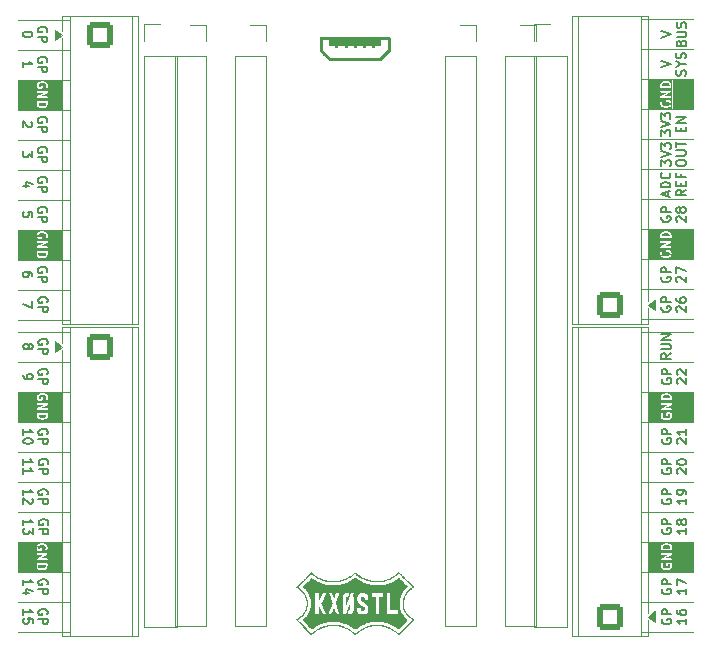
<source format=gto>
G04 #@! TF.GenerationSoftware,KiCad,Pcbnew,9.0.6*
G04 #@! TF.CreationDate,2026-01-01T23:22:27-06:00*
G04 #@! TF.ProjectId,PiPico_BOB,50695069-636f-45f4-924f-422e6b696361,rev?*
G04 #@! TF.SameCoordinates,Original*
G04 #@! TF.FileFunction,Legend,Top*
G04 #@! TF.FilePolarity,Positive*
%FSLAX46Y46*%
G04 Gerber Fmt 4.6, Leading zero omitted, Abs format (unit mm)*
G04 Created by KiCad (PCBNEW 9.0.6) date 2026-01-01 23:22:27*
%MOMM*%
%LPD*%
G01*
G04 APERTURE LIST*
G04 Aperture macros list*
%AMRoundRect*
0 Rectangle with rounded corners*
0 $1 Rounding radius*
0 $2 $3 $4 $5 $6 $7 $8 $9 X,Y pos of 4 corners*
0 Add a 4 corners polygon primitive as box body*
4,1,4,$2,$3,$4,$5,$6,$7,$8,$9,$2,$3,0*
0 Add four circle primitives for the rounded corners*
1,1,$1+$1,$2,$3*
1,1,$1+$1,$4,$5*
1,1,$1+$1,$6,$7*
1,1,$1+$1,$8,$9*
0 Add four rect primitives between the rounded corners*
20,1,$1+$1,$2,$3,$4,$5,0*
20,1,$1+$1,$4,$5,$6,$7,0*
20,1,$1+$1,$6,$7,$8,$9,0*
20,1,$1+$1,$8,$9,$2,$3,0*%
G04 Aperture macros list end*
%ADD10C,0.100000*%
%ADD11C,0.150000*%
%ADD12C,0.000000*%
%ADD13C,0.120000*%
%ADD14C,2.200000*%
%ADD15R,1.700000X1.700000*%
%ADD16C,1.700000*%
%ADD17R,0.500000X1.000000*%
%ADD18R,1.000000X0.500000*%
%ADD19R,1.800000X1.800000*%
%ADD20RoundRect,0.249999X0.850001X-0.850001X0.850001X0.850001X-0.850001X0.850001X-0.850001X-0.850001X0*%
%ADD21RoundRect,0.249999X-0.850001X0.850001X-0.850001X-0.850001X0.850001X-0.850001X0.850001X0.850001X0*%
G04 APERTURE END LIST*
D10*
X117943283Y-103235285D02*
X119022430Y-103231575D01*
X119022430Y-74321368D02*
X120710623Y-74321368D01*
X120710623Y-76861368D01*
X119022430Y-76861368D01*
X119022430Y-74321368D01*
G36*
X119022430Y-74321368D02*
G01*
X120710623Y-74321368D01*
X120710623Y-76861368D01*
X119022430Y-76861368D01*
X119022430Y-74321368D01*
G37*
X117943283Y-90535283D02*
X119022430Y-90531573D01*
X67941294Y-82971409D02*
X63537555Y-82971409D01*
X116328754Y-93125700D02*
X120710623Y-93125700D01*
X116328754Y-85505700D02*
X120710623Y-85505700D01*
X65092576Y-76816661D02*
X66171723Y-76812951D01*
X67941294Y-85511409D02*
X63537555Y-85511409D01*
X116321296Y-79401368D02*
X120710623Y-79401368D01*
X67941295Y-81947077D02*
X63537555Y-81947077D01*
X116321295Y-98205700D02*
X120710623Y-98205700D01*
X67941295Y-61627077D02*
X63537555Y-61627077D01*
X116941295Y-61621368D02*
X117872315Y-61621368D01*
X117872315Y-64161368D01*
X116941295Y-64161368D01*
X116941295Y-61621368D01*
G36*
X116941295Y-61621368D02*
G01*
X117872315Y-61621368D01*
X117872315Y-64161368D01*
X116941295Y-64161368D01*
X116941295Y-61621368D01*
G37*
X67941294Y-95667363D02*
X63537555Y-95671409D01*
X67941294Y-88051409D02*
X63537555Y-88051409D01*
X67941294Y-105831409D02*
X63537555Y-105831409D01*
X63537555Y-108371409D02*
X67941294Y-108371409D01*
X116941295Y-74321368D02*
X117872315Y-74321368D01*
X117872315Y-76861368D01*
X116941295Y-76861368D01*
X116941295Y-74321368D01*
G36*
X116941295Y-74321368D02*
G01*
X117872315Y-74321368D01*
X117872315Y-76861368D01*
X116941295Y-76861368D01*
X116941295Y-74321368D01*
G37*
X63537555Y-74327077D02*
X65092576Y-74327077D01*
X65092576Y-76867077D01*
X63537555Y-76867077D01*
X63537555Y-74327077D01*
G36*
X63537555Y-74327077D02*
G01*
X65092576Y-74327077D01*
X65092576Y-76867077D01*
X63537555Y-76867077D01*
X63537555Y-74327077D01*
G37*
X63537555Y-100751409D02*
X65092576Y-100751409D01*
X65092576Y-103291409D01*
X63537555Y-103291409D01*
X63537555Y-100751409D01*
G36*
X63537555Y-100751409D02*
G01*
X65092576Y-100751409D01*
X65092576Y-103291409D01*
X63537555Y-103291409D01*
X63537555Y-100751409D01*
G37*
X65092576Y-103240993D02*
X66171723Y-103237283D01*
X66171723Y-88051409D02*
X67321295Y-88051409D01*
X67321295Y-90591409D01*
X66171723Y-90591409D01*
X66171723Y-88051409D01*
G36*
X66171723Y-88051409D02*
G01*
X67321295Y-88051409D01*
X67321295Y-90591409D01*
X66171723Y-90591409D01*
X66171723Y-88051409D01*
G37*
X116311889Y-69241368D02*
X120710623Y-69241368D01*
X116345618Y-90585700D02*
X120710623Y-90585700D01*
X63537555Y-61627077D02*
X65092576Y-61627077D01*
X65092576Y-64167077D01*
X63537555Y-64167077D01*
X63537555Y-61627077D01*
G36*
X63537555Y-61627077D02*
G01*
X65092576Y-61627077D01*
X65092576Y-64167077D01*
X63537555Y-64167077D01*
X63537555Y-61627077D01*
G37*
X116334375Y-105825700D02*
X120710623Y-105825700D01*
X116317511Y-103285700D02*
X120710623Y-103285700D01*
X116311889Y-61621368D02*
X120710623Y-61621368D01*
X67941295Y-66707077D02*
X63537555Y-66707077D01*
X67941295Y-79407077D02*
X63537555Y-79407077D01*
X117943283Y-76810952D02*
X119022430Y-76807242D01*
X67941294Y-90591409D02*
X63537555Y-90591409D01*
X67941294Y-103291409D02*
X63537555Y-103291409D01*
X116328754Y-95665700D02*
X120710623Y-95665700D01*
X67941294Y-93131409D02*
X63537555Y-93131409D01*
X67948712Y-59087077D02*
X63537555Y-59087077D01*
X119022430Y-88045699D02*
X120710623Y-88045699D01*
X120710623Y-90585699D01*
X119022430Y-90585699D01*
X119022430Y-88045699D01*
G36*
X119022430Y-88045699D02*
G01*
X120710623Y-88045699D01*
X120710623Y-90585699D01*
X119022430Y-90585699D01*
X119022430Y-88045699D01*
G37*
X66171723Y-61627077D02*
X67321295Y-61627077D01*
X67321295Y-64167077D01*
X66171723Y-64167077D01*
X66171723Y-61627077D01*
G36*
X66171723Y-61627077D02*
G01*
X67321295Y-61627077D01*
X67321295Y-64167077D01*
X66171723Y-64167077D01*
X66171723Y-61627077D01*
G37*
X116321296Y-59081368D02*
X120710623Y-59081368D01*
X63537555Y-56547077D02*
X67941295Y-56546139D01*
X116328754Y-100745701D02*
X120710623Y-100745700D01*
X120710623Y-56541368D02*
X116321296Y-56541368D01*
X116339997Y-82965700D02*
X120710623Y-82965700D01*
X65092576Y-90540993D02*
X66171723Y-90537283D01*
X67941294Y-100751409D02*
X63537555Y-100751409D01*
X67941295Y-76867077D02*
X63537555Y-76867077D01*
X66171723Y-74327077D02*
X67321295Y-74327077D01*
X67321295Y-76867077D01*
X66171723Y-76867077D01*
X66171723Y-74327077D01*
G36*
X66171723Y-74327077D02*
G01*
X67321295Y-74327077D01*
X67321295Y-76867077D01*
X66171723Y-76867077D01*
X66171723Y-74327077D01*
G37*
X119022430Y-100745701D02*
X120710623Y-100745701D01*
X120710623Y-103285701D01*
X119022430Y-103285701D01*
X119022430Y-100745701D01*
G36*
X119022430Y-100745701D02*
G01*
X120710623Y-100745701D01*
X120710623Y-103285701D01*
X119022430Y-103285701D01*
X119022430Y-100745701D01*
G37*
X116311889Y-81941368D02*
X120710623Y-81941368D01*
X66171723Y-100751409D02*
X67321295Y-100751409D01*
X67321295Y-103291409D01*
X66171723Y-103291409D01*
X66171723Y-100751409D01*
G36*
X66171723Y-100751409D02*
G01*
X67321295Y-100751409D01*
X67321295Y-103291409D01*
X66171723Y-103291409D01*
X66171723Y-100751409D01*
G37*
X63537555Y-88051409D02*
X65092576Y-88051409D01*
X65092576Y-90591409D01*
X63537555Y-90591409D01*
X63537555Y-88051409D01*
G36*
X63537555Y-88051409D02*
G01*
X65092576Y-88051409D01*
X65092576Y-90591409D01*
X63537555Y-90591409D01*
X63537555Y-88051409D01*
G37*
X67941294Y-98211409D02*
X63537555Y-98211409D01*
X116321295Y-88045699D02*
X120710623Y-88045700D01*
X67941295Y-71787077D02*
X63537555Y-71787077D01*
X116328754Y-66701369D02*
X120710623Y-66701368D01*
X116334375Y-64161368D02*
X120710623Y-64161368D01*
X116351240Y-71781368D02*
X120710623Y-71781368D01*
X117943283Y-64110952D02*
X119022430Y-64107242D01*
X119022430Y-61621368D02*
X120710623Y-61621368D01*
X120710623Y-64161368D01*
X119022430Y-64161368D01*
X119022430Y-61621368D01*
G36*
X119022430Y-61621368D02*
G01*
X120710623Y-61621368D01*
X120710623Y-64161368D01*
X119022430Y-64161368D01*
X119022430Y-61621368D01*
G37*
X116345618Y-74321368D02*
X120710623Y-74321368D01*
X120710623Y-108365700D02*
X116321295Y-108366103D01*
X116317511Y-76861367D02*
X120710623Y-76861368D01*
X67941295Y-69247077D02*
X63537555Y-69247077D01*
X116941295Y-100745701D02*
X117872315Y-100745701D01*
X117872315Y-103285701D01*
X116941295Y-103285701D01*
X116941295Y-100745701D01*
G36*
X116941295Y-100745701D02*
G01*
X117872315Y-100745701D01*
X117872315Y-103285701D01*
X116941295Y-103285701D01*
X116941295Y-100745701D01*
G37*
X116941295Y-88045699D02*
X117872315Y-88045699D01*
X117872315Y-90585699D01*
X116941295Y-90585699D01*
X116941295Y-88045699D01*
G36*
X116941295Y-88045699D02*
G01*
X117872315Y-88045699D01*
X117872315Y-90585699D01*
X116941295Y-90585699D01*
X116941295Y-88045699D01*
G37*
X67941295Y-64167077D02*
X63537555Y-64167077D01*
X67941295Y-74327077D02*
X63537555Y-74327077D01*
X65092576Y-64116661D02*
X66171723Y-64112951D01*
D11*
G36*
X118670218Y-101064385D02*
G01*
X118728158Y-101093355D01*
X118783224Y-101148420D01*
X118811871Y-101234361D01*
X118811871Y-101337668D01*
X118161871Y-101337668D01*
X118161871Y-101234361D01*
X118190518Y-101148419D01*
X118245582Y-101093355D01*
X118303521Y-101064385D01*
X118438963Y-101030525D01*
X118534779Y-101030525D01*
X118670218Y-101064385D01*
G37*
G36*
X119050760Y-103252748D02*
G01*
X117922982Y-103252748D01*
X117922982Y-102707906D01*
X118011871Y-102707906D01*
X118011871Y-102822192D01*
X118012600Y-102829597D01*
X118012460Y-102831572D01*
X118013050Y-102834169D01*
X118013312Y-102836824D01*
X118014070Y-102838655D01*
X118015720Y-102845909D01*
X118053815Y-102960195D01*
X118059809Y-102973620D01*
X118061574Y-102975655D01*
X118062606Y-102978146D01*
X118071933Y-102989511D01*
X118148123Y-103065701D01*
X118153873Y-103070421D01*
X118155172Y-103071918D01*
X118157426Y-103073337D01*
X118159488Y-103075029D01*
X118161320Y-103075787D01*
X118167615Y-103079750D01*
X118243806Y-103117845D01*
X118244875Y-103118254D01*
X118245311Y-103118577D01*
X118251462Y-103120775D01*
X118257538Y-103123100D01*
X118258076Y-103123138D01*
X118259156Y-103123524D01*
X118411538Y-103161620D01*
X118414074Y-103161995D01*
X118415096Y-103162418D01*
X118420608Y-103162960D01*
X118426082Y-103163770D01*
X118427174Y-103163607D01*
X118429728Y-103163859D01*
X118544014Y-103163859D01*
X118546567Y-103163607D01*
X118547660Y-103163770D01*
X118553134Y-103162960D01*
X118558646Y-103162418D01*
X118559666Y-103161995D01*
X118562205Y-103161620D01*
X118714586Y-103123524D01*
X118715665Y-103123138D01*
X118716204Y-103123100D01*
X118722279Y-103120775D01*
X118728431Y-103118577D01*
X118728866Y-103118254D01*
X118729936Y-103117845D01*
X118806126Y-103079750D01*
X118812422Y-103075786D01*
X118814252Y-103075029D01*
X118816310Y-103073339D01*
X118818569Y-103071918D01*
X118819868Y-103070419D01*
X118825618Y-103065701D01*
X118901809Y-102989511D01*
X118911136Y-102978146D01*
X118912167Y-102975655D01*
X118913933Y-102973620D01*
X118919927Y-102960195D01*
X118958022Y-102845909D01*
X118959671Y-102838655D01*
X118960430Y-102836824D01*
X118960691Y-102834169D01*
X118961282Y-102831572D01*
X118961141Y-102829597D01*
X118961871Y-102822192D01*
X118961871Y-102746001D01*
X118961141Y-102738595D01*
X118961282Y-102736621D01*
X118960691Y-102734023D01*
X118960430Y-102731369D01*
X118959671Y-102729537D01*
X118958022Y-102722284D01*
X118919927Y-102607999D01*
X118913933Y-102594573D01*
X118912168Y-102592538D01*
X118911137Y-102590048D01*
X118901809Y-102578683D01*
X118863713Y-102540587D01*
X118852348Y-102531260D01*
X118825312Y-102520061D01*
X118810680Y-102518620D01*
X118544014Y-102518620D01*
X118529382Y-102520061D01*
X118502346Y-102531260D01*
X118481654Y-102551952D01*
X118470455Y-102578988D01*
X118469014Y-102593620D01*
X118469014Y-102746001D01*
X118470455Y-102760633D01*
X118481654Y-102787669D01*
X118502346Y-102808361D01*
X118529382Y-102819560D01*
X118558646Y-102819560D01*
X118585682Y-102808361D01*
X118606374Y-102787669D01*
X118617573Y-102760633D01*
X118619014Y-102746001D01*
X118619014Y-102668620D01*
X118779614Y-102668620D01*
X118783224Y-102672230D01*
X118811871Y-102758171D01*
X118811871Y-102810022D01*
X118783224Y-102895963D01*
X118728158Y-102951028D01*
X118670218Y-102979998D01*
X118534779Y-103013859D01*
X118438963Y-103013859D01*
X118303521Y-102979998D01*
X118245582Y-102951028D01*
X118190518Y-102895964D01*
X118161871Y-102810022D01*
X118161871Y-102725611D01*
X118192048Y-102665257D01*
X118197303Y-102651525D01*
X118199377Y-102622335D01*
X118190123Y-102594574D01*
X118170950Y-102572466D01*
X118144775Y-102559379D01*
X118115585Y-102557305D01*
X118087824Y-102566559D01*
X118065716Y-102585732D01*
X118057884Y-102598175D01*
X118019789Y-102674365D01*
X118014534Y-102688097D01*
X118014343Y-102690784D01*
X118013312Y-102693274D01*
X118011871Y-102707906D01*
X117922982Y-102707906D01*
X117922982Y-102245524D01*
X118012054Y-102245524D01*
X118013312Y-102255420D01*
X118013312Y-102265395D01*
X118015141Y-102269810D01*
X118015744Y-102274554D01*
X118020694Y-102283218D01*
X118024511Y-102292431D01*
X118027889Y-102295809D01*
X118030263Y-102299963D01*
X118038152Y-102306072D01*
X118045203Y-102313123D01*
X118049619Y-102314952D01*
X118053400Y-102317880D01*
X118063023Y-102320504D01*
X118072239Y-102324322D01*
X118079721Y-102325058D01*
X118081632Y-102325580D01*
X118083107Y-102325392D01*
X118086871Y-102325763D01*
X118886871Y-102325763D01*
X118901503Y-102324322D01*
X118928539Y-102313123D01*
X118949231Y-102292431D01*
X118960430Y-102265395D01*
X118960430Y-102236131D01*
X118949231Y-102209095D01*
X118928539Y-102188403D01*
X118901503Y-102177204D01*
X118886871Y-102175763D01*
X118369287Y-102175763D01*
X118924081Y-101858738D01*
X118927164Y-101856549D01*
X118928539Y-101855980D01*
X118929938Y-101854580D01*
X118936071Y-101850228D01*
X118942179Y-101842339D01*
X118949231Y-101835288D01*
X118951061Y-101830869D01*
X118953988Y-101827090D01*
X118956612Y-101817468D01*
X118960430Y-101808252D01*
X118960430Y-101803471D01*
X118961688Y-101798859D01*
X118960430Y-101788962D01*
X118960430Y-101778988D01*
X118958600Y-101774572D01*
X118957998Y-101769829D01*
X118953047Y-101761164D01*
X118949231Y-101751952D01*
X118945852Y-101748573D01*
X118943479Y-101744420D01*
X118935589Y-101738310D01*
X118928539Y-101731260D01*
X118924122Y-101729430D01*
X118920342Y-101726503D01*
X118910718Y-101723878D01*
X118901503Y-101720061D01*
X118894020Y-101719324D01*
X118892110Y-101718803D01*
X118890634Y-101718990D01*
X118886871Y-101718620D01*
X118086871Y-101718620D01*
X118072239Y-101720061D01*
X118045203Y-101731260D01*
X118024511Y-101751952D01*
X118013312Y-101778988D01*
X118013312Y-101808252D01*
X118024511Y-101835288D01*
X118045203Y-101855980D01*
X118072239Y-101867179D01*
X118086871Y-101868620D01*
X118604455Y-101868620D01*
X118049661Y-102185645D01*
X118046577Y-102187833D01*
X118045203Y-102188403D01*
X118043803Y-102189802D01*
X118037671Y-102194155D01*
X118031561Y-102202044D01*
X118024511Y-102209095D01*
X118022681Y-102213511D01*
X118019754Y-102217292D01*
X118017129Y-102226915D01*
X118013312Y-102236131D01*
X118013312Y-102240911D01*
X118012054Y-102245524D01*
X117922982Y-102245524D01*
X117922982Y-101222192D01*
X118011871Y-101222192D01*
X118011871Y-101412668D01*
X118013312Y-101427300D01*
X118024511Y-101454336D01*
X118045203Y-101475028D01*
X118072239Y-101486227D01*
X118086871Y-101487668D01*
X118886871Y-101487668D01*
X118901503Y-101486227D01*
X118928539Y-101475028D01*
X118949231Y-101454336D01*
X118960430Y-101427300D01*
X118961871Y-101412668D01*
X118961871Y-101222192D01*
X118961141Y-101214786D01*
X118961282Y-101212812D01*
X118960691Y-101210214D01*
X118960430Y-101207560D01*
X118959671Y-101205728D01*
X118958022Y-101198475D01*
X118919927Y-101084189D01*
X118913933Y-101070764D01*
X118912167Y-101068728D01*
X118911136Y-101066238D01*
X118901809Y-101054873D01*
X118825618Y-100978683D01*
X118819868Y-100973964D01*
X118818569Y-100972466D01*
X118816310Y-100971044D01*
X118814252Y-100969355D01*
X118812422Y-100968597D01*
X118806126Y-100964634D01*
X118729936Y-100926539D01*
X118728866Y-100926129D01*
X118728431Y-100925807D01*
X118722279Y-100923608D01*
X118716204Y-100921284D01*
X118715665Y-100921245D01*
X118714586Y-100920860D01*
X118562205Y-100882764D01*
X118559666Y-100882388D01*
X118558646Y-100881966D01*
X118553134Y-100881423D01*
X118547660Y-100880614D01*
X118546567Y-100880776D01*
X118544014Y-100880525D01*
X118429728Y-100880525D01*
X118427174Y-100880776D01*
X118426082Y-100880614D01*
X118420608Y-100881423D01*
X118415096Y-100881966D01*
X118414074Y-100882388D01*
X118411538Y-100882764D01*
X118259156Y-100920860D01*
X118258076Y-100921245D01*
X118257538Y-100921284D01*
X118251462Y-100923608D01*
X118245311Y-100925807D01*
X118244875Y-100926129D01*
X118243806Y-100926539D01*
X118167615Y-100964634D01*
X118161320Y-100968596D01*
X118159488Y-100969355D01*
X118157426Y-100971046D01*
X118155172Y-100972466D01*
X118153873Y-100973962D01*
X118148123Y-100978683D01*
X118071933Y-101054873D01*
X118062606Y-101066238D01*
X118061574Y-101068728D01*
X118059809Y-101070764D01*
X118053815Y-101084189D01*
X118015720Y-101198475D01*
X118014070Y-101205728D01*
X118013312Y-101207560D01*
X118013050Y-101210214D01*
X118012460Y-101212812D01*
X118012600Y-101214786D01*
X118011871Y-101222192D01*
X117922982Y-101222192D01*
X117922982Y-100791636D01*
X119050760Y-100791636D01*
X119050760Y-103252748D01*
G37*
X118072411Y-78339842D02*
X118034316Y-78416032D01*
X118034316Y-78416032D02*
X118034316Y-78530318D01*
X118034316Y-78530318D02*
X118072411Y-78644604D01*
X118072411Y-78644604D02*
X118148601Y-78720794D01*
X118148601Y-78720794D02*
X118224792Y-78758889D01*
X118224792Y-78758889D02*
X118377173Y-78796985D01*
X118377173Y-78796985D02*
X118491459Y-78796985D01*
X118491459Y-78796985D02*
X118643840Y-78758889D01*
X118643840Y-78758889D02*
X118720030Y-78720794D01*
X118720030Y-78720794D02*
X118796221Y-78644604D01*
X118796221Y-78644604D02*
X118834316Y-78530318D01*
X118834316Y-78530318D02*
X118834316Y-78454127D01*
X118834316Y-78454127D02*
X118796221Y-78339842D01*
X118796221Y-78339842D02*
X118758125Y-78301746D01*
X118758125Y-78301746D02*
X118491459Y-78301746D01*
X118491459Y-78301746D02*
X118491459Y-78454127D01*
X118834316Y-77958889D02*
X118034316Y-77958889D01*
X118034316Y-77958889D02*
X118034316Y-77654127D01*
X118034316Y-77654127D02*
X118072411Y-77577937D01*
X118072411Y-77577937D02*
X118110506Y-77539842D01*
X118110506Y-77539842D02*
X118186697Y-77501746D01*
X118186697Y-77501746D02*
X118300982Y-77501746D01*
X118300982Y-77501746D02*
X118377173Y-77539842D01*
X118377173Y-77539842D02*
X118415268Y-77577937D01*
X118415268Y-77577937D02*
X118453363Y-77654127D01*
X118453363Y-77654127D02*
X118453363Y-77958889D01*
X119398461Y-78758890D02*
X119360366Y-78720794D01*
X119360366Y-78720794D02*
X119322271Y-78644604D01*
X119322271Y-78644604D02*
X119322271Y-78454128D01*
X119322271Y-78454128D02*
X119360366Y-78377937D01*
X119360366Y-78377937D02*
X119398461Y-78339842D01*
X119398461Y-78339842D02*
X119474652Y-78301747D01*
X119474652Y-78301747D02*
X119550842Y-78301747D01*
X119550842Y-78301747D02*
X119665128Y-78339842D01*
X119665128Y-78339842D02*
X120122271Y-78796985D01*
X120122271Y-78796985D02*
X120122271Y-78301747D01*
X119322271Y-78035080D02*
X119322271Y-77501746D01*
X119322271Y-77501746D02*
X120122271Y-77844604D01*
X118124966Y-99658530D02*
X118086871Y-99734720D01*
X118086871Y-99734720D02*
X118086871Y-99849006D01*
X118086871Y-99849006D02*
X118124966Y-99963292D01*
X118124966Y-99963292D02*
X118201156Y-100039482D01*
X118201156Y-100039482D02*
X118277347Y-100077577D01*
X118277347Y-100077577D02*
X118429728Y-100115673D01*
X118429728Y-100115673D02*
X118544014Y-100115673D01*
X118544014Y-100115673D02*
X118696395Y-100077577D01*
X118696395Y-100077577D02*
X118772585Y-100039482D01*
X118772585Y-100039482D02*
X118848776Y-99963292D01*
X118848776Y-99963292D02*
X118886871Y-99849006D01*
X118886871Y-99849006D02*
X118886871Y-99772815D01*
X118886871Y-99772815D02*
X118848776Y-99658530D01*
X118848776Y-99658530D02*
X118810680Y-99620434D01*
X118810680Y-99620434D02*
X118544014Y-99620434D01*
X118544014Y-99620434D02*
X118544014Y-99772815D01*
X118886871Y-99277577D02*
X118086871Y-99277577D01*
X118086871Y-99277577D02*
X118086871Y-98972815D01*
X118086871Y-98972815D02*
X118124966Y-98896625D01*
X118124966Y-98896625D02*
X118163061Y-98858530D01*
X118163061Y-98858530D02*
X118239252Y-98820434D01*
X118239252Y-98820434D02*
X118353537Y-98820434D01*
X118353537Y-98820434D02*
X118429728Y-98858530D01*
X118429728Y-98858530D02*
X118467823Y-98896625D01*
X118467823Y-98896625D02*
X118505918Y-98972815D01*
X118505918Y-98972815D02*
X118505918Y-99277577D01*
X120174826Y-99620435D02*
X120174826Y-100077578D01*
X120174826Y-99849006D02*
X119374826Y-99849006D01*
X119374826Y-99849006D02*
X119489111Y-99925197D01*
X119489111Y-99925197D02*
X119565302Y-100001387D01*
X119565302Y-100001387D02*
X119603397Y-100077578D01*
X119717683Y-99163292D02*
X119679588Y-99239482D01*
X119679588Y-99239482D02*
X119641492Y-99277577D01*
X119641492Y-99277577D02*
X119565302Y-99315673D01*
X119565302Y-99315673D02*
X119527207Y-99315673D01*
X119527207Y-99315673D02*
X119451016Y-99277577D01*
X119451016Y-99277577D02*
X119412921Y-99239482D01*
X119412921Y-99239482D02*
X119374826Y-99163292D01*
X119374826Y-99163292D02*
X119374826Y-99010911D01*
X119374826Y-99010911D02*
X119412921Y-98934720D01*
X119412921Y-98934720D02*
X119451016Y-98896625D01*
X119451016Y-98896625D02*
X119527207Y-98858530D01*
X119527207Y-98858530D02*
X119565302Y-98858530D01*
X119565302Y-98858530D02*
X119641492Y-98896625D01*
X119641492Y-98896625D02*
X119679588Y-98934720D01*
X119679588Y-98934720D02*
X119717683Y-99010911D01*
X119717683Y-99010911D02*
X119717683Y-99163292D01*
X119717683Y-99163292D02*
X119755778Y-99239482D01*
X119755778Y-99239482D02*
X119793873Y-99277577D01*
X119793873Y-99277577D02*
X119870064Y-99315673D01*
X119870064Y-99315673D02*
X120022445Y-99315673D01*
X120022445Y-99315673D02*
X120098635Y-99277577D01*
X120098635Y-99277577D02*
X120136731Y-99239482D01*
X120136731Y-99239482D02*
X120174826Y-99163292D01*
X120174826Y-99163292D02*
X120174826Y-99010911D01*
X120174826Y-99010911D02*
X120136731Y-98934720D01*
X120136731Y-98934720D02*
X120098635Y-98896625D01*
X120098635Y-98896625D02*
X120022445Y-98858530D01*
X120022445Y-98858530D02*
X119870064Y-98858530D01*
X119870064Y-98858530D02*
X119793873Y-98896625D01*
X119793873Y-98896625D02*
X119755778Y-98934720D01*
X119755778Y-98934720D02*
X119717683Y-99010911D01*
X66079735Y-94212878D02*
X66117830Y-94136688D01*
X66117830Y-94136688D02*
X66117830Y-94022402D01*
X66117830Y-94022402D02*
X66079735Y-93908116D01*
X66079735Y-93908116D02*
X66003545Y-93831926D01*
X66003545Y-93831926D02*
X65927354Y-93793831D01*
X65927354Y-93793831D02*
X65774973Y-93755735D01*
X65774973Y-93755735D02*
X65660687Y-93755735D01*
X65660687Y-93755735D02*
X65508306Y-93793831D01*
X65508306Y-93793831D02*
X65432116Y-93831926D01*
X65432116Y-93831926D02*
X65355926Y-93908116D01*
X65355926Y-93908116D02*
X65317830Y-94022402D01*
X65317830Y-94022402D02*
X65317830Y-94098593D01*
X65317830Y-94098593D02*
X65355926Y-94212878D01*
X65355926Y-94212878D02*
X65394021Y-94250974D01*
X65394021Y-94250974D02*
X65660687Y-94250974D01*
X65660687Y-94250974D02*
X65660687Y-94098593D01*
X65317830Y-94593831D02*
X66117830Y-94593831D01*
X66117830Y-94593831D02*
X66117830Y-94898593D01*
X66117830Y-94898593D02*
X66079735Y-94974783D01*
X66079735Y-94974783D02*
X66041640Y-95012878D01*
X66041640Y-95012878D02*
X65965449Y-95050974D01*
X65965449Y-95050974D02*
X65851164Y-95050974D01*
X65851164Y-95050974D02*
X65774973Y-95012878D01*
X65774973Y-95012878D02*
X65736878Y-94974783D01*
X65736878Y-94974783D02*
X65698783Y-94898593D01*
X65698783Y-94898593D02*
X65698783Y-94593831D01*
X64029875Y-94250973D02*
X64029875Y-93793830D01*
X64029875Y-94022402D02*
X64829875Y-94022402D01*
X64829875Y-94022402D02*
X64715590Y-93946211D01*
X64715590Y-93946211D02*
X64639399Y-93870021D01*
X64639399Y-93870021D02*
X64601304Y-93793830D01*
X64029875Y-95012878D02*
X64029875Y-94555735D01*
X64029875Y-94784307D02*
X64829875Y-94784307D01*
X64829875Y-94784307D02*
X64715590Y-94708116D01*
X64715590Y-94708116D02*
X64639399Y-94631926D01*
X64639399Y-94631926D02*
X64601304Y-94555735D01*
G36*
X65966804Y-63684907D02*
G01*
X65938156Y-63770849D01*
X65883092Y-63825913D01*
X65825152Y-63854883D01*
X65689712Y-63888744D01*
X65593896Y-63888744D01*
X65458455Y-63854883D01*
X65400517Y-63825914D01*
X65345452Y-63770849D01*
X65316804Y-63684906D01*
X65316804Y-63581601D01*
X65966804Y-63581601D01*
X65966804Y-63684907D01*
G37*
G36*
X66205693Y-64127633D02*
G01*
X65077915Y-64127633D01*
X65077915Y-63506601D01*
X65166804Y-63506601D01*
X65166804Y-63697077D01*
X65167533Y-63704482D01*
X65167393Y-63706458D01*
X65167983Y-63709055D01*
X65168245Y-63711709D01*
X65169003Y-63713539D01*
X65170653Y-63720794D01*
X65208749Y-63835080D01*
X65214743Y-63848506D01*
X65216509Y-63850542D01*
X65217540Y-63853031D01*
X65226867Y-63864396D01*
X65303057Y-63940586D01*
X65308807Y-63945306D01*
X65310106Y-63946803D01*
X65312360Y-63948222D01*
X65314422Y-63949914D01*
X65316254Y-63950672D01*
X65322549Y-63954635D01*
X65398739Y-63992730D01*
X65399808Y-63993139D01*
X65400244Y-63993462D01*
X65406395Y-63995660D01*
X65412471Y-63997985D01*
X65413009Y-63998023D01*
X65414089Y-63998409D01*
X65566471Y-64036505D01*
X65569007Y-64036880D01*
X65570029Y-64037303D01*
X65575541Y-64037845D01*
X65581015Y-64038655D01*
X65582107Y-64038492D01*
X65584661Y-64038744D01*
X65698947Y-64038744D01*
X65701500Y-64038492D01*
X65702593Y-64038655D01*
X65708067Y-64037845D01*
X65713579Y-64037303D01*
X65714599Y-64036880D01*
X65717138Y-64036505D01*
X65869519Y-63998409D01*
X65870598Y-63998023D01*
X65871137Y-63997985D01*
X65877212Y-63995660D01*
X65883364Y-63993462D01*
X65883799Y-63993139D01*
X65884869Y-63992730D01*
X65961060Y-63954635D01*
X65967359Y-63950670D01*
X65969187Y-63949913D01*
X65971243Y-63948224D01*
X65973503Y-63946803D01*
X65974802Y-63945304D01*
X65980552Y-63940586D01*
X66056742Y-63864396D01*
X66066070Y-63853031D01*
X66067102Y-63850538D01*
X66068866Y-63848505D01*
X66074860Y-63835080D01*
X66112955Y-63720794D01*
X66114604Y-63713540D01*
X66115363Y-63711709D01*
X66115624Y-63709054D01*
X66116215Y-63706457D01*
X66116074Y-63704482D01*
X66116804Y-63697077D01*
X66116804Y-63506601D01*
X66115363Y-63491969D01*
X66104164Y-63464933D01*
X66083472Y-63444241D01*
X66056436Y-63433042D01*
X66041804Y-63431601D01*
X65241804Y-63431601D01*
X65227172Y-63433042D01*
X65200136Y-63444241D01*
X65179444Y-63464933D01*
X65168245Y-63491969D01*
X65166804Y-63506601D01*
X65077915Y-63506601D01*
X65077915Y-63120410D01*
X65166987Y-63120410D01*
X65168245Y-63130306D01*
X65168245Y-63140281D01*
X65170074Y-63144696D01*
X65170677Y-63149440D01*
X65175627Y-63158104D01*
X65179444Y-63167317D01*
X65182822Y-63170695D01*
X65185196Y-63174849D01*
X65193085Y-63180958D01*
X65200136Y-63188009D01*
X65204552Y-63189838D01*
X65208333Y-63192766D01*
X65217956Y-63195390D01*
X65227172Y-63199208D01*
X65234654Y-63199944D01*
X65236565Y-63200466D01*
X65238040Y-63200278D01*
X65241804Y-63200649D01*
X66041804Y-63200649D01*
X66056436Y-63199208D01*
X66083472Y-63188009D01*
X66104164Y-63167317D01*
X66115363Y-63140281D01*
X66115363Y-63111017D01*
X66104164Y-63083981D01*
X66083472Y-63063289D01*
X66056436Y-63052090D01*
X66041804Y-63050649D01*
X65524220Y-63050649D01*
X66079014Y-62733624D01*
X66082097Y-62731435D01*
X66083472Y-62730866D01*
X66084871Y-62729466D01*
X66091004Y-62725114D01*
X66097112Y-62717225D01*
X66104164Y-62710174D01*
X66105994Y-62705755D01*
X66108921Y-62701976D01*
X66111545Y-62692354D01*
X66115363Y-62683138D01*
X66115363Y-62678357D01*
X66116621Y-62673745D01*
X66115363Y-62663848D01*
X66115363Y-62653874D01*
X66113533Y-62649458D01*
X66112931Y-62644715D01*
X66107980Y-62636050D01*
X66104164Y-62626838D01*
X66100785Y-62623459D01*
X66098412Y-62619306D01*
X66090522Y-62613196D01*
X66083472Y-62606146D01*
X66079055Y-62604316D01*
X66075275Y-62601389D01*
X66065651Y-62598764D01*
X66056436Y-62594947D01*
X66048953Y-62594210D01*
X66047043Y-62593689D01*
X66045567Y-62593876D01*
X66041804Y-62593506D01*
X65241804Y-62593506D01*
X65227172Y-62594947D01*
X65200136Y-62606146D01*
X65179444Y-62626838D01*
X65168245Y-62653874D01*
X65168245Y-62683138D01*
X65179444Y-62710174D01*
X65200136Y-62730866D01*
X65227172Y-62742065D01*
X65241804Y-62743506D01*
X65759388Y-62743506D01*
X65204594Y-63060531D01*
X65201510Y-63062719D01*
X65200136Y-63063289D01*
X65198736Y-63064688D01*
X65192604Y-63069041D01*
X65186494Y-63076930D01*
X65179444Y-63083981D01*
X65177614Y-63088397D01*
X65174687Y-63092178D01*
X65172062Y-63101801D01*
X65168245Y-63111017D01*
X65168245Y-63115797D01*
X65166987Y-63120410D01*
X65077915Y-63120410D01*
X65077915Y-62097077D01*
X65166804Y-62097077D01*
X65166804Y-62173268D01*
X65167533Y-62180673D01*
X65167393Y-62182649D01*
X65167983Y-62185246D01*
X65168245Y-62187900D01*
X65169003Y-62189730D01*
X65170653Y-62196986D01*
X65208749Y-62311270D01*
X65214743Y-62324696D01*
X65216508Y-62326731D01*
X65217539Y-62329220D01*
X65226866Y-62340585D01*
X65264961Y-62378681D01*
X65276326Y-62388009D01*
X65303362Y-62399208D01*
X65303363Y-62399208D01*
X65317995Y-62400649D01*
X65584661Y-62400649D01*
X65599293Y-62399208D01*
X65626329Y-62388009D01*
X65647021Y-62367317D01*
X65658220Y-62340281D01*
X65659661Y-62325649D01*
X65659661Y-62173268D01*
X65658220Y-62158636D01*
X65647021Y-62131600D01*
X65626329Y-62110908D01*
X65599293Y-62099709D01*
X65570029Y-62099709D01*
X65542993Y-62110908D01*
X65522301Y-62131600D01*
X65511102Y-62158636D01*
X65509661Y-62173268D01*
X65509661Y-62250649D01*
X65349062Y-62250649D01*
X65345452Y-62247039D01*
X65316804Y-62161096D01*
X65316804Y-62109247D01*
X65345452Y-62023304D01*
X65400517Y-61968240D01*
X65458455Y-61939270D01*
X65593896Y-61905410D01*
X65689712Y-61905410D01*
X65825152Y-61939270D01*
X65883092Y-61968240D01*
X65938156Y-62023304D01*
X65966804Y-62109246D01*
X65966804Y-62193658D01*
X65936627Y-62254012D01*
X65931372Y-62267744D01*
X65929298Y-62296934D01*
X65938552Y-62324695D01*
X65957725Y-62346803D01*
X65983900Y-62359890D01*
X66013090Y-62361964D01*
X66040851Y-62352710D01*
X66062959Y-62333537D01*
X66070791Y-62321094D01*
X66108886Y-62244904D01*
X66114141Y-62231172D01*
X66114331Y-62228484D01*
X66115363Y-62225995D01*
X66116804Y-62211363D01*
X66116804Y-62097077D01*
X66116074Y-62089671D01*
X66116215Y-62087697D01*
X66115624Y-62085099D01*
X66115363Y-62082445D01*
X66114604Y-62080613D01*
X66112955Y-62073360D01*
X66074860Y-61959074D01*
X66068866Y-61945649D01*
X66067102Y-61943615D01*
X66066070Y-61941123D01*
X66056742Y-61929758D01*
X65980552Y-61853568D01*
X65974802Y-61848849D01*
X65973503Y-61847351D01*
X65971243Y-61845929D01*
X65969187Y-61844241D01*
X65967359Y-61843483D01*
X65961060Y-61839519D01*
X65884869Y-61801424D01*
X65883799Y-61801014D01*
X65883364Y-61800692D01*
X65877212Y-61798493D01*
X65871137Y-61796169D01*
X65870598Y-61796130D01*
X65869519Y-61795745D01*
X65717138Y-61757649D01*
X65714599Y-61757273D01*
X65713579Y-61756851D01*
X65708067Y-61756308D01*
X65702593Y-61755499D01*
X65701500Y-61755661D01*
X65698947Y-61755410D01*
X65584661Y-61755410D01*
X65582107Y-61755661D01*
X65581015Y-61755499D01*
X65575541Y-61756308D01*
X65570029Y-61756851D01*
X65569007Y-61757273D01*
X65566471Y-61757649D01*
X65414089Y-61795745D01*
X65413009Y-61796130D01*
X65412471Y-61796169D01*
X65406395Y-61798493D01*
X65400244Y-61800692D01*
X65399808Y-61801014D01*
X65398739Y-61801424D01*
X65322549Y-61839519D01*
X65316254Y-61843481D01*
X65314422Y-61844240D01*
X65312360Y-61845931D01*
X65310106Y-61847351D01*
X65308807Y-61848847D01*
X65303057Y-61853568D01*
X65226867Y-61929758D01*
X65217540Y-61941123D01*
X65216509Y-61943611D01*
X65214743Y-61945648D01*
X65208749Y-61959074D01*
X65170653Y-62073360D01*
X65169003Y-62080614D01*
X65168245Y-62082445D01*
X65167983Y-62085098D01*
X65167393Y-62087696D01*
X65167533Y-62089671D01*
X65166804Y-62097077D01*
X65077915Y-62097077D01*
X65077915Y-61666521D01*
X66205693Y-61666521D01*
X66205693Y-64127633D01*
G37*
G36*
X118659706Y-88356764D02*
G01*
X118717646Y-88385734D01*
X118772712Y-88440799D01*
X118801359Y-88526740D01*
X118801359Y-88630047D01*
X118151359Y-88630047D01*
X118151359Y-88526740D01*
X118180006Y-88440798D01*
X118235070Y-88385734D01*
X118293009Y-88356764D01*
X118428451Y-88322904D01*
X118524267Y-88322904D01*
X118659706Y-88356764D01*
G37*
G36*
X119040248Y-90545127D02*
G01*
X117912470Y-90545127D01*
X117912470Y-90000285D01*
X118001359Y-90000285D01*
X118001359Y-90114571D01*
X118002088Y-90121976D01*
X118001948Y-90123951D01*
X118002538Y-90126548D01*
X118002800Y-90129203D01*
X118003558Y-90131034D01*
X118005208Y-90138288D01*
X118043303Y-90252574D01*
X118049297Y-90265999D01*
X118051062Y-90268034D01*
X118052094Y-90270525D01*
X118061421Y-90281890D01*
X118137611Y-90358080D01*
X118143361Y-90362800D01*
X118144660Y-90364297D01*
X118146914Y-90365716D01*
X118148976Y-90367408D01*
X118150808Y-90368166D01*
X118157103Y-90372129D01*
X118233294Y-90410224D01*
X118234363Y-90410633D01*
X118234799Y-90410956D01*
X118240950Y-90413154D01*
X118247026Y-90415479D01*
X118247564Y-90415517D01*
X118248644Y-90415903D01*
X118401026Y-90453999D01*
X118403562Y-90454374D01*
X118404584Y-90454797D01*
X118410096Y-90455339D01*
X118415570Y-90456149D01*
X118416662Y-90455986D01*
X118419216Y-90456238D01*
X118533502Y-90456238D01*
X118536055Y-90455986D01*
X118537148Y-90456149D01*
X118542622Y-90455339D01*
X118548134Y-90454797D01*
X118549154Y-90454374D01*
X118551693Y-90453999D01*
X118704074Y-90415903D01*
X118705153Y-90415517D01*
X118705692Y-90415479D01*
X118711767Y-90413154D01*
X118717919Y-90410956D01*
X118718354Y-90410633D01*
X118719424Y-90410224D01*
X118795614Y-90372129D01*
X118801910Y-90368165D01*
X118803740Y-90367408D01*
X118805798Y-90365718D01*
X118808057Y-90364297D01*
X118809356Y-90362798D01*
X118815106Y-90358080D01*
X118891297Y-90281890D01*
X118900624Y-90270525D01*
X118901655Y-90268034D01*
X118903421Y-90265999D01*
X118909415Y-90252574D01*
X118947510Y-90138288D01*
X118949159Y-90131034D01*
X118949918Y-90129203D01*
X118950179Y-90126548D01*
X118950770Y-90123951D01*
X118950629Y-90121976D01*
X118951359Y-90114571D01*
X118951359Y-90038380D01*
X118950629Y-90030974D01*
X118950770Y-90029000D01*
X118950179Y-90026402D01*
X118949918Y-90023748D01*
X118949159Y-90021916D01*
X118947510Y-90014663D01*
X118909415Y-89900378D01*
X118903421Y-89886952D01*
X118901656Y-89884917D01*
X118900625Y-89882427D01*
X118891297Y-89871062D01*
X118853201Y-89832966D01*
X118841836Y-89823639D01*
X118814800Y-89812440D01*
X118800168Y-89810999D01*
X118533502Y-89810999D01*
X118518870Y-89812440D01*
X118491834Y-89823639D01*
X118471142Y-89844331D01*
X118459943Y-89871367D01*
X118458502Y-89885999D01*
X118458502Y-90038380D01*
X118459943Y-90053012D01*
X118471142Y-90080048D01*
X118491834Y-90100740D01*
X118518870Y-90111939D01*
X118548134Y-90111939D01*
X118575170Y-90100740D01*
X118595862Y-90080048D01*
X118607061Y-90053012D01*
X118608502Y-90038380D01*
X118608502Y-89960999D01*
X118769102Y-89960999D01*
X118772712Y-89964609D01*
X118801359Y-90050550D01*
X118801359Y-90102401D01*
X118772712Y-90188342D01*
X118717646Y-90243407D01*
X118659706Y-90272377D01*
X118524267Y-90306238D01*
X118428451Y-90306238D01*
X118293009Y-90272377D01*
X118235070Y-90243407D01*
X118180006Y-90188343D01*
X118151359Y-90102401D01*
X118151359Y-90017990D01*
X118181536Y-89957636D01*
X118186791Y-89943904D01*
X118188865Y-89914714D01*
X118179611Y-89886953D01*
X118160438Y-89864845D01*
X118134263Y-89851758D01*
X118105073Y-89849684D01*
X118077312Y-89858938D01*
X118055204Y-89878111D01*
X118047372Y-89890554D01*
X118009277Y-89966744D01*
X118004022Y-89980476D01*
X118003831Y-89983163D01*
X118002800Y-89985653D01*
X118001359Y-90000285D01*
X117912470Y-90000285D01*
X117912470Y-89537903D01*
X118001542Y-89537903D01*
X118002800Y-89547799D01*
X118002800Y-89557774D01*
X118004629Y-89562189D01*
X118005232Y-89566933D01*
X118010182Y-89575597D01*
X118013999Y-89584810D01*
X118017377Y-89588188D01*
X118019751Y-89592342D01*
X118027640Y-89598451D01*
X118034691Y-89605502D01*
X118039107Y-89607331D01*
X118042888Y-89610259D01*
X118052511Y-89612883D01*
X118061727Y-89616701D01*
X118069209Y-89617437D01*
X118071120Y-89617959D01*
X118072595Y-89617771D01*
X118076359Y-89618142D01*
X118876359Y-89618142D01*
X118890991Y-89616701D01*
X118918027Y-89605502D01*
X118938719Y-89584810D01*
X118949918Y-89557774D01*
X118949918Y-89528510D01*
X118938719Y-89501474D01*
X118918027Y-89480782D01*
X118890991Y-89469583D01*
X118876359Y-89468142D01*
X118358775Y-89468142D01*
X118913569Y-89151117D01*
X118916652Y-89148928D01*
X118918027Y-89148359D01*
X118919426Y-89146959D01*
X118925559Y-89142607D01*
X118931667Y-89134718D01*
X118938719Y-89127667D01*
X118940549Y-89123248D01*
X118943476Y-89119469D01*
X118946100Y-89109847D01*
X118949918Y-89100631D01*
X118949918Y-89095850D01*
X118951176Y-89091238D01*
X118949918Y-89081341D01*
X118949918Y-89071367D01*
X118948088Y-89066951D01*
X118947486Y-89062208D01*
X118942535Y-89053543D01*
X118938719Y-89044331D01*
X118935340Y-89040952D01*
X118932967Y-89036799D01*
X118925077Y-89030689D01*
X118918027Y-89023639D01*
X118913610Y-89021809D01*
X118909830Y-89018882D01*
X118900206Y-89016257D01*
X118890991Y-89012440D01*
X118883508Y-89011703D01*
X118881598Y-89011182D01*
X118880122Y-89011369D01*
X118876359Y-89010999D01*
X118076359Y-89010999D01*
X118061727Y-89012440D01*
X118034691Y-89023639D01*
X118013999Y-89044331D01*
X118002800Y-89071367D01*
X118002800Y-89100631D01*
X118013999Y-89127667D01*
X118034691Y-89148359D01*
X118061727Y-89159558D01*
X118076359Y-89160999D01*
X118593943Y-89160999D01*
X118039149Y-89478024D01*
X118036065Y-89480212D01*
X118034691Y-89480782D01*
X118033291Y-89482181D01*
X118027159Y-89486534D01*
X118021049Y-89494423D01*
X118013999Y-89501474D01*
X118012169Y-89505890D01*
X118009242Y-89509671D01*
X118006617Y-89519294D01*
X118002800Y-89528510D01*
X118002800Y-89533290D01*
X118001542Y-89537903D01*
X117912470Y-89537903D01*
X117912470Y-88514571D01*
X118001359Y-88514571D01*
X118001359Y-88705047D01*
X118002800Y-88719679D01*
X118013999Y-88746715D01*
X118034691Y-88767407D01*
X118061727Y-88778606D01*
X118076359Y-88780047D01*
X118876359Y-88780047D01*
X118890991Y-88778606D01*
X118918027Y-88767407D01*
X118938719Y-88746715D01*
X118949918Y-88719679D01*
X118951359Y-88705047D01*
X118951359Y-88514571D01*
X118950629Y-88507165D01*
X118950770Y-88505191D01*
X118950179Y-88502593D01*
X118949918Y-88499939D01*
X118949159Y-88498107D01*
X118947510Y-88490854D01*
X118909415Y-88376568D01*
X118903421Y-88363143D01*
X118901655Y-88361107D01*
X118900624Y-88358617D01*
X118891297Y-88347252D01*
X118815106Y-88271062D01*
X118809356Y-88266343D01*
X118808057Y-88264845D01*
X118805798Y-88263423D01*
X118803740Y-88261734D01*
X118801910Y-88260976D01*
X118795614Y-88257013D01*
X118719424Y-88218918D01*
X118718354Y-88218508D01*
X118717919Y-88218186D01*
X118711767Y-88215987D01*
X118705692Y-88213663D01*
X118705153Y-88213624D01*
X118704074Y-88213239D01*
X118551693Y-88175143D01*
X118549154Y-88174767D01*
X118548134Y-88174345D01*
X118542622Y-88173802D01*
X118537148Y-88172993D01*
X118536055Y-88173155D01*
X118533502Y-88172904D01*
X118419216Y-88172904D01*
X118416662Y-88173155D01*
X118415570Y-88172993D01*
X118410096Y-88173802D01*
X118404584Y-88174345D01*
X118403562Y-88174767D01*
X118401026Y-88175143D01*
X118248644Y-88213239D01*
X118247564Y-88213624D01*
X118247026Y-88213663D01*
X118240950Y-88215987D01*
X118234799Y-88218186D01*
X118234363Y-88218508D01*
X118233294Y-88218918D01*
X118157103Y-88257013D01*
X118150808Y-88260975D01*
X118148976Y-88261734D01*
X118146914Y-88263425D01*
X118144660Y-88264845D01*
X118143361Y-88266341D01*
X118137611Y-88271062D01*
X118061421Y-88347252D01*
X118052094Y-88358617D01*
X118051062Y-88361107D01*
X118049297Y-88363143D01*
X118043303Y-88376568D01*
X118005208Y-88490854D01*
X118003558Y-88498107D01*
X118002800Y-88499939D01*
X118002538Y-88502593D01*
X118001948Y-88505191D01*
X118002088Y-88507165D01*
X118001359Y-88514571D01*
X117912470Y-88514571D01*
X117912470Y-88084015D01*
X119040248Y-88084015D01*
X119040248Y-90545127D01*
G37*
X118113732Y-107298657D02*
X118075637Y-107374847D01*
X118075637Y-107374847D02*
X118075637Y-107489133D01*
X118075637Y-107489133D02*
X118113732Y-107603419D01*
X118113732Y-107603419D02*
X118189922Y-107679609D01*
X118189922Y-107679609D02*
X118266113Y-107717704D01*
X118266113Y-107717704D02*
X118418494Y-107755800D01*
X118418494Y-107755800D02*
X118532780Y-107755800D01*
X118532780Y-107755800D02*
X118685161Y-107717704D01*
X118685161Y-107717704D02*
X118761351Y-107679609D01*
X118761351Y-107679609D02*
X118837542Y-107603419D01*
X118837542Y-107603419D02*
X118875637Y-107489133D01*
X118875637Y-107489133D02*
X118875637Y-107412942D01*
X118875637Y-107412942D02*
X118837542Y-107298657D01*
X118837542Y-107298657D02*
X118799446Y-107260561D01*
X118799446Y-107260561D02*
X118532780Y-107260561D01*
X118532780Y-107260561D02*
X118532780Y-107412942D01*
X118875637Y-106917704D02*
X118075637Y-106917704D01*
X118075637Y-106917704D02*
X118075637Y-106612942D01*
X118075637Y-106612942D02*
X118113732Y-106536752D01*
X118113732Y-106536752D02*
X118151827Y-106498657D01*
X118151827Y-106498657D02*
X118228018Y-106460561D01*
X118228018Y-106460561D02*
X118342303Y-106460561D01*
X118342303Y-106460561D02*
X118418494Y-106498657D01*
X118418494Y-106498657D02*
X118456589Y-106536752D01*
X118456589Y-106536752D02*
X118494684Y-106612942D01*
X118494684Y-106612942D02*
X118494684Y-106917704D01*
X120163592Y-107260562D02*
X120163592Y-107717705D01*
X120163592Y-107489133D02*
X119363592Y-107489133D01*
X119363592Y-107489133D02*
X119477877Y-107565324D01*
X119477877Y-107565324D02*
X119554068Y-107641514D01*
X119554068Y-107641514D02*
X119592163Y-107717705D01*
X119363592Y-106574847D02*
X119363592Y-106727228D01*
X119363592Y-106727228D02*
X119401687Y-106803419D01*
X119401687Y-106803419D02*
X119439782Y-106841514D01*
X119439782Y-106841514D02*
X119554068Y-106917704D01*
X119554068Y-106917704D02*
X119706449Y-106955800D01*
X119706449Y-106955800D02*
X120011211Y-106955800D01*
X120011211Y-106955800D02*
X120087401Y-106917704D01*
X120087401Y-106917704D02*
X120125497Y-106879609D01*
X120125497Y-106879609D02*
X120163592Y-106803419D01*
X120163592Y-106803419D02*
X120163592Y-106651038D01*
X120163592Y-106651038D02*
X120125497Y-106574847D01*
X120125497Y-106574847D02*
X120087401Y-106536752D01*
X120087401Y-106536752D02*
X120011211Y-106498657D01*
X120011211Y-106498657D02*
X119820735Y-106498657D01*
X119820735Y-106498657D02*
X119744544Y-106536752D01*
X119744544Y-106536752D02*
X119706449Y-106574847D01*
X119706449Y-106574847D02*
X119668354Y-106651038D01*
X119668354Y-106651038D02*
X119668354Y-106803419D01*
X119668354Y-106803419D02*
X119706449Y-106879609D01*
X119706449Y-106879609D02*
X119744544Y-106917704D01*
X119744544Y-106917704D02*
X119820735Y-106955800D01*
X118072411Y-73231569D02*
X118034316Y-73307759D01*
X118034316Y-73307759D02*
X118034316Y-73422045D01*
X118034316Y-73422045D02*
X118072411Y-73536331D01*
X118072411Y-73536331D02*
X118148601Y-73612521D01*
X118148601Y-73612521D02*
X118224792Y-73650616D01*
X118224792Y-73650616D02*
X118377173Y-73688712D01*
X118377173Y-73688712D02*
X118491459Y-73688712D01*
X118491459Y-73688712D02*
X118643840Y-73650616D01*
X118643840Y-73650616D02*
X118720030Y-73612521D01*
X118720030Y-73612521D02*
X118796221Y-73536331D01*
X118796221Y-73536331D02*
X118834316Y-73422045D01*
X118834316Y-73422045D02*
X118834316Y-73345854D01*
X118834316Y-73345854D02*
X118796221Y-73231569D01*
X118796221Y-73231569D02*
X118758125Y-73193473D01*
X118758125Y-73193473D02*
X118491459Y-73193473D01*
X118491459Y-73193473D02*
X118491459Y-73345854D01*
X118834316Y-72850616D02*
X118034316Y-72850616D01*
X118034316Y-72850616D02*
X118034316Y-72545854D01*
X118034316Y-72545854D02*
X118072411Y-72469664D01*
X118072411Y-72469664D02*
X118110506Y-72431569D01*
X118110506Y-72431569D02*
X118186697Y-72393473D01*
X118186697Y-72393473D02*
X118300982Y-72393473D01*
X118300982Y-72393473D02*
X118377173Y-72431569D01*
X118377173Y-72431569D02*
X118415268Y-72469664D01*
X118415268Y-72469664D02*
X118453363Y-72545854D01*
X118453363Y-72545854D02*
X118453363Y-72850616D01*
X119398461Y-73650617D02*
X119360366Y-73612521D01*
X119360366Y-73612521D02*
X119322271Y-73536331D01*
X119322271Y-73536331D02*
X119322271Y-73345855D01*
X119322271Y-73345855D02*
X119360366Y-73269664D01*
X119360366Y-73269664D02*
X119398461Y-73231569D01*
X119398461Y-73231569D02*
X119474652Y-73193474D01*
X119474652Y-73193474D02*
X119550842Y-73193474D01*
X119550842Y-73193474D02*
X119665128Y-73231569D01*
X119665128Y-73231569D02*
X120122271Y-73688712D01*
X120122271Y-73688712D02*
X120122271Y-73193474D01*
X119665128Y-72736331D02*
X119627033Y-72812521D01*
X119627033Y-72812521D02*
X119588937Y-72850616D01*
X119588937Y-72850616D02*
X119512747Y-72888712D01*
X119512747Y-72888712D02*
X119474652Y-72888712D01*
X119474652Y-72888712D02*
X119398461Y-72850616D01*
X119398461Y-72850616D02*
X119360366Y-72812521D01*
X119360366Y-72812521D02*
X119322271Y-72736331D01*
X119322271Y-72736331D02*
X119322271Y-72583950D01*
X119322271Y-72583950D02*
X119360366Y-72507759D01*
X119360366Y-72507759D02*
X119398461Y-72469664D01*
X119398461Y-72469664D02*
X119474652Y-72431569D01*
X119474652Y-72431569D02*
X119512747Y-72431569D01*
X119512747Y-72431569D02*
X119588937Y-72469664D01*
X119588937Y-72469664D02*
X119627033Y-72507759D01*
X119627033Y-72507759D02*
X119665128Y-72583950D01*
X119665128Y-72583950D02*
X119665128Y-72736331D01*
X119665128Y-72736331D02*
X119703223Y-72812521D01*
X119703223Y-72812521D02*
X119741318Y-72850616D01*
X119741318Y-72850616D02*
X119817509Y-72888712D01*
X119817509Y-72888712D02*
X119969890Y-72888712D01*
X119969890Y-72888712D02*
X120046080Y-72850616D01*
X120046080Y-72850616D02*
X120084176Y-72812521D01*
X120084176Y-72812521D02*
X120122271Y-72736331D01*
X120122271Y-72736331D02*
X120122271Y-72583950D01*
X120122271Y-72583950D02*
X120084176Y-72507759D01*
X120084176Y-72507759D02*
X120046080Y-72469664D01*
X120046080Y-72469664D02*
X119969890Y-72431569D01*
X119969890Y-72431569D02*
X119817509Y-72431569D01*
X119817509Y-72431569D02*
X119741318Y-72469664D01*
X119741318Y-72469664D02*
X119703223Y-72507759D01*
X119703223Y-72507759D02*
X119665128Y-72583950D01*
X66027180Y-77928888D02*
X66065275Y-77852698D01*
X66065275Y-77852698D02*
X66065275Y-77738412D01*
X66065275Y-77738412D02*
X66027180Y-77624126D01*
X66027180Y-77624126D02*
X65950990Y-77547936D01*
X65950990Y-77547936D02*
X65874799Y-77509841D01*
X65874799Y-77509841D02*
X65722418Y-77471745D01*
X65722418Y-77471745D02*
X65608132Y-77471745D01*
X65608132Y-77471745D02*
X65455751Y-77509841D01*
X65455751Y-77509841D02*
X65379561Y-77547936D01*
X65379561Y-77547936D02*
X65303371Y-77624126D01*
X65303371Y-77624126D02*
X65265275Y-77738412D01*
X65265275Y-77738412D02*
X65265275Y-77814603D01*
X65265275Y-77814603D02*
X65303371Y-77928888D01*
X65303371Y-77928888D02*
X65341466Y-77966984D01*
X65341466Y-77966984D02*
X65608132Y-77966984D01*
X65608132Y-77966984D02*
X65608132Y-77814603D01*
X65265275Y-78309841D02*
X66065275Y-78309841D01*
X66065275Y-78309841D02*
X66065275Y-78614603D01*
X66065275Y-78614603D02*
X66027180Y-78690793D01*
X66027180Y-78690793D02*
X65989085Y-78728888D01*
X65989085Y-78728888D02*
X65912894Y-78766984D01*
X65912894Y-78766984D02*
X65798609Y-78766984D01*
X65798609Y-78766984D02*
X65722418Y-78728888D01*
X65722418Y-78728888D02*
X65684323Y-78690793D01*
X65684323Y-78690793D02*
X65646228Y-78614603D01*
X65646228Y-78614603D02*
X65646228Y-78309841D01*
X64777320Y-78271746D02*
X64777320Y-78119365D01*
X64777320Y-78119365D02*
X64739225Y-78043174D01*
X64739225Y-78043174D02*
X64701130Y-78005079D01*
X64701130Y-78005079D02*
X64586844Y-77928889D01*
X64586844Y-77928889D02*
X64434463Y-77890793D01*
X64434463Y-77890793D02*
X64129701Y-77890793D01*
X64129701Y-77890793D02*
X64053511Y-77928889D01*
X64053511Y-77928889D02*
X64015416Y-77966984D01*
X64015416Y-77966984D02*
X63977320Y-78043174D01*
X63977320Y-78043174D02*
X63977320Y-78195555D01*
X63977320Y-78195555D02*
X64015416Y-78271746D01*
X64015416Y-78271746D02*
X64053511Y-78309841D01*
X64053511Y-78309841D02*
X64129701Y-78347936D01*
X64129701Y-78347936D02*
X64320177Y-78347936D01*
X64320177Y-78347936D02*
X64396368Y-78309841D01*
X64396368Y-78309841D02*
X64434463Y-78271746D01*
X64434463Y-78271746D02*
X64472558Y-78195555D01*
X64472558Y-78195555D02*
X64472558Y-78043174D01*
X64472558Y-78043174D02*
X64434463Y-77966984D01*
X64434463Y-77966984D02*
X64396368Y-77928889D01*
X64396368Y-77928889D02*
X64320177Y-77890793D01*
X66069224Y-86560978D02*
X66107319Y-86484788D01*
X66107319Y-86484788D02*
X66107319Y-86370502D01*
X66107319Y-86370502D02*
X66069224Y-86256216D01*
X66069224Y-86256216D02*
X65993034Y-86180026D01*
X65993034Y-86180026D02*
X65916843Y-86141931D01*
X65916843Y-86141931D02*
X65764462Y-86103835D01*
X65764462Y-86103835D02*
X65650176Y-86103835D01*
X65650176Y-86103835D02*
X65497795Y-86141931D01*
X65497795Y-86141931D02*
X65421605Y-86180026D01*
X65421605Y-86180026D02*
X65345415Y-86256216D01*
X65345415Y-86256216D02*
X65307319Y-86370502D01*
X65307319Y-86370502D02*
X65307319Y-86446693D01*
X65307319Y-86446693D02*
X65345415Y-86560978D01*
X65345415Y-86560978D02*
X65383510Y-86599074D01*
X65383510Y-86599074D02*
X65650176Y-86599074D01*
X65650176Y-86599074D02*
X65650176Y-86446693D01*
X65307319Y-86941931D02*
X66107319Y-86941931D01*
X66107319Y-86941931D02*
X66107319Y-87246693D01*
X66107319Y-87246693D02*
X66069224Y-87322883D01*
X66069224Y-87322883D02*
X66031129Y-87360978D01*
X66031129Y-87360978D02*
X65954938Y-87399074D01*
X65954938Y-87399074D02*
X65840653Y-87399074D01*
X65840653Y-87399074D02*
X65764462Y-87360978D01*
X65764462Y-87360978D02*
X65726367Y-87322883D01*
X65726367Y-87322883D02*
X65688272Y-87246693D01*
X65688272Y-87246693D02*
X65688272Y-86941931D01*
X64019364Y-86599074D02*
X64019364Y-86751455D01*
X64019364Y-86751455D02*
X64057460Y-86827645D01*
X64057460Y-86827645D02*
X64095555Y-86865741D01*
X64095555Y-86865741D02*
X64209840Y-86941931D01*
X64209840Y-86941931D02*
X64362221Y-86980026D01*
X64362221Y-86980026D02*
X64666983Y-86980026D01*
X64666983Y-86980026D02*
X64743174Y-86941931D01*
X64743174Y-86941931D02*
X64781269Y-86903836D01*
X64781269Y-86903836D02*
X64819364Y-86827645D01*
X64819364Y-86827645D02*
X64819364Y-86675264D01*
X64819364Y-86675264D02*
X64781269Y-86599074D01*
X64781269Y-86599074D02*
X64743174Y-86560979D01*
X64743174Y-86560979D02*
X64666983Y-86522883D01*
X64666983Y-86522883D02*
X64476507Y-86522883D01*
X64476507Y-86522883D02*
X64400317Y-86560979D01*
X64400317Y-86560979D02*
X64362221Y-86599074D01*
X64362221Y-86599074D02*
X64324126Y-86675264D01*
X64324126Y-86675264D02*
X64324126Y-86827645D01*
X64324126Y-86827645D02*
X64362221Y-86903836D01*
X64362221Y-86903836D02*
X64400317Y-86941931D01*
X64400317Y-86941931D02*
X64476507Y-86980026D01*
X118114454Y-104756294D02*
X118076359Y-104832484D01*
X118076359Y-104832484D02*
X118076359Y-104946770D01*
X118076359Y-104946770D02*
X118114454Y-105061056D01*
X118114454Y-105061056D02*
X118190644Y-105137246D01*
X118190644Y-105137246D02*
X118266835Y-105175341D01*
X118266835Y-105175341D02*
X118419216Y-105213437D01*
X118419216Y-105213437D02*
X118533502Y-105213437D01*
X118533502Y-105213437D02*
X118685883Y-105175341D01*
X118685883Y-105175341D02*
X118762073Y-105137246D01*
X118762073Y-105137246D02*
X118838264Y-105061056D01*
X118838264Y-105061056D02*
X118876359Y-104946770D01*
X118876359Y-104946770D02*
X118876359Y-104870579D01*
X118876359Y-104870579D02*
X118838264Y-104756294D01*
X118838264Y-104756294D02*
X118800168Y-104718198D01*
X118800168Y-104718198D02*
X118533502Y-104718198D01*
X118533502Y-104718198D02*
X118533502Y-104870579D01*
X118876359Y-104375341D02*
X118076359Y-104375341D01*
X118076359Y-104375341D02*
X118076359Y-104070579D01*
X118076359Y-104070579D02*
X118114454Y-103994389D01*
X118114454Y-103994389D02*
X118152549Y-103956294D01*
X118152549Y-103956294D02*
X118228740Y-103918198D01*
X118228740Y-103918198D02*
X118343025Y-103918198D01*
X118343025Y-103918198D02*
X118419216Y-103956294D01*
X118419216Y-103956294D02*
X118457311Y-103994389D01*
X118457311Y-103994389D02*
X118495406Y-104070579D01*
X118495406Y-104070579D02*
X118495406Y-104375341D01*
X120164314Y-104718199D02*
X120164314Y-105175342D01*
X120164314Y-104946770D02*
X119364314Y-104946770D01*
X119364314Y-104946770D02*
X119478599Y-105022961D01*
X119478599Y-105022961D02*
X119554790Y-105099151D01*
X119554790Y-105099151D02*
X119592885Y-105175342D01*
X119364314Y-104451532D02*
X119364314Y-103918198D01*
X119364314Y-103918198D02*
X120164314Y-104261056D01*
X66069224Y-104376873D02*
X66107319Y-104300683D01*
X66107319Y-104300683D02*
X66107319Y-104186397D01*
X66107319Y-104186397D02*
X66069224Y-104072111D01*
X66069224Y-104072111D02*
X65993034Y-103995921D01*
X65993034Y-103995921D02*
X65916843Y-103957826D01*
X65916843Y-103957826D02*
X65764462Y-103919730D01*
X65764462Y-103919730D02*
X65650176Y-103919730D01*
X65650176Y-103919730D02*
X65497795Y-103957826D01*
X65497795Y-103957826D02*
X65421605Y-103995921D01*
X65421605Y-103995921D02*
X65345415Y-104072111D01*
X65345415Y-104072111D02*
X65307319Y-104186397D01*
X65307319Y-104186397D02*
X65307319Y-104262588D01*
X65307319Y-104262588D02*
X65345415Y-104376873D01*
X65345415Y-104376873D02*
X65383510Y-104414969D01*
X65383510Y-104414969D02*
X65650176Y-104414969D01*
X65650176Y-104414969D02*
X65650176Y-104262588D01*
X65307319Y-104757826D02*
X66107319Y-104757826D01*
X66107319Y-104757826D02*
X66107319Y-105062588D01*
X66107319Y-105062588D02*
X66069224Y-105138778D01*
X66069224Y-105138778D02*
X66031129Y-105176873D01*
X66031129Y-105176873D02*
X65954938Y-105214969D01*
X65954938Y-105214969D02*
X65840653Y-105214969D01*
X65840653Y-105214969D02*
X65764462Y-105176873D01*
X65764462Y-105176873D02*
X65726367Y-105138778D01*
X65726367Y-105138778D02*
X65688272Y-105062588D01*
X65688272Y-105062588D02*
X65688272Y-104757826D01*
X64019364Y-104414968D02*
X64019364Y-103957825D01*
X64019364Y-104186397D02*
X64819364Y-104186397D01*
X64819364Y-104186397D02*
X64705079Y-104110206D01*
X64705079Y-104110206D02*
X64628888Y-104034016D01*
X64628888Y-104034016D02*
X64590793Y-103957825D01*
X64552698Y-105100683D02*
X64019364Y-105100683D01*
X64857460Y-104910207D02*
X64286031Y-104719730D01*
X64286031Y-104719730D02*
X64286031Y-105214969D01*
G36*
X65929840Y-102809239D02*
G01*
X65901192Y-102895181D01*
X65846128Y-102950245D01*
X65788188Y-102979215D01*
X65652748Y-103013076D01*
X65556932Y-103013076D01*
X65421491Y-102979215D01*
X65363553Y-102950246D01*
X65308488Y-102895181D01*
X65279840Y-102809238D01*
X65279840Y-102705933D01*
X65929840Y-102705933D01*
X65929840Y-102809239D01*
G37*
G36*
X66168729Y-103251965D02*
G01*
X65040951Y-103251965D01*
X65040951Y-102630933D01*
X65129840Y-102630933D01*
X65129840Y-102821409D01*
X65130569Y-102828814D01*
X65130429Y-102830790D01*
X65131019Y-102833387D01*
X65131281Y-102836041D01*
X65132039Y-102837871D01*
X65133689Y-102845126D01*
X65171785Y-102959412D01*
X65177779Y-102972838D01*
X65179545Y-102974874D01*
X65180576Y-102977363D01*
X65189903Y-102988728D01*
X65266093Y-103064918D01*
X65271843Y-103069638D01*
X65273142Y-103071135D01*
X65275396Y-103072554D01*
X65277458Y-103074246D01*
X65279290Y-103075004D01*
X65285585Y-103078967D01*
X65361775Y-103117062D01*
X65362844Y-103117471D01*
X65363280Y-103117794D01*
X65369431Y-103119992D01*
X65375507Y-103122317D01*
X65376045Y-103122355D01*
X65377125Y-103122741D01*
X65529507Y-103160837D01*
X65532043Y-103161212D01*
X65533065Y-103161635D01*
X65538577Y-103162177D01*
X65544051Y-103162987D01*
X65545143Y-103162824D01*
X65547697Y-103163076D01*
X65661983Y-103163076D01*
X65664536Y-103162824D01*
X65665629Y-103162987D01*
X65671103Y-103162177D01*
X65676615Y-103161635D01*
X65677635Y-103161212D01*
X65680174Y-103160837D01*
X65832555Y-103122741D01*
X65833634Y-103122355D01*
X65834173Y-103122317D01*
X65840248Y-103119992D01*
X65846400Y-103117794D01*
X65846835Y-103117471D01*
X65847905Y-103117062D01*
X65924096Y-103078967D01*
X65930395Y-103075002D01*
X65932223Y-103074245D01*
X65934279Y-103072556D01*
X65936539Y-103071135D01*
X65937838Y-103069636D01*
X65943588Y-103064918D01*
X66019778Y-102988728D01*
X66029106Y-102977363D01*
X66030138Y-102974870D01*
X66031902Y-102972837D01*
X66037896Y-102959412D01*
X66075991Y-102845126D01*
X66077640Y-102837872D01*
X66078399Y-102836041D01*
X66078660Y-102833386D01*
X66079251Y-102830789D01*
X66079110Y-102828814D01*
X66079840Y-102821409D01*
X66079840Y-102630933D01*
X66078399Y-102616301D01*
X66067200Y-102589265D01*
X66046508Y-102568573D01*
X66019472Y-102557374D01*
X66004840Y-102555933D01*
X65204840Y-102555933D01*
X65190208Y-102557374D01*
X65163172Y-102568573D01*
X65142480Y-102589265D01*
X65131281Y-102616301D01*
X65129840Y-102630933D01*
X65040951Y-102630933D01*
X65040951Y-102244742D01*
X65130023Y-102244742D01*
X65131281Y-102254638D01*
X65131281Y-102264613D01*
X65133110Y-102269028D01*
X65133713Y-102273772D01*
X65138663Y-102282436D01*
X65142480Y-102291649D01*
X65145858Y-102295027D01*
X65148232Y-102299181D01*
X65156121Y-102305290D01*
X65163172Y-102312341D01*
X65167588Y-102314170D01*
X65171369Y-102317098D01*
X65180992Y-102319722D01*
X65190208Y-102323540D01*
X65197690Y-102324276D01*
X65199601Y-102324798D01*
X65201076Y-102324610D01*
X65204840Y-102324981D01*
X66004840Y-102324981D01*
X66019472Y-102323540D01*
X66046508Y-102312341D01*
X66067200Y-102291649D01*
X66078399Y-102264613D01*
X66078399Y-102235349D01*
X66067200Y-102208313D01*
X66046508Y-102187621D01*
X66019472Y-102176422D01*
X66004840Y-102174981D01*
X65487256Y-102174981D01*
X66042050Y-101857956D01*
X66045133Y-101855767D01*
X66046508Y-101855198D01*
X66047907Y-101853798D01*
X66054040Y-101849446D01*
X66060148Y-101841557D01*
X66067200Y-101834506D01*
X66069030Y-101830087D01*
X66071957Y-101826308D01*
X66074581Y-101816686D01*
X66078399Y-101807470D01*
X66078399Y-101802689D01*
X66079657Y-101798077D01*
X66078399Y-101788180D01*
X66078399Y-101778206D01*
X66076569Y-101773790D01*
X66075967Y-101769047D01*
X66071016Y-101760382D01*
X66067200Y-101751170D01*
X66063821Y-101747791D01*
X66061448Y-101743638D01*
X66053558Y-101737528D01*
X66046508Y-101730478D01*
X66042091Y-101728648D01*
X66038311Y-101725721D01*
X66028687Y-101723096D01*
X66019472Y-101719279D01*
X66011989Y-101718542D01*
X66010079Y-101718021D01*
X66008603Y-101718208D01*
X66004840Y-101717838D01*
X65204840Y-101717838D01*
X65190208Y-101719279D01*
X65163172Y-101730478D01*
X65142480Y-101751170D01*
X65131281Y-101778206D01*
X65131281Y-101807470D01*
X65142480Y-101834506D01*
X65163172Y-101855198D01*
X65190208Y-101866397D01*
X65204840Y-101867838D01*
X65722424Y-101867838D01*
X65167630Y-102184863D01*
X65164546Y-102187051D01*
X65163172Y-102187621D01*
X65161772Y-102189020D01*
X65155640Y-102193373D01*
X65149530Y-102201262D01*
X65142480Y-102208313D01*
X65140650Y-102212729D01*
X65137723Y-102216510D01*
X65135098Y-102226133D01*
X65131281Y-102235349D01*
X65131281Y-102240129D01*
X65130023Y-102244742D01*
X65040951Y-102244742D01*
X65040951Y-101221409D01*
X65129840Y-101221409D01*
X65129840Y-101297600D01*
X65130569Y-101305005D01*
X65130429Y-101306981D01*
X65131019Y-101309578D01*
X65131281Y-101312232D01*
X65132039Y-101314062D01*
X65133689Y-101321318D01*
X65171785Y-101435602D01*
X65177779Y-101449028D01*
X65179544Y-101451063D01*
X65180575Y-101453552D01*
X65189902Y-101464917D01*
X65227997Y-101503013D01*
X65239362Y-101512341D01*
X65266398Y-101523540D01*
X65266399Y-101523540D01*
X65281031Y-101524981D01*
X65547697Y-101524981D01*
X65562329Y-101523540D01*
X65589365Y-101512341D01*
X65610057Y-101491649D01*
X65621256Y-101464613D01*
X65622697Y-101449981D01*
X65622697Y-101297600D01*
X65621256Y-101282968D01*
X65610057Y-101255932D01*
X65589365Y-101235240D01*
X65562329Y-101224041D01*
X65533065Y-101224041D01*
X65506029Y-101235240D01*
X65485337Y-101255932D01*
X65474138Y-101282968D01*
X65472697Y-101297600D01*
X65472697Y-101374981D01*
X65312098Y-101374981D01*
X65308488Y-101371371D01*
X65279840Y-101285428D01*
X65279840Y-101233579D01*
X65308488Y-101147636D01*
X65363553Y-101092572D01*
X65421491Y-101063602D01*
X65556932Y-101029742D01*
X65652748Y-101029742D01*
X65788188Y-101063602D01*
X65846128Y-101092572D01*
X65901192Y-101147636D01*
X65929840Y-101233578D01*
X65929840Y-101317990D01*
X65899663Y-101378344D01*
X65894408Y-101392076D01*
X65892334Y-101421266D01*
X65901588Y-101449027D01*
X65920761Y-101471135D01*
X65946936Y-101484222D01*
X65976126Y-101486296D01*
X66003887Y-101477042D01*
X66025995Y-101457869D01*
X66033827Y-101445426D01*
X66071922Y-101369236D01*
X66077177Y-101355504D01*
X66077367Y-101352816D01*
X66078399Y-101350327D01*
X66079840Y-101335695D01*
X66079840Y-101221409D01*
X66079110Y-101214003D01*
X66079251Y-101212029D01*
X66078660Y-101209431D01*
X66078399Y-101206777D01*
X66077640Y-101204945D01*
X66075991Y-101197692D01*
X66037896Y-101083406D01*
X66031902Y-101069981D01*
X66030138Y-101067947D01*
X66029106Y-101065455D01*
X66019778Y-101054090D01*
X65943588Y-100977900D01*
X65937838Y-100973181D01*
X65936539Y-100971683D01*
X65934279Y-100970261D01*
X65932223Y-100968573D01*
X65930395Y-100967815D01*
X65924096Y-100963851D01*
X65847905Y-100925756D01*
X65846835Y-100925346D01*
X65846400Y-100925024D01*
X65840248Y-100922825D01*
X65834173Y-100920501D01*
X65833634Y-100920462D01*
X65832555Y-100920077D01*
X65680174Y-100881981D01*
X65677635Y-100881605D01*
X65676615Y-100881183D01*
X65671103Y-100880640D01*
X65665629Y-100879831D01*
X65664536Y-100879993D01*
X65661983Y-100879742D01*
X65547697Y-100879742D01*
X65545143Y-100879993D01*
X65544051Y-100879831D01*
X65538577Y-100880640D01*
X65533065Y-100881183D01*
X65532043Y-100881605D01*
X65529507Y-100881981D01*
X65377125Y-100920077D01*
X65376045Y-100920462D01*
X65375507Y-100920501D01*
X65369431Y-100922825D01*
X65363280Y-100925024D01*
X65362844Y-100925346D01*
X65361775Y-100925756D01*
X65285585Y-100963851D01*
X65279290Y-100967813D01*
X65277458Y-100968572D01*
X65275396Y-100970263D01*
X65273142Y-100971683D01*
X65271843Y-100973179D01*
X65266093Y-100977900D01*
X65189903Y-101054090D01*
X65180576Y-101065455D01*
X65179545Y-101067943D01*
X65177779Y-101069980D01*
X65171785Y-101083406D01*
X65133689Y-101197692D01*
X65132039Y-101204946D01*
X65131281Y-101206777D01*
X65131019Y-101209430D01*
X65130429Y-101212028D01*
X65130569Y-101214003D01*
X65129840Y-101221409D01*
X65040951Y-101221409D01*
X65040951Y-100790853D01*
X66168729Y-100790853D01*
X66168729Y-103251965D01*
G37*
G36*
X65946758Y-76384907D02*
G01*
X65918110Y-76470849D01*
X65863046Y-76525913D01*
X65805106Y-76554883D01*
X65669666Y-76588744D01*
X65573850Y-76588744D01*
X65438409Y-76554883D01*
X65380471Y-76525914D01*
X65325406Y-76470849D01*
X65296758Y-76384906D01*
X65296758Y-76281601D01*
X65946758Y-76281601D01*
X65946758Y-76384907D01*
G37*
G36*
X66185647Y-76827633D02*
G01*
X65057869Y-76827633D01*
X65057869Y-76206601D01*
X65146758Y-76206601D01*
X65146758Y-76397077D01*
X65147487Y-76404482D01*
X65147347Y-76406458D01*
X65147937Y-76409055D01*
X65148199Y-76411709D01*
X65148957Y-76413539D01*
X65150607Y-76420794D01*
X65188703Y-76535080D01*
X65194697Y-76548506D01*
X65196463Y-76550542D01*
X65197494Y-76553031D01*
X65206821Y-76564396D01*
X65283011Y-76640586D01*
X65288761Y-76645306D01*
X65290060Y-76646803D01*
X65292314Y-76648222D01*
X65294376Y-76649914D01*
X65296208Y-76650672D01*
X65302503Y-76654635D01*
X65378693Y-76692730D01*
X65379762Y-76693139D01*
X65380198Y-76693462D01*
X65386349Y-76695660D01*
X65392425Y-76697985D01*
X65392963Y-76698023D01*
X65394043Y-76698409D01*
X65546425Y-76736505D01*
X65548961Y-76736880D01*
X65549983Y-76737303D01*
X65555495Y-76737845D01*
X65560969Y-76738655D01*
X65562061Y-76738492D01*
X65564615Y-76738744D01*
X65678901Y-76738744D01*
X65681454Y-76738492D01*
X65682547Y-76738655D01*
X65688021Y-76737845D01*
X65693533Y-76737303D01*
X65694553Y-76736880D01*
X65697092Y-76736505D01*
X65849473Y-76698409D01*
X65850552Y-76698023D01*
X65851091Y-76697985D01*
X65857166Y-76695660D01*
X65863318Y-76693462D01*
X65863753Y-76693139D01*
X65864823Y-76692730D01*
X65941014Y-76654635D01*
X65947313Y-76650670D01*
X65949141Y-76649913D01*
X65951197Y-76648224D01*
X65953457Y-76646803D01*
X65954756Y-76645304D01*
X65960506Y-76640586D01*
X66036696Y-76564396D01*
X66046024Y-76553031D01*
X66047056Y-76550538D01*
X66048820Y-76548505D01*
X66054814Y-76535080D01*
X66092909Y-76420794D01*
X66094558Y-76413540D01*
X66095317Y-76411709D01*
X66095578Y-76409054D01*
X66096169Y-76406457D01*
X66096028Y-76404482D01*
X66096758Y-76397077D01*
X66096758Y-76206601D01*
X66095317Y-76191969D01*
X66084118Y-76164933D01*
X66063426Y-76144241D01*
X66036390Y-76133042D01*
X66021758Y-76131601D01*
X65221758Y-76131601D01*
X65207126Y-76133042D01*
X65180090Y-76144241D01*
X65159398Y-76164933D01*
X65148199Y-76191969D01*
X65146758Y-76206601D01*
X65057869Y-76206601D01*
X65057869Y-75820410D01*
X65146941Y-75820410D01*
X65148199Y-75830306D01*
X65148199Y-75840281D01*
X65150028Y-75844696D01*
X65150631Y-75849440D01*
X65155581Y-75858104D01*
X65159398Y-75867317D01*
X65162776Y-75870695D01*
X65165150Y-75874849D01*
X65173039Y-75880958D01*
X65180090Y-75888009D01*
X65184506Y-75889838D01*
X65188287Y-75892766D01*
X65197910Y-75895390D01*
X65207126Y-75899208D01*
X65214608Y-75899944D01*
X65216519Y-75900466D01*
X65217994Y-75900278D01*
X65221758Y-75900649D01*
X66021758Y-75900649D01*
X66036390Y-75899208D01*
X66063426Y-75888009D01*
X66084118Y-75867317D01*
X66095317Y-75840281D01*
X66095317Y-75811017D01*
X66084118Y-75783981D01*
X66063426Y-75763289D01*
X66036390Y-75752090D01*
X66021758Y-75750649D01*
X65504174Y-75750649D01*
X66058968Y-75433624D01*
X66062051Y-75431435D01*
X66063426Y-75430866D01*
X66064825Y-75429466D01*
X66070958Y-75425114D01*
X66077066Y-75417225D01*
X66084118Y-75410174D01*
X66085948Y-75405755D01*
X66088875Y-75401976D01*
X66091499Y-75392354D01*
X66095317Y-75383138D01*
X66095317Y-75378357D01*
X66096575Y-75373745D01*
X66095317Y-75363848D01*
X66095317Y-75353874D01*
X66093487Y-75349458D01*
X66092885Y-75344715D01*
X66087934Y-75336050D01*
X66084118Y-75326838D01*
X66080739Y-75323459D01*
X66078366Y-75319306D01*
X66070476Y-75313196D01*
X66063426Y-75306146D01*
X66059009Y-75304316D01*
X66055229Y-75301389D01*
X66045605Y-75298764D01*
X66036390Y-75294947D01*
X66028907Y-75294210D01*
X66026997Y-75293689D01*
X66025521Y-75293876D01*
X66021758Y-75293506D01*
X65221758Y-75293506D01*
X65207126Y-75294947D01*
X65180090Y-75306146D01*
X65159398Y-75326838D01*
X65148199Y-75353874D01*
X65148199Y-75383138D01*
X65159398Y-75410174D01*
X65180090Y-75430866D01*
X65207126Y-75442065D01*
X65221758Y-75443506D01*
X65739342Y-75443506D01*
X65184548Y-75760531D01*
X65181464Y-75762719D01*
X65180090Y-75763289D01*
X65178690Y-75764688D01*
X65172558Y-75769041D01*
X65166448Y-75776930D01*
X65159398Y-75783981D01*
X65157568Y-75788397D01*
X65154641Y-75792178D01*
X65152016Y-75801801D01*
X65148199Y-75811017D01*
X65148199Y-75815797D01*
X65146941Y-75820410D01*
X65057869Y-75820410D01*
X65057869Y-74797077D01*
X65146758Y-74797077D01*
X65146758Y-74873268D01*
X65147487Y-74880673D01*
X65147347Y-74882649D01*
X65147937Y-74885246D01*
X65148199Y-74887900D01*
X65148957Y-74889730D01*
X65150607Y-74896986D01*
X65188703Y-75011270D01*
X65194697Y-75024696D01*
X65196462Y-75026731D01*
X65197493Y-75029220D01*
X65206820Y-75040585D01*
X65244915Y-75078681D01*
X65256280Y-75088009D01*
X65283316Y-75099208D01*
X65283317Y-75099208D01*
X65297949Y-75100649D01*
X65564615Y-75100649D01*
X65579247Y-75099208D01*
X65606283Y-75088009D01*
X65626975Y-75067317D01*
X65638174Y-75040281D01*
X65639615Y-75025649D01*
X65639615Y-74873268D01*
X65638174Y-74858636D01*
X65626975Y-74831600D01*
X65606283Y-74810908D01*
X65579247Y-74799709D01*
X65549983Y-74799709D01*
X65522947Y-74810908D01*
X65502255Y-74831600D01*
X65491056Y-74858636D01*
X65489615Y-74873268D01*
X65489615Y-74950649D01*
X65329016Y-74950649D01*
X65325406Y-74947039D01*
X65296758Y-74861096D01*
X65296758Y-74809247D01*
X65325406Y-74723304D01*
X65380471Y-74668240D01*
X65438409Y-74639270D01*
X65573850Y-74605410D01*
X65669666Y-74605410D01*
X65805106Y-74639270D01*
X65863046Y-74668240D01*
X65918110Y-74723304D01*
X65946758Y-74809246D01*
X65946758Y-74893658D01*
X65916581Y-74954012D01*
X65911326Y-74967744D01*
X65909252Y-74996934D01*
X65918506Y-75024695D01*
X65937679Y-75046803D01*
X65963854Y-75059890D01*
X65993044Y-75061964D01*
X66020805Y-75052710D01*
X66042913Y-75033537D01*
X66050745Y-75021094D01*
X66088840Y-74944904D01*
X66094095Y-74931172D01*
X66094285Y-74928484D01*
X66095317Y-74925995D01*
X66096758Y-74911363D01*
X66096758Y-74797077D01*
X66096028Y-74789671D01*
X66096169Y-74787697D01*
X66095578Y-74785099D01*
X66095317Y-74782445D01*
X66094558Y-74780613D01*
X66092909Y-74773360D01*
X66054814Y-74659074D01*
X66048820Y-74645649D01*
X66047056Y-74643615D01*
X66046024Y-74641123D01*
X66036696Y-74629758D01*
X65960506Y-74553568D01*
X65954756Y-74548849D01*
X65953457Y-74547351D01*
X65951197Y-74545929D01*
X65949141Y-74544241D01*
X65947313Y-74543483D01*
X65941014Y-74539519D01*
X65864823Y-74501424D01*
X65863753Y-74501014D01*
X65863318Y-74500692D01*
X65857166Y-74498493D01*
X65851091Y-74496169D01*
X65850552Y-74496130D01*
X65849473Y-74495745D01*
X65697092Y-74457649D01*
X65694553Y-74457273D01*
X65693533Y-74456851D01*
X65688021Y-74456308D01*
X65682547Y-74455499D01*
X65681454Y-74455661D01*
X65678901Y-74455410D01*
X65564615Y-74455410D01*
X65562061Y-74455661D01*
X65560969Y-74455499D01*
X65555495Y-74456308D01*
X65549983Y-74456851D01*
X65548961Y-74457273D01*
X65546425Y-74457649D01*
X65394043Y-74495745D01*
X65392963Y-74496130D01*
X65392425Y-74496169D01*
X65386349Y-74498493D01*
X65380198Y-74500692D01*
X65379762Y-74501014D01*
X65378693Y-74501424D01*
X65302503Y-74539519D01*
X65296208Y-74543481D01*
X65294376Y-74544240D01*
X65292314Y-74545931D01*
X65290060Y-74547351D01*
X65288761Y-74548847D01*
X65283011Y-74553568D01*
X65206821Y-74629758D01*
X65197494Y-74641123D01*
X65196463Y-74643611D01*
X65194697Y-74645648D01*
X65188703Y-74659074D01*
X65150607Y-74773360D01*
X65148957Y-74780614D01*
X65148199Y-74782445D01*
X65147937Y-74785098D01*
X65147347Y-74787696D01*
X65147487Y-74789671D01*
X65146758Y-74797077D01*
X65057869Y-74797077D01*
X65057869Y-74366521D01*
X66185647Y-74366521D01*
X66185647Y-76827633D01*
G37*
X66079735Y-99300131D02*
X66117830Y-99223941D01*
X66117830Y-99223941D02*
X66117830Y-99109655D01*
X66117830Y-99109655D02*
X66079735Y-98995369D01*
X66079735Y-98995369D02*
X66003545Y-98919179D01*
X66003545Y-98919179D02*
X65927354Y-98881084D01*
X65927354Y-98881084D02*
X65774973Y-98842988D01*
X65774973Y-98842988D02*
X65660687Y-98842988D01*
X65660687Y-98842988D02*
X65508306Y-98881084D01*
X65508306Y-98881084D02*
X65432116Y-98919179D01*
X65432116Y-98919179D02*
X65355926Y-98995369D01*
X65355926Y-98995369D02*
X65317830Y-99109655D01*
X65317830Y-99109655D02*
X65317830Y-99185846D01*
X65317830Y-99185846D02*
X65355926Y-99300131D01*
X65355926Y-99300131D02*
X65394021Y-99338227D01*
X65394021Y-99338227D02*
X65660687Y-99338227D01*
X65660687Y-99338227D02*
X65660687Y-99185846D01*
X65317830Y-99681084D02*
X66117830Y-99681084D01*
X66117830Y-99681084D02*
X66117830Y-99985846D01*
X66117830Y-99985846D02*
X66079735Y-100062036D01*
X66079735Y-100062036D02*
X66041640Y-100100131D01*
X66041640Y-100100131D02*
X65965449Y-100138227D01*
X65965449Y-100138227D02*
X65851164Y-100138227D01*
X65851164Y-100138227D02*
X65774973Y-100100131D01*
X65774973Y-100100131D02*
X65736878Y-100062036D01*
X65736878Y-100062036D02*
X65698783Y-99985846D01*
X65698783Y-99985846D02*
X65698783Y-99681084D01*
X64029875Y-99338226D02*
X64029875Y-98881083D01*
X64029875Y-99109655D02*
X64829875Y-99109655D01*
X64829875Y-99109655D02*
X64715590Y-99033464D01*
X64715590Y-99033464D02*
X64639399Y-98957274D01*
X64639399Y-98957274D02*
X64601304Y-98881083D01*
X64829875Y-99604893D02*
X64829875Y-100100131D01*
X64829875Y-100100131D02*
X64525113Y-99833465D01*
X64525113Y-99833465D02*
X64525113Y-99947750D01*
X64525113Y-99947750D02*
X64487018Y-100023941D01*
X64487018Y-100023941D02*
X64448923Y-100062036D01*
X64448923Y-100062036D02*
X64372732Y-100100131D01*
X64372732Y-100100131D02*
X64182256Y-100100131D01*
X64182256Y-100100131D02*
X64106066Y-100062036D01*
X64106066Y-100062036D02*
X64067971Y-100023941D01*
X64067971Y-100023941D02*
X64029875Y-99947750D01*
X64029875Y-99947750D02*
X64029875Y-99719179D01*
X64029875Y-99719179D02*
X64067971Y-99642988D01*
X64067971Y-99642988D02*
X64106066Y-99604893D01*
X118855338Y-84817793D02*
X118474385Y-85084460D01*
X118855338Y-85274936D02*
X118055338Y-85274936D01*
X118055338Y-85274936D02*
X118055338Y-84970174D01*
X118055338Y-84970174D02*
X118093433Y-84893984D01*
X118093433Y-84893984D02*
X118131528Y-84855889D01*
X118131528Y-84855889D02*
X118207719Y-84817793D01*
X118207719Y-84817793D02*
X118322004Y-84817793D01*
X118322004Y-84817793D02*
X118398195Y-84855889D01*
X118398195Y-84855889D02*
X118436290Y-84893984D01*
X118436290Y-84893984D02*
X118474385Y-84970174D01*
X118474385Y-84970174D02*
X118474385Y-85274936D01*
X118055338Y-84474936D02*
X118702957Y-84474936D01*
X118702957Y-84474936D02*
X118779147Y-84436841D01*
X118779147Y-84436841D02*
X118817243Y-84398746D01*
X118817243Y-84398746D02*
X118855338Y-84322555D01*
X118855338Y-84322555D02*
X118855338Y-84170174D01*
X118855338Y-84170174D02*
X118817243Y-84093984D01*
X118817243Y-84093984D02*
X118779147Y-84055889D01*
X118779147Y-84055889D02*
X118702957Y-84017793D01*
X118702957Y-84017793D02*
X118055338Y-84017793D01*
X118855338Y-83636841D02*
X118055338Y-83636841D01*
X118055338Y-83636841D02*
X118855338Y-83179698D01*
X118855338Y-83179698D02*
X118055338Y-83179698D01*
X66058713Y-106899477D02*
X66096808Y-106823287D01*
X66096808Y-106823287D02*
X66096808Y-106709001D01*
X66096808Y-106709001D02*
X66058713Y-106594715D01*
X66058713Y-106594715D02*
X65982523Y-106518525D01*
X65982523Y-106518525D02*
X65906332Y-106480430D01*
X65906332Y-106480430D02*
X65753951Y-106442334D01*
X65753951Y-106442334D02*
X65639665Y-106442334D01*
X65639665Y-106442334D02*
X65487284Y-106480430D01*
X65487284Y-106480430D02*
X65411094Y-106518525D01*
X65411094Y-106518525D02*
X65334904Y-106594715D01*
X65334904Y-106594715D02*
X65296808Y-106709001D01*
X65296808Y-106709001D02*
X65296808Y-106785192D01*
X65296808Y-106785192D02*
X65334904Y-106899477D01*
X65334904Y-106899477D02*
X65372999Y-106937573D01*
X65372999Y-106937573D02*
X65639665Y-106937573D01*
X65639665Y-106937573D02*
X65639665Y-106785192D01*
X65296808Y-107280430D02*
X66096808Y-107280430D01*
X66096808Y-107280430D02*
X66096808Y-107585192D01*
X66096808Y-107585192D02*
X66058713Y-107661382D01*
X66058713Y-107661382D02*
X66020618Y-107699477D01*
X66020618Y-107699477D02*
X65944427Y-107737573D01*
X65944427Y-107737573D02*
X65830142Y-107737573D01*
X65830142Y-107737573D02*
X65753951Y-107699477D01*
X65753951Y-107699477D02*
X65715856Y-107661382D01*
X65715856Y-107661382D02*
X65677761Y-107585192D01*
X65677761Y-107585192D02*
X65677761Y-107280430D01*
X64008853Y-106937572D02*
X64008853Y-106480429D01*
X64008853Y-106709001D02*
X64808853Y-106709001D01*
X64808853Y-106709001D02*
X64694568Y-106632810D01*
X64694568Y-106632810D02*
X64618377Y-106556620D01*
X64618377Y-106556620D02*
X64580282Y-106480429D01*
X64808853Y-107661382D02*
X64808853Y-107280430D01*
X64808853Y-107280430D02*
X64427901Y-107242334D01*
X64427901Y-107242334D02*
X64465996Y-107280430D01*
X64465996Y-107280430D02*
X64504091Y-107356620D01*
X64504091Y-107356620D02*
X64504091Y-107547096D01*
X64504091Y-107547096D02*
X64465996Y-107623287D01*
X64465996Y-107623287D02*
X64427901Y-107661382D01*
X64427901Y-107661382D02*
X64351710Y-107699477D01*
X64351710Y-107699477D02*
X64161234Y-107699477D01*
X64161234Y-107699477D02*
X64085044Y-107661382D01*
X64085044Y-107661382D02*
X64046949Y-107623287D01*
X64046949Y-107623287D02*
X64008853Y-107547096D01*
X64008853Y-107547096D02*
X64008853Y-107356620D01*
X64008853Y-107356620D02*
X64046949Y-107280430D01*
X64046949Y-107280430D02*
X64085044Y-107242334D01*
X118114454Y-92048673D02*
X118076359Y-92124863D01*
X118076359Y-92124863D02*
X118076359Y-92239149D01*
X118076359Y-92239149D02*
X118114454Y-92353435D01*
X118114454Y-92353435D02*
X118190644Y-92429625D01*
X118190644Y-92429625D02*
X118266835Y-92467720D01*
X118266835Y-92467720D02*
X118419216Y-92505816D01*
X118419216Y-92505816D02*
X118533502Y-92505816D01*
X118533502Y-92505816D02*
X118685883Y-92467720D01*
X118685883Y-92467720D02*
X118762073Y-92429625D01*
X118762073Y-92429625D02*
X118838264Y-92353435D01*
X118838264Y-92353435D02*
X118876359Y-92239149D01*
X118876359Y-92239149D02*
X118876359Y-92162958D01*
X118876359Y-92162958D02*
X118838264Y-92048673D01*
X118838264Y-92048673D02*
X118800168Y-92010577D01*
X118800168Y-92010577D02*
X118533502Y-92010577D01*
X118533502Y-92010577D02*
X118533502Y-92162958D01*
X118876359Y-91667720D02*
X118076359Y-91667720D01*
X118076359Y-91667720D02*
X118076359Y-91362958D01*
X118076359Y-91362958D02*
X118114454Y-91286768D01*
X118114454Y-91286768D02*
X118152549Y-91248673D01*
X118152549Y-91248673D02*
X118228740Y-91210577D01*
X118228740Y-91210577D02*
X118343025Y-91210577D01*
X118343025Y-91210577D02*
X118419216Y-91248673D01*
X118419216Y-91248673D02*
X118457311Y-91286768D01*
X118457311Y-91286768D02*
X118495406Y-91362958D01*
X118495406Y-91362958D02*
X118495406Y-91667720D01*
X119440504Y-92467721D02*
X119402409Y-92429625D01*
X119402409Y-92429625D02*
X119364314Y-92353435D01*
X119364314Y-92353435D02*
X119364314Y-92162959D01*
X119364314Y-92162959D02*
X119402409Y-92086768D01*
X119402409Y-92086768D02*
X119440504Y-92048673D01*
X119440504Y-92048673D02*
X119516695Y-92010578D01*
X119516695Y-92010578D02*
X119592885Y-92010578D01*
X119592885Y-92010578D02*
X119707171Y-92048673D01*
X119707171Y-92048673D02*
X120164314Y-92505816D01*
X120164314Y-92505816D02*
X120164314Y-92010578D01*
X120164314Y-91248673D02*
X120164314Y-91705816D01*
X120164314Y-91477244D02*
X119364314Y-91477244D01*
X119364314Y-91477244D02*
X119478599Y-91553435D01*
X119478599Y-91553435D02*
X119554790Y-91629625D01*
X119554790Y-91629625D02*
X119592885Y-91705816D01*
X118034316Y-68944316D02*
X118034316Y-68449078D01*
X118034316Y-68449078D02*
X118339078Y-68715744D01*
X118339078Y-68715744D02*
X118339078Y-68601459D01*
X118339078Y-68601459D02*
X118377173Y-68525268D01*
X118377173Y-68525268D02*
X118415268Y-68487173D01*
X118415268Y-68487173D02*
X118491459Y-68449078D01*
X118491459Y-68449078D02*
X118681935Y-68449078D01*
X118681935Y-68449078D02*
X118758125Y-68487173D01*
X118758125Y-68487173D02*
X118796221Y-68525268D01*
X118796221Y-68525268D02*
X118834316Y-68601459D01*
X118834316Y-68601459D02*
X118834316Y-68830030D01*
X118834316Y-68830030D02*
X118796221Y-68906221D01*
X118796221Y-68906221D02*
X118758125Y-68944316D01*
X118034316Y-68220506D02*
X118834316Y-67953839D01*
X118834316Y-67953839D02*
X118034316Y-67687173D01*
X118034316Y-67496697D02*
X118034316Y-67001459D01*
X118034316Y-67001459D02*
X118339078Y-67268125D01*
X118339078Y-67268125D02*
X118339078Y-67153840D01*
X118339078Y-67153840D02*
X118377173Y-67077649D01*
X118377173Y-67077649D02*
X118415268Y-67039554D01*
X118415268Y-67039554D02*
X118491459Y-67001459D01*
X118491459Y-67001459D02*
X118681935Y-67001459D01*
X118681935Y-67001459D02*
X118758125Y-67039554D01*
X118758125Y-67039554D02*
X118796221Y-67077649D01*
X118796221Y-67077649D02*
X118834316Y-67153840D01*
X118834316Y-67153840D02*
X118834316Y-67382411D01*
X118834316Y-67382411D02*
X118796221Y-67458602D01*
X118796221Y-67458602D02*
X118758125Y-67496697D01*
X119322271Y-68753839D02*
X119322271Y-68601458D01*
X119322271Y-68601458D02*
X119360366Y-68525268D01*
X119360366Y-68525268D02*
X119436556Y-68449077D01*
X119436556Y-68449077D02*
X119588937Y-68410982D01*
X119588937Y-68410982D02*
X119855604Y-68410982D01*
X119855604Y-68410982D02*
X120007985Y-68449077D01*
X120007985Y-68449077D02*
X120084176Y-68525268D01*
X120084176Y-68525268D02*
X120122271Y-68601458D01*
X120122271Y-68601458D02*
X120122271Y-68753839D01*
X120122271Y-68753839D02*
X120084176Y-68830030D01*
X120084176Y-68830030D02*
X120007985Y-68906220D01*
X120007985Y-68906220D02*
X119855604Y-68944316D01*
X119855604Y-68944316D02*
X119588937Y-68944316D01*
X119588937Y-68944316D02*
X119436556Y-68906220D01*
X119436556Y-68906220D02*
X119360366Y-68830030D01*
X119360366Y-68830030D02*
X119322271Y-68753839D01*
X119322271Y-68068125D02*
X119969890Y-68068125D01*
X119969890Y-68068125D02*
X120046080Y-68030030D01*
X120046080Y-68030030D02*
X120084176Y-67991935D01*
X120084176Y-67991935D02*
X120122271Y-67915744D01*
X120122271Y-67915744D02*
X120122271Y-67763363D01*
X120122271Y-67763363D02*
X120084176Y-67687173D01*
X120084176Y-67687173D02*
X120046080Y-67649078D01*
X120046080Y-67649078D02*
X119969890Y-67610982D01*
X119969890Y-67610982D02*
X119322271Y-67610982D01*
X119322271Y-67344316D02*
X119322271Y-66887173D01*
X120122271Y-67115745D02*
X119322271Y-67115745D01*
G36*
X65979582Y-90093422D02*
G01*
X65950934Y-90179364D01*
X65895870Y-90234428D01*
X65837930Y-90263398D01*
X65702490Y-90297259D01*
X65606674Y-90297259D01*
X65471233Y-90263398D01*
X65413295Y-90234429D01*
X65358230Y-90179364D01*
X65329582Y-90093421D01*
X65329582Y-89990116D01*
X65979582Y-89990116D01*
X65979582Y-90093422D01*
G37*
G36*
X66218471Y-90536148D02*
G01*
X65090693Y-90536148D01*
X65090693Y-89915116D01*
X65179582Y-89915116D01*
X65179582Y-90105592D01*
X65180311Y-90112997D01*
X65180171Y-90114973D01*
X65180761Y-90117570D01*
X65181023Y-90120224D01*
X65181781Y-90122054D01*
X65183431Y-90129309D01*
X65221527Y-90243595D01*
X65227521Y-90257021D01*
X65229287Y-90259057D01*
X65230318Y-90261546D01*
X65239645Y-90272911D01*
X65315835Y-90349101D01*
X65321585Y-90353821D01*
X65322884Y-90355318D01*
X65325138Y-90356737D01*
X65327200Y-90358429D01*
X65329032Y-90359187D01*
X65335327Y-90363150D01*
X65411517Y-90401245D01*
X65412586Y-90401654D01*
X65413022Y-90401977D01*
X65419173Y-90404175D01*
X65425249Y-90406500D01*
X65425787Y-90406538D01*
X65426867Y-90406924D01*
X65579249Y-90445020D01*
X65581785Y-90445395D01*
X65582807Y-90445818D01*
X65588319Y-90446360D01*
X65593793Y-90447170D01*
X65594885Y-90447007D01*
X65597439Y-90447259D01*
X65711725Y-90447259D01*
X65714278Y-90447007D01*
X65715371Y-90447170D01*
X65720845Y-90446360D01*
X65726357Y-90445818D01*
X65727377Y-90445395D01*
X65729916Y-90445020D01*
X65882297Y-90406924D01*
X65883376Y-90406538D01*
X65883915Y-90406500D01*
X65889990Y-90404175D01*
X65896142Y-90401977D01*
X65896577Y-90401654D01*
X65897647Y-90401245D01*
X65973838Y-90363150D01*
X65980137Y-90359185D01*
X65981965Y-90358428D01*
X65984021Y-90356739D01*
X65986281Y-90355318D01*
X65987580Y-90353819D01*
X65993330Y-90349101D01*
X66069520Y-90272911D01*
X66078848Y-90261546D01*
X66079880Y-90259053D01*
X66081644Y-90257020D01*
X66087638Y-90243595D01*
X66125733Y-90129309D01*
X66127382Y-90122055D01*
X66128141Y-90120224D01*
X66128402Y-90117569D01*
X66128993Y-90114972D01*
X66128852Y-90112997D01*
X66129582Y-90105592D01*
X66129582Y-89915116D01*
X66128141Y-89900484D01*
X66116942Y-89873448D01*
X66096250Y-89852756D01*
X66069214Y-89841557D01*
X66054582Y-89840116D01*
X65254582Y-89840116D01*
X65239950Y-89841557D01*
X65212914Y-89852756D01*
X65192222Y-89873448D01*
X65181023Y-89900484D01*
X65179582Y-89915116D01*
X65090693Y-89915116D01*
X65090693Y-89528925D01*
X65179765Y-89528925D01*
X65181023Y-89538821D01*
X65181023Y-89548796D01*
X65182852Y-89553211D01*
X65183455Y-89557955D01*
X65188405Y-89566619D01*
X65192222Y-89575832D01*
X65195600Y-89579210D01*
X65197974Y-89583364D01*
X65205863Y-89589473D01*
X65212914Y-89596524D01*
X65217330Y-89598353D01*
X65221111Y-89601281D01*
X65230734Y-89603905D01*
X65239950Y-89607723D01*
X65247432Y-89608459D01*
X65249343Y-89608981D01*
X65250818Y-89608793D01*
X65254582Y-89609164D01*
X66054582Y-89609164D01*
X66069214Y-89607723D01*
X66096250Y-89596524D01*
X66116942Y-89575832D01*
X66128141Y-89548796D01*
X66128141Y-89519532D01*
X66116942Y-89492496D01*
X66096250Y-89471804D01*
X66069214Y-89460605D01*
X66054582Y-89459164D01*
X65536998Y-89459164D01*
X66091792Y-89142139D01*
X66094875Y-89139950D01*
X66096250Y-89139381D01*
X66097649Y-89137981D01*
X66103782Y-89133629D01*
X66109890Y-89125740D01*
X66116942Y-89118689D01*
X66118772Y-89114270D01*
X66121699Y-89110491D01*
X66124323Y-89100869D01*
X66128141Y-89091653D01*
X66128141Y-89086872D01*
X66129399Y-89082260D01*
X66128141Y-89072363D01*
X66128141Y-89062389D01*
X66126311Y-89057973D01*
X66125709Y-89053230D01*
X66120758Y-89044565D01*
X66116942Y-89035353D01*
X66113563Y-89031974D01*
X66111190Y-89027821D01*
X66103300Y-89021711D01*
X66096250Y-89014661D01*
X66091833Y-89012831D01*
X66088053Y-89009904D01*
X66078429Y-89007279D01*
X66069214Y-89003462D01*
X66061731Y-89002725D01*
X66059821Y-89002204D01*
X66058345Y-89002391D01*
X66054582Y-89002021D01*
X65254582Y-89002021D01*
X65239950Y-89003462D01*
X65212914Y-89014661D01*
X65192222Y-89035353D01*
X65181023Y-89062389D01*
X65181023Y-89091653D01*
X65192222Y-89118689D01*
X65212914Y-89139381D01*
X65239950Y-89150580D01*
X65254582Y-89152021D01*
X65772166Y-89152021D01*
X65217372Y-89469046D01*
X65214288Y-89471234D01*
X65212914Y-89471804D01*
X65211514Y-89473203D01*
X65205382Y-89477556D01*
X65199272Y-89485445D01*
X65192222Y-89492496D01*
X65190392Y-89496912D01*
X65187465Y-89500693D01*
X65184840Y-89510316D01*
X65181023Y-89519532D01*
X65181023Y-89524312D01*
X65179765Y-89528925D01*
X65090693Y-89528925D01*
X65090693Y-88505592D01*
X65179582Y-88505592D01*
X65179582Y-88581783D01*
X65180311Y-88589188D01*
X65180171Y-88591164D01*
X65180761Y-88593761D01*
X65181023Y-88596415D01*
X65181781Y-88598245D01*
X65183431Y-88605501D01*
X65221527Y-88719785D01*
X65227521Y-88733211D01*
X65229286Y-88735246D01*
X65230317Y-88737735D01*
X65239644Y-88749100D01*
X65277739Y-88787196D01*
X65289104Y-88796524D01*
X65316140Y-88807723D01*
X65316141Y-88807723D01*
X65330773Y-88809164D01*
X65597439Y-88809164D01*
X65612071Y-88807723D01*
X65639107Y-88796524D01*
X65659799Y-88775832D01*
X65670998Y-88748796D01*
X65672439Y-88734164D01*
X65672439Y-88581783D01*
X65670998Y-88567151D01*
X65659799Y-88540115D01*
X65639107Y-88519423D01*
X65612071Y-88508224D01*
X65582807Y-88508224D01*
X65555771Y-88519423D01*
X65535079Y-88540115D01*
X65523880Y-88567151D01*
X65522439Y-88581783D01*
X65522439Y-88659164D01*
X65361840Y-88659164D01*
X65358230Y-88655554D01*
X65329582Y-88569611D01*
X65329582Y-88517762D01*
X65358230Y-88431819D01*
X65413295Y-88376755D01*
X65471233Y-88347785D01*
X65606674Y-88313925D01*
X65702490Y-88313925D01*
X65837930Y-88347785D01*
X65895870Y-88376755D01*
X65950934Y-88431819D01*
X65979582Y-88517761D01*
X65979582Y-88602173D01*
X65949405Y-88662527D01*
X65944150Y-88676259D01*
X65942076Y-88705449D01*
X65951330Y-88733210D01*
X65970503Y-88755318D01*
X65996678Y-88768405D01*
X66025868Y-88770479D01*
X66053629Y-88761225D01*
X66075737Y-88742052D01*
X66083569Y-88729609D01*
X66121664Y-88653419D01*
X66126919Y-88639687D01*
X66127109Y-88636999D01*
X66128141Y-88634510D01*
X66129582Y-88619878D01*
X66129582Y-88505592D01*
X66128852Y-88498186D01*
X66128993Y-88496212D01*
X66128402Y-88493614D01*
X66128141Y-88490960D01*
X66127382Y-88489128D01*
X66125733Y-88481875D01*
X66087638Y-88367589D01*
X66081644Y-88354164D01*
X66079880Y-88352130D01*
X66078848Y-88349638D01*
X66069520Y-88338273D01*
X65993330Y-88262083D01*
X65987580Y-88257364D01*
X65986281Y-88255866D01*
X65984021Y-88254444D01*
X65981965Y-88252756D01*
X65980137Y-88251998D01*
X65973838Y-88248034D01*
X65897647Y-88209939D01*
X65896577Y-88209529D01*
X65896142Y-88209207D01*
X65889990Y-88207008D01*
X65883915Y-88204684D01*
X65883376Y-88204645D01*
X65882297Y-88204260D01*
X65729916Y-88166164D01*
X65727377Y-88165788D01*
X65726357Y-88165366D01*
X65720845Y-88164823D01*
X65715371Y-88164014D01*
X65714278Y-88164176D01*
X65711725Y-88163925D01*
X65597439Y-88163925D01*
X65594885Y-88164176D01*
X65593793Y-88164014D01*
X65588319Y-88164823D01*
X65582807Y-88165366D01*
X65581785Y-88165788D01*
X65579249Y-88166164D01*
X65426867Y-88204260D01*
X65425787Y-88204645D01*
X65425249Y-88204684D01*
X65419173Y-88207008D01*
X65413022Y-88209207D01*
X65412586Y-88209529D01*
X65411517Y-88209939D01*
X65335327Y-88248034D01*
X65329032Y-88251996D01*
X65327200Y-88252755D01*
X65325138Y-88254446D01*
X65322884Y-88255866D01*
X65321585Y-88257362D01*
X65315835Y-88262083D01*
X65239645Y-88338273D01*
X65230318Y-88349638D01*
X65229287Y-88352126D01*
X65227521Y-88354163D01*
X65221527Y-88367589D01*
X65183431Y-88481875D01*
X65181781Y-88489129D01*
X65181023Y-88490960D01*
X65180761Y-88493613D01*
X65180171Y-88496211D01*
X65180311Y-88498186D01*
X65179582Y-88505592D01*
X65090693Y-88505592D01*
X65090693Y-88075036D01*
X66218471Y-88075036D01*
X66218471Y-90536148D01*
G37*
G36*
X118607152Y-61919291D02*
G01*
X118665092Y-61948261D01*
X118720158Y-62003326D01*
X118748805Y-62089267D01*
X118748805Y-62192574D01*
X118098805Y-62192574D01*
X118098805Y-62089267D01*
X118127452Y-62003325D01*
X118182516Y-61948261D01*
X118240455Y-61919291D01*
X118375897Y-61885431D01*
X118471713Y-61885431D01*
X118607152Y-61919291D01*
G37*
G36*
X118987694Y-64107654D02*
G01*
X117859916Y-64107654D01*
X117859916Y-63562812D01*
X117948805Y-63562812D01*
X117948805Y-63677098D01*
X117949534Y-63684503D01*
X117949394Y-63686478D01*
X117949984Y-63689075D01*
X117950246Y-63691730D01*
X117951004Y-63693561D01*
X117952654Y-63700815D01*
X117990749Y-63815101D01*
X117996743Y-63828526D01*
X117998508Y-63830561D01*
X117999540Y-63833052D01*
X118008867Y-63844417D01*
X118085057Y-63920607D01*
X118090807Y-63925327D01*
X118092106Y-63926824D01*
X118094360Y-63928243D01*
X118096422Y-63929935D01*
X118098254Y-63930693D01*
X118104549Y-63934656D01*
X118180740Y-63972751D01*
X118181809Y-63973160D01*
X118182245Y-63973483D01*
X118188396Y-63975681D01*
X118194472Y-63978006D01*
X118195010Y-63978044D01*
X118196090Y-63978430D01*
X118348472Y-64016526D01*
X118351008Y-64016901D01*
X118352030Y-64017324D01*
X118357542Y-64017866D01*
X118363016Y-64018676D01*
X118364108Y-64018513D01*
X118366662Y-64018765D01*
X118480948Y-64018765D01*
X118483501Y-64018513D01*
X118484594Y-64018676D01*
X118490068Y-64017866D01*
X118495580Y-64017324D01*
X118496600Y-64016901D01*
X118499139Y-64016526D01*
X118651520Y-63978430D01*
X118652599Y-63978044D01*
X118653138Y-63978006D01*
X118659213Y-63975681D01*
X118665365Y-63973483D01*
X118665800Y-63973160D01*
X118666870Y-63972751D01*
X118743060Y-63934656D01*
X118749356Y-63930692D01*
X118751186Y-63929935D01*
X118753244Y-63928245D01*
X118755503Y-63926824D01*
X118756802Y-63925325D01*
X118762552Y-63920607D01*
X118838743Y-63844417D01*
X118848070Y-63833052D01*
X118849101Y-63830561D01*
X118850867Y-63828526D01*
X118856861Y-63815101D01*
X118894956Y-63700815D01*
X118896605Y-63693561D01*
X118897364Y-63691730D01*
X118897625Y-63689075D01*
X118898216Y-63686478D01*
X118898075Y-63684503D01*
X118898805Y-63677098D01*
X118898805Y-63600907D01*
X118898075Y-63593501D01*
X118898216Y-63591527D01*
X118897625Y-63588929D01*
X118897364Y-63586275D01*
X118896605Y-63584443D01*
X118894956Y-63577190D01*
X118856861Y-63462905D01*
X118850867Y-63449479D01*
X118849102Y-63447444D01*
X118848071Y-63444954D01*
X118838743Y-63433589D01*
X118800647Y-63395493D01*
X118789282Y-63386166D01*
X118762246Y-63374967D01*
X118747614Y-63373526D01*
X118480948Y-63373526D01*
X118466316Y-63374967D01*
X118439280Y-63386166D01*
X118418588Y-63406858D01*
X118407389Y-63433894D01*
X118405948Y-63448526D01*
X118405948Y-63600907D01*
X118407389Y-63615539D01*
X118418588Y-63642575D01*
X118439280Y-63663267D01*
X118466316Y-63674466D01*
X118495580Y-63674466D01*
X118522616Y-63663267D01*
X118543308Y-63642575D01*
X118554507Y-63615539D01*
X118555948Y-63600907D01*
X118555948Y-63523526D01*
X118716548Y-63523526D01*
X118720158Y-63527136D01*
X118748805Y-63613077D01*
X118748805Y-63664928D01*
X118720158Y-63750869D01*
X118665092Y-63805934D01*
X118607152Y-63834904D01*
X118471713Y-63868765D01*
X118375897Y-63868765D01*
X118240455Y-63834904D01*
X118182516Y-63805934D01*
X118127452Y-63750870D01*
X118098805Y-63664928D01*
X118098805Y-63580517D01*
X118128982Y-63520163D01*
X118134237Y-63506431D01*
X118136311Y-63477241D01*
X118127057Y-63449480D01*
X118107884Y-63427372D01*
X118081709Y-63414285D01*
X118052519Y-63412211D01*
X118024758Y-63421465D01*
X118002650Y-63440638D01*
X117994818Y-63453081D01*
X117956723Y-63529271D01*
X117951468Y-63543003D01*
X117951277Y-63545690D01*
X117950246Y-63548180D01*
X117948805Y-63562812D01*
X117859916Y-63562812D01*
X117859916Y-63100430D01*
X117948988Y-63100430D01*
X117950246Y-63110326D01*
X117950246Y-63120301D01*
X117952075Y-63124716D01*
X117952678Y-63129460D01*
X117957628Y-63138124D01*
X117961445Y-63147337D01*
X117964823Y-63150715D01*
X117967197Y-63154869D01*
X117975086Y-63160978D01*
X117982137Y-63168029D01*
X117986553Y-63169858D01*
X117990334Y-63172786D01*
X117999957Y-63175410D01*
X118009173Y-63179228D01*
X118016655Y-63179964D01*
X118018566Y-63180486D01*
X118020041Y-63180298D01*
X118023805Y-63180669D01*
X118823805Y-63180669D01*
X118838437Y-63179228D01*
X118865473Y-63168029D01*
X118886165Y-63147337D01*
X118897364Y-63120301D01*
X118897364Y-63091037D01*
X118886165Y-63064001D01*
X118865473Y-63043309D01*
X118838437Y-63032110D01*
X118823805Y-63030669D01*
X118306221Y-63030669D01*
X118861015Y-62713644D01*
X118864098Y-62711455D01*
X118865473Y-62710886D01*
X118866872Y-62709486D01*
X118873005Y-62705134D01*
X118879113Y-62697245D01*
X118886165Y-62690194D01*
X118887995Y-62685775D01*
X118890922Y-62681996D01*
X118893546Y-62672374D01*
X118897364Y-62663158D01*
X118897364Y-62658377D01*
X118898622Y-62653765D01*
X118897364Y-62643868D01*
X118897364Y-62633894D01*
X118895534Y-62629478D01*
X118894932Y-62624735D01*
X118889981Y-62616070D01*
X118886165Y-62606858D01*
X118882786Y-62603479D01*
X118880413Y-62599326D01*
X118872523Y-62593216D01*
X118865473Y-62586166D01*
X118861056Y-62584336D01*
X118857276Y-62581409D01*
X118847652Y-62578784D01*
X118838437Y-62574967D01*
X118830954Y-62574230D01*
X118829044Y-62573709D01*
X118827568Y-62573896D01*
X118823805Y-62573526D01*
X118023805Y-62573526D01*
X118009173Y-62574967D01*
X117982137Y-62586166D01*
X117961445Y-62606858D01*
X117950246Y-62633894D01*
X117950246Y-62663158D01*
X117961445Y-62690194D01*
X117982137Y-62710886D01*
X118009173Y-62722085D01*
X118023805Y-62723526D01*
X118541389Y-62723526D01*
X117986595Y-63040551D01*
X117983511Y-63042739D01*
X117982137Y-63043309D01*
X117980737Y-63044708D01*
X117974605Y-63049061D01*
X117968495Y-63056950D01*
X117961445Y-63064001D01*
X117959615Y-63068417D01*
X117956688Y-63072198D01*
X117954063Y-63081821D01*
X117950246Y-63091037D01*
X117950246Y-63095817D01*
X117948988Y-63100430D01*
X117859916Y-63100430D01*
X117859916Y-62077098D01*
X117948805Y-62077098D01*
X117948805Y-62267574D01*
X117950246Y-62282206D01*
X117961445Y-62309242D01*
X117982137Y-62329934D01*
X118009173Y-62341133D01*
X118023805Y-62342574D01*
X118823805Y-62342574D01*
X118838437Y-62341133D01*
X118865473Y-62329934D01*
X118886165Y-62309242D01*
X118897364Y-62282206D01*
X118898805Y-62267574D01*
X118898805Y-62077098D01*
X118898075Y-62069692D01*
X118898216Y-62067718D01*
X118897625Y-62065120D01*
X118897364Y-62062466D01*
X118896605Y-62060634D01*
X118894956Y-62053381D01*
X118856861Y-61939095D01*
X118850867Y-61925670D01*
X118849101Y-61923634D01*
X118848070Y-61921144D01*
X118838743Y-61909779D01*
X118762552Y-61833589D01*
X118756802Y-61828870D01*
X118755503Y-61827372D01*
X118753244Y-61825950D01*
X118751186Y-61824261D01*
X118749356Y-61823503D01*
X118743060Y-61819540D01*
X118666870Y-61781445D01*
X118665800Y-61781035D01*
X118665365Y-61780713D01*
X118659213Y-61778514D01*
X118653138Y-61776190D01*
X118652599Y-61776151D01*
X118651520Y-61775766D01*
X118499139Y-61737670D01*
X118496600Y-61737294D01*
X118495580Y-61736872D01*
X118490068Y-61736329D01*
X118484594Y-61735520D01*
X118483501Y-61735682D01*
X118480948Y-61735431D01*
X118366662Y-61735431D01*
X118364108Y-61735682D01*
X118363016Y-61735520D01*
X118357542Y-61736329D01*
X118352030Y-61736872D01*
X118351008Y-61737294D01*
X118348472Y-61737670D01*
X118196090Y-61775766D01*
X118195010Y-61776151D01*
X118194472Y-61776190D01*
X118188396Y-61778514D01*
X118182245Y-61780713D01*
X118181809Y-61781035D01*
X118180740Y-61781445D01*
X118104549Y-61819540D01*
X118098254Y-61823502D01*
X118096422Y-61824261D01*
X118094360Y-61825952D01*
X118092106Y-61827372D01*
X118090807Y-61828868D01*
X118085057Y-61833589D01*
X118008867Y-61909779D01*
X117999540Y-61921144D01*
X117998508Y-61923634D01*
X117996743Y-61925670D01*
X117990749Y-61939095D01*
X117952654Y-62053381D01*
X117951004Y-62060634D01*
X117950246Y-62062466D01*
X117949984Y-62065120D01*
X117949394Y-62067718D01*
X117949534Y-62069692D01*
X117948805Y-62077098D01*
X117859916Y-62077098D01*
X117859916Y-61646542D01*
X118987694Y-61646542D01*
X118987694Y-64107654D01*
G37*
X118114455Y-97135927D02*
X118076360Y-97212117D01*
X118076360Y-97212117D02*
X118076360Y-97326403D01*
X118076360Y-97326403D02*
X118114455Y-97440689D01*
X118114455Y-97440689D02*
X118190645Y-97516879D01*
X118190645Y-97516879D02*
X118266836Y-97554974D01*
X118266836Y-97554974D02*
X118419217Y-97593070D01*
X118419217Y-97593070D02*
X118533503Y-97593070D01*
X118533503Y-97593070D02*
X118685884Y-97554974D01*
X118685884Y-97554974D02*
X118762074Y-97516879D01*
X118762074Y-97516879D02*
X118838265Y-97440689D01*
X118838265Y-97440689D02*
X118876360Y-97326403D01*
X118876360Y-97326403D02*
X118876360Y-97250212D01*
X118876360Y-97250212D02*
X118838265Y-97135927D01*
X118838265Y-97135927D02*
X118800169Y-97097831D01*
X118800169Y-97097831D02*
X118533503Y-97097831D01*
X118533503Y-97097831D02*
X118533503Y-97250212D01*
X118876360Y-96754974D02*
X118076360Y-96754974D01*
X118076360Y-96754974D02*
X118076360Y-96450212D01*
X118076360Y-96450212D02*
X118114455Y-96374022D01*
X118114455Y-96374022D02*
X118152550Y-96335927D01*
X118152550Y-96335927D02*
X118228741Y-96297831D01*
X118228741Y-96297831D02*
X118343026Y-96297831D01*
X118343026Y-96297831D02*
X118419217Y-96335927D01*
X118419217Y-96335927D02*
X118457312Y-96374022D01*
X118457312Y-96374022D02*
X118495407Y-96450212D01*
X118495407Y-96450212D02*
X118495407Y-96754974D01*
X120164315Y-97097832D02*
X120164315Y-97554975D01*
X120164315Y-97326403D02*
X119364315Y-97326403D01*
X119364315Y-97326403D02*
X119478600Y-97402594D01*
X119478600Y-97402594D02*
X119554791Y-97478784D01*
X119554791Y-97478784D02*
X119592886Y-97554975D01*
X120164315Y-96716879D02*
X120164315Y-96564498D01*
X120164315Y-96564498D02*
X120126220Y-96488308D01*
X120126220Y-96488308D02*
X120088124Y-96450212D01*
X120088124Y-96450212D02*
X119973839Y-96374022D01*
X119973839Y-96374022D02*
X119821458Y-96335927D01*
X119821458Y-96335927D02*
X119516696Y-96335927D01*
X119516696Y-96335927D02*
X119440505Y-96374022D01*
X119440505Y-96374022D02*
X119402410Y-96412117D01*
X119402410Y-96412117D02*
X119364315Y-96488308D01*
X119364315Y-96488308D02*
X119364315Y-96640689D01*
X119364315Y-96640689D02*
X119402410Y-96716879D01*
X119402410Y-96716879D02*
X119440505Y-96754974D01*
X119440505Y-96754974D02*
X119516696Y-96793070D01*
X119516696Y-96793070D02*
X119707172Y-96793070D01*
X119707172Y-96793070D02*
X119783362Y-96754974D01*
X119783362Y-96754974D02*
X119821458Y-96716879D01*
X119821458Y-96716879D02*
X119859553Y-96640689D01*
X119859553Y-96640689D02*
X119859553Y-96488308D01*
X119859553Y-96488308D02*
X119821458Y-96412117D01*
X119821458Y-96412117D02*
X119783362Y-96374022D01*
X119783362Y-96374022D02*
X119707172Y-96335927D01*
X118034316Y-60600138D02*
X118834316Y-60333471D01*
X118834316Y-60333471D02*
X118034316Y-60066805D01*
X120084176Y-61285853D02*
X120122271Y-61171567D01*
X120122271Y-61171567D02*
X120122271Y-60981091D01*
X120122271Y-60981091D02*
X120084176Y-60904900D01*
X120084176Y-60904900D02*
X120046080Y-60866805D01*
X120046080Y-60866805D02*
X119969890Y-60828710D01*
X119969890Y-60828710D02*
X119893699Y-60828710D01*
X119893699Y-60828710D02*
X119817509Y-60866805D01*
X119817509Y-60866805D02*
X119779414Y-60904900D01*
X119779414Y-60904900D02*
X119741318Y-60981091D01*
X119741318Y-60981091D02*
X119703223Y-61133472D01*
X119703223Y-61133472D02*
X119665128Y-61209662D01*
X119665128Y-61209662D02*
X119627033Y-61247757D01*
X119627033Y-61247757D02*
X119550842Y-61285853D01*
X119550842Y-61285853D02*
X119474652Y-61285853D01*
X119474652Y-61285853D02*
X119398461Y-61247757D01*
X119398461Y-61247757D02*
X119360366Y-61209662D01*
X119360366Y-61209662D02*
X119322271Y-61133472D01*
X119322271Y-61133472D02*
X119322271Y-60942995D01*
X119322271Y-60942995D02*
X119360366Y-60828710D01*
X119741318Y-60333471D02*
X120122271Y-60333471D01*
X119322271Y-60600138D02*
X119741318Y-60333471D01*
X119741318Y-60333471D02*
X119322271Y-60066805D01*
X120084176Y-59838234D02*
X120122271Y-59723948D01*
X120122271Y-59723948D02*
X120122271Y-59533472D01*
X120122271Y-59533472D02*
X120084176Y-59457281D01*
X120084176Y-59457281D02*
X120046080Y-59419186D01*
X120046080Y-59419186D02*
X119969890Y-59381091D01*
X119969890Y-59381091D02*
X119893699Y-59381091D01*
X119893699Y-59381091D02*
X119817509Y-59419186D01*
X119817509Y-59419186D02*
X119779414Y-59457281D01*
X119779414Y-59457281D02*
X119741318Y-59533472D01*
X119741318Y-59533472D02*
X119703223Y-59685853D01*
X119703223Y-59685853D02*
X119665128Y-59762043D01*
X119665128Y-59762043D02*
X119627033Y-59800138D01*
X119627033Y-59800138D02*
X119550842Y-59838234D01*
X119550842Y-59838234D02*
X119474652Y-59838234D01*
X119474652Y-59838234D02*
X119398461Y-59800138D01*
X119398461Y-59800138D02*
X119360366Y-59762043D01*
X119360366Y-59762043D02*
X119322271Y-59685853D01*
X119322271Y-59685853D02*
X119322271Y-59495376D01*
X119322271Y-59495376D02*
X119360366Y-59381091D01*
X66027180Y-70308520D02*
X66065275Y-70232330D01*
X66065275Y-70232330D02*
X66065275Y-70118044D01*
X66065275Y-70118044D02*
X66027180Y-70003758D01*
X66027180Y-70003758D02*
X65950990Y-69927568D01*
X65950990Y-69927568D02*
X65874799Y-69889473D01*
X65874799Y-69889473D02*
X65722418Y-69851377D01*
X65722418Y-69851377D02*
X65608132Y-69851377D01*
X65608132Y-69851377D02*
X65455751Y-69889473D01*
X65455751Y-69889473D02*
X65379561Y-69927568D01*
X65379561Y-69927568D02*
X65303371Y-70003758D01*
X65303371Y-70003758D02*
X65265275Y-70118044D01*
X65265275Y-70118044D02*
X65265275Y-70194235D01*
X65265275Y-70194235D02*
X65303371Y-70308520D01*
X65303371Y-70308520D02*
X65341466Y-70346616D01*
X65341466Y-70346616D02*
X65608132Y-70346616D01*
X65608132Y-70346616D02*
X65608132Y-70194235D01*
X65265275Y-70689473D02*
X66065275Y-70689473D01*
X66065275Y-70689473D02*
X66065275Y-70994235D01*
X66065275Y-70994235D02*
X66027180Y-71070425D01*
X66027180Y-71070425D02*
X65989085Y-71108520D01*
X65989085Y-71108520D02*
X65912894Y-71146616D01*
X65912894Y-71146616D02*
X65798609Y-71146616D01*
X65798609Y-71146616D02*
X65722418Y-71108520D01*
X65722418Y-71108520D02*
X65684323Y-71070425D01*
X65684323Y-71070425D02*
X65646228Y-70994235D01*
X65646228Y-70994235D02*
X65646228Y-70689473D01*
X64510654Y-70651378D02*
X63977320Y-70651378D01*
X64815416Y-70460902D02*
X64243987Y-70270425D01*
X64243987Y-70270425D02*
X64243987Y-70765664D01*
X66027180Y-60144526D02*
X66065275Y-60068336D01*
X66065275Y-60068336D02*
X66065275Y-59954050D01*
X66065275Y-59954050D02*
X66027180Y-59839764D01*
X66027180Y-59839764D02*
X65950990Y-59763574D01*
X65950990Y-59763574D02*
X65874799Y-59725479D01*
X65874799Y-59725479D02*
X65722418Y-59687383D01*
X65722418Y-59687383D02*
X65608132Y-59687383D01*
X65608132Y-59687383D02*
X65455751Y-59725479D01*
X65455751Y-59725479D02*
X65379561Y-59763574D01*
X65379561Y-59763574D02*
X65303371Y-59839764D01*
X65303371Y-59839764D02*
X65265275Y-59954050D01*
X65265275Y-59954050D02*
X65265275Y-60030241D01*
X65265275Y-60030241D02*
X65303371Y-60144526D01*
X65303371Y-60144526D02*
X65341466Y-60182622D01*
X65341466Y-60182622D02*
X65608132Y-60182622D01*
X65608132Y-60182622D02*
X65608132Y-60030241D01*
X65265275Y-60525479D02*
X66065275Y-60525479D01*
X66065275Y-60525479D02*
X66065275Y-60830241D01*
X66065275Y-60830241D02*
X66027180Y-60906431D01*
X66027180Y-60906431D02*
X65989085Y-60944526D01*
X65989085Y-60944526D02*
X65912894Y-60982622D01*
X65912894Y-60982622D02*
X65798609Y-60982622D01*
X65798609Y-60982622D02*
X65722418Y-60944526D01*
X65722418Y-60944526D02*
X65684323Y-60906431D01*
X65684323Y-60906431D02*
X65646228Y-60830241D01*
X65646228Y-60830241D02*
X65646228Y-60525479D01*
X63977320Y-60563574D02*
X63977320Y-60106431D01*
X63977320Y-60335003D02*
X64777320Y-60335003D01*
X64777320Y-60335003D02*
X64663035Y-60258812D01*
X64663035Y-60258812D02*
X64586844Y-60182622D01*
X64586844Y-60182622D02*
X64548749Y-60106431D01*
X66027180Y-72852147D02*
X66065275Y-72775957D01*
X66065275Y-72775957D02*
X66065275Y-72661671D01*
X66065275Y-72661671D02*
X66027180Y-72547385D01*
X66027180Y-72547385D02*
X65950990Y-72471195D01*
X65950990Y-72471195D02*
X65874799Y-72433100D01*
X65874799Y-72433100D02*
X65722418Y-72395004D01*
X65722418Y-72395004D02*
X65608132Y-72395004D01*
X65608132Y-72395004D02*
X65455751Y-72433100D01*
X65455751Y-72433100D02*
X65379561Y-72471195D01*
X65379561Y-72471195D02*
X65303371Y-72547385D01*
X65303371Y-72547385D02*
X65265275Y-72661671D01*
X65265275Y-72661671D02*
X65265275Y-72737862D01*
X65265275Y-72737862D02*
X65303371Y-72852147D01*
X65303371Y-72852147D02*
X65341466Y-72890243D01*
X65341466Y-72890243D02*
X65608132Y-72890243D01*
X65608132Y-72890243D02*
X65608132Y-72737862D01*
X65265275Y-73233100D02*
X66065275Y-73233100D01*
X66065275Y-73233100D02*
X66065275Y-73537862D01*
X66065275Y-73537862D02*
X66027180Y-73614052D01*
X66027180Y-73614052D02*
X65989085Y-73652147D01*
X65989085Y-73652147D02*
X65912894Y-73690243D01*
X65912894Y-73690243D02*
X65798609Y-73690243D01*
X65798609Y-73690243D02*
X65722418Y-73652147D01*
X65722418Y-73652147D02*
X65684323Y-73614052D01*
X65684323Y-73614052D02*
X65646228Y-73537862D01*
X65646228Y-73537862D02*
X65646228Y-73233100D01*
X64777320Y-73233100D02*
X64777320Y-72852148D01*
X64777320Y-72852148D02*
X64396368Y-72814052D01*
X64396368Y-72814052D02*
X64434463Y-72852148D01*
X64434463Y-72852148D02*
X64472558Y-72928338D01*
X64472558Y-72928338D02*
X64472558Y-73118814D01*
X64472558Y-73118814D02*
X64434463Y-73195005D01*
X64434463Y-73195005D02*
X64396368Y-73233100D01*
X64396368Y-73233100D02*
X64320177Y-73271195D01*
X64320177Y-73271195D02*
X64129701Y-73271195D01*
X64129701Y-73271195D02*
X64053511Y-73233100D01*
X64053511Y-73233100D02*
X64015416Y-73195005D01*
X64015416Y-73195005D02*
X63977320Y-73118814D01*
X63977320Y-73118814D02*
X63977320Y-72928338D01*
X63977320Y-72928338D02*
X64015416Y-72852148D01*
X64015416Y-72852148D02*
X64053511Y-72814052D01*
X66069224Y-84031489D02*
X66107319Y-83955299D01*
X66107319Y-83955299D02*
X66107319Y-83841013D01*
X66107319Y-83841013D02*
X66069224Y-83726727D01*
X66069224Y-83726727D02*
X65993034Y-83650537D01*
X65993034Y-83650537D02*
X65916843Y-83612442D01*
X65916843Y-83612442D02*
X65764462Y-83574346D01*
X65764462Y-83574346D02*
X65650176Y-83574346D01*
X65650176Y-83574346D02*
X65497795Y-83612442D01*
X65497795Y-83612442D02*
X65421605Y-83650537D01*
X65421605Y-83650537D02*
X65345415Y-83726727D01*
X65345415Y-83726727D02*
X65307319Y-83841013D01*
X65307319Y-83841013D02*
X65307319Y-83917204D01*
X65307319Y-83917204D02*
X65345415Y-84031489D01*
X65345415Y-84031489D02*
X65383510Y-84069585D01*
X65383510Y-84069585D02*
X65650176Y-84069585D01*
X65650176Y-84069585D02*
X65650176Y-83917204D01*
X65307319Y-84412442D02*
X66107319Y-84412442D01*
X66107319Y-84412442D02*
X66107319Y-84717204D01*
X66107319Y-84717204D02*
X66069224Y-84793394D01*
X66069224Y-84793394D02*
X66031129Y-84831489D01*
X66031129Y-84831489D02*
X65954938Y-84869585D01*
X65954938Y-84869585D02*
X65840653Y-84869585D01*
X65840653Y-84869585D02*
X65764462Y-84831489D01*
X65764462Y-84831489D02*
X65726367Y-84793394D01*
X65726367Y-84793394D02*
X65688272Y-84717204D01*
X65688272Y-84717204D02*
X65688272Y-84412442D01*
X64476507Y-84145775D02*
X64514602Y-84069585D01*
X64514602Y-84069585D02*
X64552698Y-84031490D01*
X64552698Y-84031490D02*
X64628888Y-83993394D01*
X64628888Y-83993394D02*
X64666983Y-83993394D01*
X64666983Y-83993394D02*
X64743174Y-84031490D01*
X64743174Y-84031490D02*
X64781269Y-84069585D01*
X64781269Y-84069585D02*
X64819364Y-84145775D01*
X64819364Y-84145775D02*
X64819364Y-84298156D01*
X64819364Y-84298156D02*
X64781269Y-84374347D01*
X64781269Y-84374347D02*
X64743174Y-84412442D01*
X64743174Y-84412442D02*
X64666983Y-84450537D01*
X64666983Y-84450537D02*
X64628888Y-84450537D01*
X64628888Y-84450537D02*
X64552698Y-84412442D01*
X64552698Y-84412442D02*
X64514602Y-84374347D01*
X64514602Y-84374347D02*
X64476507Y-84298156D01*
X64476507Y-84298156D02*
X64476507Y-84145775D01*
X64476507Y-84145775D02*
X64438412Y-84069585D01*
X64438412Y-84069585D02*
X64400317Y-84031490D01*
X64400317Y-84031490D02*
X64324126Y-83993394D01*
X64324126Y-83993394D02*
X64171745Y-83993394D01*
X64171745Y-83993394D02*
X64095555Y-84031490D01*
X64095555Y-84031490D02*
X64057460Y-84069585D01*
X64057460Y-84069585D02*
X64019364Y-84145775D01*
X64019364Y-84145775D02*
X64019364Y-84298156D01*
X64019364Y-84298156D02*
X64057460Y-84374347D01*
X64057460Y-84374347D02*
X64095555Y-84412442D01*
X64095555Y-84412442D02*
X64171745Y-84450537D01*
X64171745Y-84450537D02*
X64324126Y-84450537D01*
X64324126Y-84450537D02*
X64400317Y-84412442D01*
X64400317Y-84412442D02*
X64438412Y-84374347D01*
X64438412Y-84374347D02*
X64476507Y-84298156D01*
G36*
X118617663Y-74637422D02*
G01*
X118675603Y-74666392D01*
X118730669Y-74721457D01*
X118759316Y-74807398D01*
X118759316Y-74910705D01*
X118109316Y-74910705D01*
X118109316Y-74807398D01*
X118137963Y-74721456D01*
X118193027Y-74666392D01*
X118250966Y-74637422D01*
X118386408Y-74603562D01*
X118482224Y-74603562D01*
X118617663Y-74637422D01*
G37*
G36*
X118998205Y-76825785D02*
G01*
X117870427Y-76825785D01*
X117870427Y-76280943D01*
X117959316Y-76280943D01*
X117959316Y-76395229D01*
X117960045Y-76402634D01*
X117959905Y-76404609D01*
X117960495Y-76407206D01*
X117960757Y-76409861D01*
X117961515Y-76411692D01*
X117963165Y-76418946D01*
X118001260Y-76533232D01*
X118007254Y-76546657D01*
X118009019Y-76548692D01*
X118010051Y-76551183D01*
X118019378Y-76562548D01*
X118095568Y-76638738D01*
X118101318Y-76643458D01*
X118102617Y-76644955D01*
X118104871Y-76646374D01*
X118106933Y-76648066D01*
X118108765Y-76648824D01*
X118115060Y-76652787D01*
X118191251Y-76690882D01*
X118192320Y-76691291D01*
X118192756Y-76691614D01*
X118198907Y-76693812D01*
X118204983Y-76696137D01*
X118205521Y-76696175D01*
X118206601Y-76696561D01*
X118358983Y-76734657D01*
X118361519Y-76735032D01*
X118362541Y-76735455D01*
X118368053Y-76735997D01*
X118373527Y-76736807D01*
X118374619Y-76736644D01*
X118377173Y-76736896D01*
X118491459Y-76736896D01*
X118494012Y-76736644D01*
X118495105Y-76736807D01*
X118500579Y-76735997D01*
X118506091Y-76735455D01*
X118507111Y-76735032D01*
X118509650Y-76734657D01*
X118662031Y-76696561D01*
X118663110Y-76696175D01*
X118663649Y-76696137D01*
X118669724Y-76693812D01*
X118675876Y-76691614D01*
X118676311Y-76691291D01*
X118677381Y-76690882D01*
X118753571Y-76652787D01*
X118759867Y-76648823D01*
X118761697Y-76648066D01*
X118763755Y-76646376D01*
X118766014Y-76644955D01*
X118767313Y-76643456D01*
X118773063Y-76638738D01*
X118849254Y-76562548D01*
X118858581Y-76551183D01*
X118859612Y-76548692D01*
X118861378Y-76546657D01*
X118867372Y-76533232D01*
X118905467Y-76418946D01*
X118907116Y-76411692D01*
X118907875Y-76409861D01*
X118908136Y-76407206D01*
X118908727Y-76404609D01*
X118908586Y-76402634D01*
X118909316Y-76395229D01*
X118909316Y-76319038D01*
X118908586Y-76311632D01*
X118908727Y-76309658D01*
X118908136Y-76307060D01*
X118907875Y-76304406D01*
X118907116Y-76302574D01*
X118905467Y-76295321D01*
X118867372Y-76181036D01*
X118861378Y-76167610D01*
X118859613Y-76165575D01*
X118858582Y-76163085D01*
X118849254Y-76151720D01*
X118811158Y-76113624D01*
X118799793Y-76104297D01*
X118772757Y-76093098D01*
X118758125Y-76091657D01*
X118491459Y-76091657D01*
X118476827Y-76093098D01*
X118449791Y-76104297D01*
X118429099Y-76124989D01*
X118417900Y-76152025D01*
X118416459Y-76166657D01*
X118416459Y-76319038D01*
X118417900Y-76333670D01*
X118429099Y-76360706D01*
X118449791Y-76381398D01*
X118476827Y-76392597D01*
X118506091Y-76392597D01*
X118533127Y-76381398D01*
X118553819Y-76360706D01*
X118565018Y-76333670D01*
X118566459Y-76319038D01*
X118566459Y-76241657D01*
X118727059Y-76241657D01*
X118730669Y-76245267D01*
X118759316Y-76331208D01*
X118759316Y-76383059D01*
X118730669Y-76469000D01*
X118675603Y-76524065D01*
X118617663Y-76553035D01*
X118482224Y-76586896D01*
X118386408Y-76586896D01*
X118250966Y-76553035D01*
X118193027Y-76524065D01*
X118137963Y-76469001D01*
X118109316Y-76383059D01*
X118109316Y-76298648D01*
X118139493Y-76238294D01*
X118144748Y-76224562D01*
X118146822Y-76195372D01*
X118137568Y-76167611D01*
X118118395Y-76145503D01*
X118092220Y-76132416D01*
X118063030Y-76130342D01*
X118035269Y-76139596D01*
X118013161Y-76158769D01*
X118005329Y-76171212D01*
X117967234Y-76247402D01*
X117961979Y-76261134D01*
X117961788Y-76263821D01*
X117960757Y-76266311D01*
X117959316Y-76280943D01*
X117870427Y-76280943D01*
X117870427Y-75818561D01*
X117959499Y-75818561D01*
X117960757Y-75828457D01*
X117960757Y-75838432D01*
X117962586Y-75842847D01*
X117963189Y-75847591D01*
X117968139Y-75856255D01*
X117971956Y-75865468D01*
X117975334Y-75868846D01*
X117977708Y-75873000D01*
X117985597Y-75879109D01*
X117992648Y-75886160D01*
X117997064Y-75887989D01*
X118000845Y-75890917D01*
X118010468Y-75893541D01*
X118019684Y-75897359D01*
X118027166Y-75898095D01*
X118029077Y-75898617D01*
X118030552Y-75898429D01*
X118034316Y-75898800D01*
X118834316Y-75898800D01*
X118848948Y-75897359D01*
X118875984Y-75886160D01*
X118896676Y-75865468D01*
X118907875Y-75838432D01*
X118907875Y-75809168D01*
X118896676Y-75782132D01*
X118875984Y-75761440D01*
X118848948Y-75750241D01*
X118834316Y-75748800D01*
X118316732Y-75748800D01*
X118871526Y-75431775D01*
X118874609Y-75429586D01*
X118875984Y-75429017D01*
X118877383Y-75427617D01*
X118883516Y-75423265D01*
X118889624Y-75415376D01*
X118896676Y-75408325D01*
X118898506Y-75403906D01*
X118901433Y-75400127D01*
X118904057Y-75390505D01*
X118907875Y-75381289D01*
X118907875Y-75376508D01*
X118909133Y-75371896D01*
X118907875Y-75361999D01*
X118907875Y-75352025D01*
X118906045Y-75347609D01*
X118905443Y-75342866D01*
X118900492Y-75334201D01*
X118896676Y-75324989D01*
X118893297Y-75321610D01*
X118890924Y-75317457D01*
X118883034Y-75311347D01*
X118875984Y-75304297D01*
X118871567Y-75302467D01*
X118867787Y-75299540D01*
X118858163Y-75296915D01*
X118848948Y-75293098D01*
X118841465Y-75292361D01*
X118839555Y-75291840D01*
X118838079Y-75292027D01*
X118834316Y-75291657D01*
X118034316Y-75291657D01*
X118019684Y-75293098D01*
X117992648Y-75304297D01*
X117971956Y-75324989D01*
X117960757Y-75352025D01*
X117960757Y-75381289D01*
X117971956Y-75408325D01*
X117992648Y-75429017D01*
X118019684Y-75440216D01*
X118034316Y-75441657D01*
X118551900Y-75441657D01*
X117997106Y-75758682D01*
X117994022Y-75760870D01*
X117992648Y-75761440D01*
X117991248Y-75762839D01*
X117985116Y-75767192D01*
X117979006Y-75775081D01*
X117971956Y-75782132D01*
X117970126Y-75786548D01*
X117967199Y-75790329D01*
X117964574Y-75799952D01*
X117960757Y-75809168D01*
X117960757Y-75813948D01*
X117959499Y-75818561D01*
X117870427Y-75818561D01*
X117870427Y-74795229D01*
X117959316Y-74795229D01*
X117959316Y-74985705D01*
X117960757Y-75000337D01*
X117971956Y-75027373D01*
X117992648Y-75048065D01*
X118019684Y-75059264D01*
X118034316Y-75060705D01*
X118834316Y-75060705D01*
X118848948Y-75059264D01*
X118875984Y-75048065D01*
X118896676Y-75027373D01*
X118907875Y-75000337D01*
X118909316Y-74985705D01*
X118909316Y-74795229D01*
X118908586Y-74787823D01*
X118908727Y-74785849D01*
X118908136Y-74783251D01*
X118907875Y-74780597D01*
X118907116Y-74778765D01*
X118905467Y-74771512D01*
X118867372Y-74657226D01*
X118861378Y-74643801D01*
X118859612Y-74641765D01*
X118858581Y-74639275D01*
X118849254Y-74627910D01*
X118773063Y-74551720D01*
X118767313Y-74547001D01*
X118766014Y-74545503D01*
X118763755Y-74544081D01*
X118761697Y-74542392D01*
X118759867Y-74541634D01*
X118753571Y-74537671D01*
X118677381Y-74499576D01*
X118676311Y-74499166D01*
X118675876Y-74498844D01*
X118669724Y-74496645D01*
X118663649Y-74494321D01*
X118663110Y-74494282D01*
X118662031Y-74493897D01*
X118509650Y-74455801D01*
X118507111Y-74455425D01*
X118506091Y-74455003D01*
X118500579Y-74454460D01*
X118495105Y-74453651D01*
X118494012Y-74453813D01*
X118491459Y-74453562D01*
X118377173Y-74453562D01*
X118374619Y-74453813D01*
X118373527Y-74453651D01*
X118368053Y-74454460D01*
X118362541Y-74455003D01*
X118361519Y-74455425D01*
X118358983Y-74455801D01*
X118206601Y-74493897D01*
X118205521Y-74494282D01*
X118204983Y-74494321D01*
X118198907Y-74496645D01*
X118192756Y-74498844D01*
X118192320Y-74499166D01*
X118191251Y-74499576D01*
X118115060Y-74537671D01*
X118108765Y-74541633D01*
X118106933Y-74542392D01*
X118104871Y-74544083D01*
X118102617Y-74545503D01*
X118101318Y-74546999D01*
X118095568Y-74551720D01*
X118019378Y-74627910D01*
X118010051Y-74639275D01*
X118009019Y-74641765D01*
X118007254Y-74643801D01*
X118001260Y-74657226D01*
X117963165Y-74771512D01*
X117961515Y-74778765D01*
X117960757Y-74780597D01*
X117960495Y-74783251D01*
X117959905Y-74785849D01*
X117960045Y-74787823D01*
X117959316Y-74795229D01*
X117870427Y-74795229D01*
X117870427Y-74364673D01*
X118998205Y-74364673D01*
X118998205Y-76825785D01*
G37*
X66069224Y-91669252D02*
X66107319Y-91593062D01*
X66107319Y-91593062D02*
X66107319Y-91478776D01*
X66107319Y-91478776D02*
X66069224Y-91364490D01*
X66069224Y-91364490D02*
X65993034Y-91288300D01*
X65993034Y-91288300D02*
X65916843Y-91250205D01*
X65916843Y-91250205D02*
X65764462Y-91212109D01*
X65764462Y-91212109D02*
X65650176Y-91212109D01*
X65650176Y-91212109D02*
X65497795Y-91250205D01*
X65497795Y-91250205D02*
X65421605Y-91288300D01*
X65421605Y-91288300D02*
X65345415Y-91364490D01*
X65345415Y-91364490D02*
X65307319Y-91478776D01*
X65307319Y-91478776D02*
X65307319Y-91554967D01*
X65307319Y-91554967D02*
X65345415Y-91669252D01*
X65345415Y-91669252D02*
X65383510Y-91707348D01*
X65383510Y-91707348D02*
X65650176Y-91707348D01*
X65650176Y-91707348D02*
X65650176Y-91554967D01*
X65307319Y-92050205D02*
X66107319Y-92050205D01*
X66107319Y-92050205D02*
X66107319Y-92354967D01*
X66107319Y-92354967D02*
X66069224Y-92431157D01*
X66069224Y-92431157D02*
X66031129Y-92469252D01*
X66031129Y-92469252D02*
X65954938Y-92507348D01*
X65954938Y-92507348D02*
X65840653Y-92507348D01*
X65840653Y-92507348D02*
X65764462Y-92469252D01*
X65764462Y-92469252D02*
X65726367Y-92431157D01*
X65726367Y-92431157D02*
X65688272Y-92354967D01*
X65688272Y-92354967D02*
X65688272Y-92050205D01*
X64019364Y-91707347D02*
X64019364Y-91250204D01*
X64019364Y-91478776D02*
X64819364Y-91478776D01*
X64819364Y-91478776D02*
X64705079Y-91402585D01*
X64705079Y-91402585D02*
X64628888Y-91326395D01*
X64628888Y-91326395D02*
X64590793Y-91250204D01*
X64819364Y-92202586D02*
X64819364Y-92278776D01*
X64819364Y-92278776D02*
X64781269Y-92354967D01*
X64781269Y-92354967D02*
X64743174Y-92393062D01*
X64743174Y-92393062D02*
X64666983Y-92431157D01*
X64666983Y-92431157D02*
X64514602Y-92469252D01*
X64514602Y-92469252D02*
X64324126Y-92469252D01*
X64324126Y-92469252D02*
X64171745Y-92431157D01*
X64171745Y-92431157D02*
X64095555Y-92393062D01*
X64095555Y-92393062D02*
X64057460Y-92354967D01*
X64057460Y-92354967D02*
X64019364Y-92278776D01*
X64019364Y-92278776D02*
X64019364Y-92202586D01*
X64019364Y-92202586D02*
X64057460Y-92126395D01*
X64057460Y-92126395D02*
X64095555Y-92088300D01*
X64095555Y-92088300D02*
X64171745Y-92050205D01*
X64171745Y-92050205D02*
X64324126Y-92012109D01*
X64324126Y-92012109D02*
X64514602Y-92012109D01*
X64514602Y-92012109D02*
X64666983Y-92050205D01*
X64666983Y-92050205D02*
X64743174Y-92088300D01*
X64743174Y-92088300D02*
X64781269Y-92126395D01*
X64781269Y-92126395D02*
X64819364Y-92202586D01*
X66048202Y-80483026D02*
X66086297Y-80406836D01*
X66086297Y-80406836D02*
X66086297Y-80292550D01*
X66086297Y-80292550D02*
X66048202Y-80178264D01*
X66048202Y-80178264D02*
X65972012Y-80102074D01*
X65972012Y-80102074D02*
X65895821Y-80063979D01*
X65895821Y-80063979D02*
X65743440Y-80025883D01*
X65743440Y-80025883D02*
X65629154Y-80025883D01*
X65629154Y-80025883D02*
X65476773Y-80063979D01*
X65476773Y-80063979D02*
X65400583Y-80102074D01*
X65400583Y-80102074D02*
X65324393Y-80178264D01*
X65324393Y-80178264D02*
X65286297Y-80292550D01*
X65286297Y-80292550D02*
X65286297Y-80368741D01*
X65286297Y-80368741D02*
X65324393Y-80483026D01*
X65324393Y-80483026D02*
X65362488Y-80521122D01*
X65362488Y-80521122D02*
X65629154Y-80521122D01*
X65629154Y-80521122D02*
X65629154Y-80368741D01*
X65286297Y-80863979D02*
X66086297Y-80863979D01*
X66086297Y-80863979D02*
X66086297Y-81168741D01*
X66086297Y-81168741D02*
X66048202Y-81244931D01*
X66048202Y-81244931D02*
X66010107Y-81283026D01*
X66010107Y-81283026D02*
X65933916Y-81321122D01*
X65933916Y-81321122D02*
X65819631Y-81321122D01*
X65819631Y-81321122D02*
X65743440Y-81283026D01*
X65743440Y-81283026D02*
X65705345Y-81244931D01*
X65705345Y-81244931D02*
X65667250Y-81168741D01*
X65667250Y-81168741D02*
X65667250Y-80863979D01*
X64798342Y-80406836D02*
X64798342Y-80940170D01*
X64798342Y-80940170D02*
X63998342Y-80597312D01*
X118023805Y-66400690D02*
X118023805Y-65905452D01*
X118023805Y-65905452D02*
X118328567Y-66172118D01*
X118328567Y-66172118D02*
X118328567Y-66057833D01*
X118328567Y-66057833D02*
X118366662Y-65981642D01*
X118366662Y-65981642D02*
X118404757Y-65943547D01*
X118404757Y-65943547D02*
X118480948Y-65905452D01*
X118480948Y-65905452D02*
X118671424Y-65905452D01*
X118671424Y-65905452D02*
X118747614Y-65943547D01*
X118747614Y-65943547D02*
X118785710Y-65981642D01*
X118785710Y-65981642D02*
X118823805Y-66057833D01*
X118823805Y-66057833D02*
X118823805Y-66286404D01*
X118823805Y-66286404D02*
X118785710Y-66362595D01*
X118785710Y-66362595D02*
X118747614Y-66400690D01*
X118023805Y-65676880D02*
X118823805Y-65410213D01*
X118823805Y-65410213D02*
X118023805Y-65143547D01*
X118023805Y-64953071D02*
X118023805Y-64457833D01*
X118023805Y-64457833D02*
X118328567Y-64724499D01*
X118328567Y-64724499D02*
X118328567Y-64610214D01*
X118328567Y-64610214D02*
X118366662Y-64534023D01*
X118366662Y-64534023D02*
X118404757Y-64495928D01*
X118404757Y-64495928D02*
X118480948Y-64457833D01*
X118480948Y-64457833D02*
X118671424Y-64457833D01*
X118671424Y-64457833D02*
X118747614Y-64495928D01*
X118747614Y-64495928D02*
X118785710Y-64534023D01*
X118785710Y-64534023D02*
X118823805Y-64610214D01*
X118823805Y-64610214D02*
X118823805Y-64838785D01*
X118823805Y-64838785D02*
X118785710Y-64914976D01*
X118785710Y-64914976D02*
X118747614Y-64953071D01*
X119692712Y-66000689D02*
X119692712Y-65734023D01*
X120111760Y-65619737D02*
X120111760Y-66000689D01*
X120111760Y-66000689D02*
X119311760Y-66000689D01*
X119311760Y-66000689D02*
X119311760Y-65619737D01*
X120111760Y-65276879D02*
X119311760Y-65276879D01*
X119311760Y-65276879D02*
X120111760Y-64819736D01*
X120111760Y-64819736D02*
X119311760Y-64819736D01*
X118072411Y-80869332D02*
X118034316Y-80945522D01*
X118034316Y-80945522D02*
X118034316Y-81059808D01*
X118034316Y-81059808D02*
X118072411Y-81174094D01*
X118072411Y-81174094D02*
X118148601Y-81250284D01*
X118148601Y-81250284D02*
X118224792Y-81288379D01*
X118224792Y-81288379D02*
X118377173Y-81326475D01*
X118377173Y-81326475D02*
X118491459Y-81326475D01*
X118491459Y-81326475D02*
X118643840Y-81288379D01*
X118643840Y-81288379D02*
X118720030Y-81250284D01*
X118720030Y-81250284D02*
X118796221Y-81174094D01*
X118796221Y-81174094D02*
X118834316Y-81059808D01*
X118834316Y-81059808D02*
X118834316Y-80983617D01*
X118834316Y-80983617D02*
X118796221Y-80869332D01*
X118796221Y-80869332D02*
X118758125Y-80831236D01*
X118758125Y-80831236D02*
X118491459Y-80831236D01*
X118491459Y-80831236D02*
X118491459Y-80983617D01*
X118834316Y-80488379D02*
X118034316Y-80488379D01*
X118034316Y-80488379D02*
X118034316Y-80183617D01*
X118034316Y-80183617D02*
X118072411Y-80107427D01*
X118072411Y-80107427D02*
X118110506Y-80069332D01*
X118110506Y-80069332D02*
X118186697Y-80031236D01*
X118186697Y-80031236D02*
X118300982Y-80031236D01*
X118300982Y-80031236D02*
X118377173Y-80069332D01*
X118377173Y-80069332D02*
X118415268Y-80107427D01*
X118415268Y-80107427D02*
X118453363Y-80183617D01*
X118453363Y-80183617D02*
X118453363Y-80488379D01*
X119398461Y-81288380D02*
X119360366Y-81250284D01*
X119360366Y-81250284D02*
X119322271Y-81174094D01*
X119322271Y-81174094D02*
X119322271Y-80983618D01*
X119322271Y-80983618D02*
X119360366Y-80907427D01*
X119360366Y-80907427D02*
X119398461Y-80869332D01*
X119398461Y-80869332D02*
X119474652Y-80831237D01*
X119474652Y-80831237D02*
X119550842Y-80831237D01*
X119550842Y-80831237D02*
X119665128Y-80869332D01*
X119665128Y-80869332D02*
X120122271Y-81326475D01*
X120122271Y-81326475D02*
X120122271Y-80831237D01*
X119322271Y-80145522D02*
X119322271Y-80297903D01*
X119322271Y-80297903D02*
X119360366Y-80374094D01*
X119360366Y-80374094D02*
X119398461Y-80412189D01*
X119398461Y-80412189D02*
X119512747Y-80488379D01*
X119512747Y-80488379D02*
X119665128Y-80526475D01*
X119665128Y-80526475D02*
X119969890Y-80526475D01*
X119969890Y-80526475D02*
X120046080Y-80488379D01*
X120046080Y-80488379D02*
X120084176Y-80450284D01*
X120084176Y-80450284D02*
X120122271Y-80374094D01*
X120122271Y-80374094D02*
X120122271Y-80221713D01*
X120122271Y-80221713D02*
X120084176Y-80145522D01*
X120084176Y-80145522D02*
X120046080Y-80107427D01*
X120046080Y-80107427D02*
X119969890Y-80069332D01*
X119969890Y-80069332D02*
X119779414Y-80069332D01*
X119779414Y-80069332D02*
X119703223Y-80107427D01*
X119703223Y-80107427D02*
X119665128Y-80145522D01*
X119665128Y-80145522D02*
X119627033Y-80221713D01*
X119627033Y-80221713D02*
X119627033Y-80374094D01*
X119627033Y-80374094D02*
X119665128Y-80450284D01*
X119665128Y-80450284D02*
X119703223Y-80488379D01*
X119703223Y-80488379D02*
X119779414Y-80526475D01*
X118044827Y-58077533D02*
X118844827Y-57810866D01*
X118844827Y-57810866D02*
X118044827Y-57544200D01*
X119713734Y-58553724D02*
X119751829Y-58439438D01*
X119751829Y-58439438D02*
X119789925Y-58401343D01*
X119789925Y-58401343D02*
X119866115Y-58363247D01*
X119866115Y-58363247D02*
X119980401Y-58363247D01*
X119980401Y-58363247D02*
X120056591Y-58401343D01*
X120056591Y-58401343D02*
X120094687Y-58439438D01*
X120094687Y-58439438D02*
X120132782Y-58515628D01*
X120132782Y-58515628D02*
X120132782Y-58820390D01*
X120132782Y-58820390D02*
X119332782Y-58820390D01*
X119332782Y-58820390D02*
X119332782Y-58553724D01*
X119332782Y-58553724D02*
X119370877Y-58477533D01*
X119370877Y-58477533D02*
X119408972Y-58439438D01*
X119408972Y-58439438D02*
X119485163Y-58401343D01*
X119485163Y-58401343D02*
X119561353Y-58401343D01*
X119561353Y-58401343D02*
X119637544Y-58439438D01*
X119637544Y-58439438D02*
X119675639Y-58477533D01*
X119675639Y-58477533D02*
X119713734Y-58553724D01*
X119713734Y-58553724D02*
X119713734Y-58820390D01*
X119332782Y-58020390D02*
X119980401Y-58020390D01*
X119980401Y-58020390D02*
X120056591Y-57982295D01*
X120056591Y-57982295D02*
X120094687Y-57944200D01*
X120094687Y-57944200D02*
X120132782Y-57868009D01*
X120132782Y-57868009D02*
X120132782Y-57715628D01*
X120132782Y-57715628D02*
X120094687Y-57639438D01*
X120094687Y-57639438D02*
X120056591Y-57601343D01*
X120056591Y-57601343D02*
X119980401Y-57563247D01*
X119980401Y-57563247D02*
X119332782Y-57563247D01*
X120094687Y-57220391D02*
X120132782Y-57106105D01*
X120132782Y-57106105D02*
X120132782Y-56915629D01*
X120132782Y-56915629D02*
X120094687Y-56839438D01*
X120094687Y-56839438D02*
X120056591Y-56801343D01*
X120056591Y-56801343D02*
X119980401Y-56763248D01*
X119980401Y-56763248D02*
X119904210Y-56763248D01*
X119904210Y-56763248D02*
X119828020Y-56801343D01*
X119828020Y-56801343D02*
X119789925Y-56839438D01*
X119789925Y-56839438D02*
X119751829Y-56915629D01*
X119751829Y-56915629D02*
X119713734Y-57068010D01*
X119713734Y-57068010D02*
X119675639Y-57144200D01*
X119675639Y-57144200D02*
X119637544Y-57182295D01*
X119637544Y-57182295D02*
X119561353Y-57220391D01*
X119561353Y-57220391D02*
X119485163Y-57220391D01*
X119485163Y-57220391D02*
X119408972Y-57182295D01*
X119408972Y-57182295D02*
X119370877Y-57144200D01*
X119370877Y-57144200D02*
X119332782Y-57068010D01*
X119332782Y-57068010D02*
X119332782Y-56877533D01*
X119332782Y-56877533D02*
X119370877Y-56763248D01*
X66027903Y-57602163D02*
X66065998Y-57525973D01*
X66065998Y-57525973D02*
X66065998Y-57411687D01*
X66065998Y-57411687D02*
X66027903Y-57297401D01*
X66027903Y-57297401D02*
X65951713Y-57221211D01*
X65951713Y-57221211D02*
X65875522Y-57183116D01*
X65875522Y-57183116D02*
X65723141Y-57145020D01*
X65723141Y-57145020D02*
X65608855Y-57145020D01*
X65608855Y-57145020D02*
X65456474Y-57183116D01*
X65456474Y-57183116D02*
X65380284Y-57221211D01*
X65380284Y-57221211D02*
X65304094Y-57297401D01*
X65304094Y-57297401D02*
X65265998Y-57411687D01*
X65265998Y-57411687D02*
X65265998Y-57487878D01*
X65265998Y-57487878D02*
X65304094Y-57602163D01*
X65304094Y-57602163D02*
X65342189Y-57640259D01*
X65342189Y-57640259D02*
X65608855Y-57640259D01*
X65608855Y-57640259D02*
X65608855Y-57487878D01*
X65265998Y-57983116D02*
X66065998Y-57983116D01*
X66065998Y-57983116D02*
X66065998Y-58287878D01*
X66065998Y-58287878D02*
X66027903Y-58364068D01*
X66027903Y-58364068D02*
X65989808Y-58402163D01*
X65989808Y-58402163D02*
X65913617Y-58440259D01*
X65913617Y-58440259D02*
X65799332Y-58440259D01*
X65799332Y-58440259D02*
X65723141Y-58402163D01*
X65723141Y-58402163D02*
X65685046Y-58364068D01*
X65685046Y-58364068D02*
X65646951Y-58287878D01*
X65646951Y-58287878D02*
X65646951Y-57983116D01*
X64778043Y-57754545D02*
X64778043Y-57830735D01*
X64778043Y-57830735D02*
X64739948Y-57906926D01*
X64739948Y-57906926D02*
X64701853Y-57945021D01*
X64701853Y-57945021D02*
X64625662Y-57983116D01*
X64625662Y-57983116D02*
X64473281Y-58021211D01*
X64473281Y-58021211D02*
X64282805Y-58021211D01*
X64282805Y-58021211D02*
X64130424Y-57983116D01*
X64130424Y-57983116D02*
X64054234Y-57945021D01*
X64054234Y-57945021D02*
X64016139Y-57906926D01*
X64016139Y-57906926D02*
X63978043Y-57830735D01*
X63978043Y-57830735D02*
X63978043Y-57754545D01*
X63978043Y-57754545D02*
X64016139Y-57678354D01*
X64016139Y-57678354D02*
X64054234Y-57640259D01*
X64054234Y-57640259D02*
X64130424Y-57602164D01*
X64130424Y-57602164D02*
X64282805Y-57564068D01*
X64282805Y-57564068D02*
X64473281Y-57564068D01*
X64473281Y-57564068D02*
X64625662Y-57602164D01*
X64625662Y-57602164D02*
X64701853Y-57640259D01*
X64701853Y-57640259D02*
X64739948Y-57678354D01*
X64739948Y-57678354D02*
X64778043Y-57754545D01*
X118114454Y-86971932D02*
X118076359Y-87048122D01*
X118076359Y-87048122D02*
X118076359Y-87162408D01*
X118076359Y-87162408D02*
X118114454Y-87276694D01*
X118114454Y-87276694D02*
X118190644Y-87352884D01*
X118190644Y-87352884D02*
X118266835Y-87390979D01*
X118266835Y-87390979D02*
X118419216Y-87429075D01*
X118419216Y-87429075D02*
X118533502Y-87429075D01*
X118533502Y-87429075D02*
X118685883Y-87390979D01*
X118685883Y-87390979D02*
X118762073Y-87352884D01*
X118762073Y-87352884D02*
X118838264Y-87276694D01*
X118838264Y-87276694D02*
X118876359Y-87162408D01*
X118876359Y-87162408D02*
X118876359Y-87086217D01*
X118876359Y-87086217D02*
X118838264Y-86971932D01*
X118838264Y-86971932D02*
X118800168Y-86933836D01*
X118800168Y-86933836D02*
X118533502Y-86933836D01*
X118533502Y-86933836D02*
X118533502Y-87086217D01*
X118876359Y-86590979D02*
X118076359Y-86590979D01*
X118076359Y-86590979D02*
X118076359Y-86286217D01*
X118076359Y-86286217D02*
X118114454Y-86210027D01*
X118114454Y-86210027D02*
X118152549Y-86171932D01*
X118152549Y-86171932D02*
X118228740Y-86133836D01*
X118228740Y-86133836D02*
X118343025Y-86133836D01*
X118343025Y-86133836D02*
X118419216Y-86171932D01*
X118419216Y-86171932D02*
X118457311Y-86210027D01*
X118457311Y-86210027D02*
X118495406Y-86286217D01*
X118495406Y-86286217D02*
X118495406Y-86590979D01*
X119440504Y-87390980D02*
X119402409Y-87352884D01*
X119402409Y-87352884D02*
X119364314Y-87276694D01*
X119364314Y-87276694D02*
X119364314Y-87086218D01*
X119364314Y-87086218D02*
X119402409Y-87010027D01*
X119402409Y-87010027D02*
X119440504Y-86971932D01*
X119440504Y-86971932D02*
X119516695Y-86933837D01*
X119516695Y-86933837D02*
X119592885Y-86933837D01*
X119592885Y-86933837D02*
X119707171Y-86971932D01*
X119707171Y-86971932D02*
X120164314Y-87429075D01*
X120164314Y-87429075D02*
X120164314Y-86933837D01*
X119440504Y-86629075D02*
X119402409Y-86590979D01*
X119402409Y-86590979D02*
X119364314Y-86514789D01*
X119364314Y-86514789D02*
X119364314Y-86324313D01*
X119364314Y-86324313D02*
X119402409Y-86248122D01*
X119402409Y-86248122D02*
X119440504Y-86210027D01*
X119440504Y-86210027D02*
X119516695Y-86171932D01*
X119516695Y-86171932D02*
X119592885Y-86171932D01*
X119592885Y-86171932D02*
X119707171Y-86210027D01*
X119707171Y-86210027D02*
X120164314Y-86667170D01*
X120164314Y-86667170D02*
X120164314Y-86171932D01*
X66027180Y-67764894D02*
X66065275Y-67688704D01*
X66065275Y-67688704D02*
X66065275Y-67574418D01*
X66065275Y-67574418D02*
X66027180Y-67460132D01*
X66027180Y-67460132D02*
X65950990Y-67383942D01*
X65950990Y-67383942D02*
X65874799Y-67345847D01*
X65874799Y-67345847D02*
X65722418Y-67307751D01*
X65722418Y-67307751D02*
X65608132Y-67307751D01*
X65608132Y-67307751D02*
X65455751Y-67345847D01*
X65455751Y-67345847D02*
X65379561Y-67383942D01*
X65379561Y-67383942D02*
X65303371Y-67460132D01*
X65303371Y-67460132D02*
X65265275Y-67574418D01*
X65265275Y-67574418D02*
X65265275Y-67650609D01*
X65265275Y-67650609D02*
X65303371Y-67764894D01*
X65303371Y-67764894D02*
X65341466Y-67802990D01*
X65341466Y-67802990D02*
X65608132Y-67802990D01*
X65608132Y-67802990D02*
X65608132Y-67650609D01*
X65265275Y-68145847D02*
X66065275Y-68145847D01*
X66065275Y-68145847D02*
X66065275Y-68450609D01*
X66065275Y-68450609D02*
X66027180Y-68526799D01*
X66027180Y-68526799D02*
X65989085Y-68564894D01*
X65989085Y-68564894D02*
X65912894Y-68602990D01*
X65912894Y-68602990D02*
X65798609Y-68602990D01*
X65798609Y-68602990D02*
X65722418Y-68564894D01*
X65722418Y-68564894D02*
X65684323Y-68526799D01*
X65684323Y-68526799D02*
X65646228Y-68450609D01*
X65646228Y-68450609D02*
X65646228Y-68145847D01*
X64777320Y-67688704D02*
X64777320Y-68183942D01*
X64777320Y-68183942D02*
X64472558Y-67917276D01*
X64472558Y-67917276D02*
X64472558Y-68031561D01*
X64472558Y-68031561D02*
X64434463Y-68107752D01*
X64434463Y-68107752D02*
X64396368Y-68145847D01*
X64396368Y-68145847D02*
X64320177Y-68183942D01*
X64320177Y-68183942D02*
X64129701Y-68183942D01*
X64129701Y-68183942D02*
X64053511Y-68145847D01*
X64053511Y-68145847D02*
X64015416Y-68107752D01*
X64015416Y-68107752D02*
X63977320Y-68031561D01*
X63977320Y-68031561D02*
X63977320Y-67802990D01*
X63977320Y-67802990D02*
X64015416Y-67726799D01*
X64015416Y-67726799D02*
X64053511Y-67688704D01*
X66069224Y-96756505D02*
X66107319Y-96680315D01*
X66107319Y-96680315D02*
X66107319Y-96566029D01*
X66107319Y-96566029D02*
X66069224Y-96451743D01*
X66069224Y-96451743D02*
X65993034Y-96375553D01*
X65993034Y-96375553D02*
X65916843Y-96337458D01*
X65916843Y-96337458D02*
X65764462Y-96299362D01*
X65764462Y-96299362D02*
X65650176Y-96299362D01*
X65650176Y-96299362D02*
X65497795Y-96337458D01*
X65497795Y-96337458D02*
X65421605Y-96375553D01*
X65421605Y-96375553D02*
X65345415Y-96451743D01*
X65345415Y-96451743D02*
X65307319Y-96566029D01*
X65307319Y-96566029D02*
X65307319Y-96642220D01*
X65307319Y-96642220D02*
X65345415Y-96756505D01*
X65345415Y-96756505D02*
X65383510Y-96794601D01*
X65383510Y-96794601D02*
X65650176Y-96794601D01*
X65650176Y-96794601D02*
X65650176Y-96642220D01*
X65307319Y-97137458D02*
X66107319Y-97137458D01*
X66107319Y-97137458D02*
X66107319Y-97442220D01*
X66107319Y-97442220D02*
X66069224Y-97518410D01*
X66069224Y-97518410D02*
X66031129Y-97556505D01*
X66031129Y-97556505D02*
X65954938Y-97594601D01*
X65954938Y-97594601D02*
X65840653Y-97594601D01*
X65840653Y-97594601D02*
X65764462Y-97556505D01*
X65764462Y-97556505D02*
X65726367Y-97518410D01*
X65726367Y-97518410D02*
X65688272Y-97442220D01*
X65688272Y-97442220D02*
X65688272Y-97137458D01*
X64019364Y-96794600D02*
X64019364Y-96337457D01*
X64019364Y-96566029D02*
X64819364Y-96566029D01*
X64819364Y-96566029D02*
X64705079Y-96489838D01*
X64705079Y-96489838D02*
X64628888Y-96413648D01*
X64628888Y-96413648D02*
X64590793Y-96337457D01*
X64743174Y-97099362D02*
X64781269Y-97137458D01*
X64781269Y-97137458D02*
X64819364Y-97213648D01*
X64819364Y-97213648D02*
X64819364Y-97404124D01*
X64819364Y-97404124D02*
X64781269Y-97480315D01*
X64781269Y-97480315D02*
X64743174Y-97518410D01*
X64743174Y-97518410D02*
X64666983Y-97556505D01*
X64666983Y-97556505D02*
X64590793Y-97556505D01*
X64590793Y-97556505D02*
X64476507Y-97518410D01*
X64476507Y-97518410D02*
X64019364Y-97061267D01*
X64019364Y-97061267D02*
X64019364Y-97556505D01*
X118595233Y-71487943D02*
X118595233Y-71106990D01*
X118823805Y-71564133D02*
X118023805Y-71297466D01*
X118023805Y-71297466D02*
X118823805Y-71030800D01*
X118823805Y-70764133D02*
X118023805Y-70764133D01*
X118023805Y-70764133D02*
X118023805Y-70573657D01*
X118023805Y-70573657D02*
X118061900Y-70459371D01*
X118061900Y-70459371D02*
X118138090Y-70383181D01*
X118138090Y-70383181D02*
X118214281Y-70345086D01*
X118214281Y-70345086D02*
X118366662Y-70306990D01*
X118366662Y-70306990D02*
X118480948Y-70306990D01*
X118480948Y-70306990D02*
X118633329Y-70345086D01*
X118633329Y-70345086D02*
X118709519Y-70383181D01*
X118709519Y-70383181D02*
X118785710Y-70459371D01*
X118785710Y-70459371D02*
X118823805Y-70573657D01*
X118823805Y-70573657D02*
X118823805Y-70764133D01*
X118747614Y-69506990D02*
X118785710Y-69545086D01*
X118785710Y-69545086D02*
X118823805Y-69659371D01*
X118823805Y-69659371D02*
X118823805Y-69735562D01*
X118823805Y-69735562D02*
X118785710Y-69849848D01*
X118785710Y-69849848D02*
X118709519Y-69926038D01*
X118709519Y-69926038D02*
X118633329Y-69964133D01*
X118633329Y-69964133D02*
X118480948Y-70002229D01*
X118480948Y-70002229D02*
X118366662Y-70002229D01*
X118366662Y-70002229D02*
X118214281Y-69964133D01*
X118214281Y-69964133D02*
X118138090Y-69926038D01*
X118138090Y-69926038D02*
X118061900Y-69849848D01*
X118061900Y-69849848D02*
X118023805Y-69735562D01*
X118023805Y-69735562D02*
X118023805Y-69659371D01*
X118023805Y-69659371D02*
X118061900Y-69545086D01*
X118061900Y-69545086D02*
X118099995Y-69506990D01*
X120111760Y-70954609D02*
X119730807Y-71221276D01*
X120111760Y-71411752D02*
X119311760Y-71411752D01*
X119311760Y-71411752D02*
X119311760Y-71106990D01*
X119311760Y-71106990D02*
X119349855Y-71030800D01*
X119349855Y-71030800D02*
X119387950Y-70992705D01*
X119387950Y-70992705D02*
X119464141Y-70954609D01*
X119464141Y-70954609D02*
X119578426Y-70954609D01*
X119578426Y-70954609D02*
X119654617Y-70992705D01*
X119654617Y-70992705D02*
X119692712Y-71030800D01*
X119692712Y-71030800D02*
X119730807Y-71106990D01*
X119730807Y-71106990D02*
X119730807Y-71411752D01*
X119692712Y-70611752D02*
X119692712Y-70345086D01*
X120111760Y-70230800D02*
X120111760Y-70611752D01*
X120111760Y-70611752D02*
X119311760Y-70611752D01*
X119311760Y-70611752D02*
X119311760Y-70230800D01*
X119692712Y-69621276D02*
X119692712Y-69887942D01*
X120111760Y-69887942D02*
X119311760Y-69887942D01*
X119311760Y-69887942D02*
X119311760Y-69506990D01*
X118114454Y-94592301D02*
X118076359Y-94668491D01*
X118076359Y-94668491D02*
X118076359Y-94782777D01*
X118076359Y-94782777D02*
X118114454Y-94897063D01*
X118114454Y-94897063D02*
X118190644Y-94973253D01*
X118190644Y-94973253D02*
X118266835Y-95011348D01*
X118266835Y-95011348D02*
X118419216Y-95049444D01*
X118419216Y-95049444D02*
X118533502Y-95049444D01*
X118533502Y-95049444D02*
X118685883Y-95011348D01*
X118685883Y-95011348D02*
X118762073Y-94973253D01*
X118762073Y-94973253D02*
X118838264Y-94897063D01*
X118838264Y-94897063D02*
X118876359Y-94782777D01*
X118876359Y-94782777D02*
X118876359Y-94706586D01*
X118876359Y-94706586D02*
X118838264Y-94592301D01*
X118838264Y-94592301D02*
X118800168Y-94554205D01*
X118800168Y-94554205D02*
X118533502Y-94554205D01*
X118533502Y-94554205D02*
X118533502Y-94706586D01*
X118876359Y-94211348D02*
X118076359Y-94211348D01*
X118076359Y-94211348D02*
X118076359Y-93906586D01*
X118076359Y-93906586D02*
X118114454Y-93830396D01*
X118114454Y-93830396D02*
X118152549Y-93792301D01*
X118152549Y-93792301D02*
X118228740Y-93754205D01*
X118228740Y-93754205D02*
X118343025Y-93754205D01*
X118343025Y-93754205D02*
X118419216Y-93792301D01*
X118419216Y-93792301D02*
X118457311Y-93830396D01*
X118457311Y-93830396D02*
X118495406Y-93906586D01*
X118495406Y-93906586D02*
X118495406Y-94211348D01*
X119440504Y-95011349D02*
X119402409Y-94973253D01*
X119402409Y-94973253D02*
X119364314Y-94897063D01*
X119364314Y-94897063D02*
X119364314Y-94706587D01*
X119364314Y-94706587D02*
X119402409Y-94630396D01*
X119402409Y-94630396D02*
X119440504Y-94592301D01*
X119440504Y-94592301D02*
X119516695Y-94554206D01*
X119516695Y-94554206D02*
X119592885Y-94554206D01*
X119592885Y-94554206D02*
X119707171Y-94592301D01*
X119707171Y-94592301D02*
X120164314Y-95049444D01*
X120164314Y-95049444D02*
X120164314Y-94554206D01*
X119364314Y-94058967D02*
X119364314Y-93982777D01*
X119364314Y-93982777D02*
X119402409Y-93906586D01*
X119402409Y-93906586D02*
X119440504Y-93868491D01*
X119440504Y-93868491D02*
X119516695Y-93830396D01*
X119516695Y-93830396D02*
X119669076Y-93792301D01*
X119669076Y-93792301D02*
X119859552Y-93792301D01*
X119859552Y-93792301D02*
X120011933Y-93830396D01*
X120011933Y-93830396D02*
X120088123Y-93868491D01*
X120088123Y-93868491D02*
X120126219Y-93906586D01*
X120126219Y-93906586D02*
X120164314Y-93982777D01*
X120164314Y-93982777D02*
X120164314Y-94058967D01*
X120164314Y-94058967D02*
X120126219Y-94135158D01*
X120126219Y-94135158D02*
X120088123Y-94173253D01*
X120088123Y-94173253D02*
X120011933Y-94211348D01*
X120011933Y-94211348D02*
X119859552Y-94249444D01*
X119859552Y-94249444D02*
X119669076Y-94249444D01*
X119669076Y-94249444D02*
X119516695Y-94211348D01*
X119516695Y-94211348D02*
X119440504Y-94173253D01*
X119440504Y-94173253D02*
X119402409Y-94135158D01*
X119402409Y-94135158D02*
X119364314Y-94058967D01*
X66016669Y-65242290D02*
X66054764Y-65166100D01*
X66054764Y-65166100D02*
X66054764Y-65051814D01*
X66054764Y-65051814D02*
X66016669Y-64937528D01*
X66016669Y-64937528D02*
X65940479Y-64861338D01*
X65940479Y-64861338D02*
X65864288Y-64823243D01*
X65864288Y-64823243D02*
X65711907Y-64785147D01*
X65711907Y-64785147D02*
X65597621Y-64785147D01*
X65597621Y-64785147D02*
X65445240Y-64823243D01*
X65445240Y-64823243D02*
X65369050Y-64861338D01*
X65369050Y-64861338D02*
X65292860Y-64937528D01*
X65292860Y-64937528D02*
X65254764Y-65051814D01*
X65254764Y-65051814D02*
X65254764Y-65128005D01*
X65254764Y-65128005D02*
X65292860Y-65242290D01*
X65292860Y-65242290D02*
X65330955Y-65280386D01*
X65330955Y-65280386D02*
X65597621Y-65280386D01*
X65597621Y-65280386D02*
X65597621Y-65128005D01*
X65254764Y-65623243D02*
X66054764Y-65623243D01*
X66054764Y-65623243D02*
X66054764Y-65928005D01*
X66054764Y-65928005D02*
X66016669Y-66004195D01*
X66016669Y-66004195D02*
X65978574Y-66042290D01*
X65978574Y-66042290D02*
X65902383Y-66080386D01*
X65902383Y-66080386D02*
X65788098Y-66080386D01*
X65788098Y-66080386D02*
X65711907Y-66042290D01*
X65711907Y-66042290D02*
X65673812Y-66004195D01*
X65673812Y-66004195D02*
X65635717Y-65928005D01*
X65635717Y-65928005D02*
X65635717Y-65623243D01*
X64690619Y-65204195D02*
X64728714Y-65242291D01*
X64728714Y-65242291D02*
X64766809Y-65318481D01*
X64766809Y-65318481D02*
X64766809Y-65508957D01*
X64766809Y-65508957D02*
X64728714Y-65585148D01*
X64728714Y-65585148D02*
X64690619Y-65623243D01*
X64690619Y-65623243D02*
X64614428Y-65661338D01*
X64614428Y-65661338D02*
X64538238Y-65661338D01*
X64538238Y-65661338D02*
X64423952Y-65623243D01*
X64423952Y-65623243D02*
X63966809Y-65166100D01*
X63966809Y-65166100D02*
X63966809Y-65661338D01*
D12*
G36*
X90795702Y-58014200D02*
G01*
X91022340Y-58014296D01*
X91269614Y-58014456D01*
X91538422Y-58014677D01*
X91829665Y-58014952D01*
X92144244Y-58015278D01*
X92148838Y-58015283D01*
X95047953Y-58018389D01*
X95083330Y-58057983D01*
X95118707Y-58097578D01*
X95118707Y-58669843D01*
X95118707Y-59242109D01*
X94703457Y-59658023D01*
X94602044Y-59759311D01*
X94516203Y-59844369D01*
X94444649Y-59914401D01*
X94386096Y-59970605D01*
X94339259Y-60014184D01*
X94302853Y-60046339D01*
X94275593Y-60068271D01*
X94256192Y-60081181D01*
X94245772Y-60085737D01*
X94227861Y-60087318D01*
X94186233Y-60088793D01*
X94121419Y-60090157D01*
X94033947Y-60091409D01*
X93924351Y-60092545D01*
X93793158Y-60093563D01*
X93640902Y-60094460D01*
X93468111Y-60095233D01*
X93275317Y-60095879D01*
X93063049Y-60096395D01*
X92831839Y-60096778D01*
X92582218Y-60097026D01*
X92314715Y-60097136D01*
X92124053Y-60097131D01*
X91854521Y-60097052D01*
X91608235Y-60096921D01*
X91384191Y-60096729D01*
X91181388Y-60096468D01*
X90998823Y-60096131D01*
X90835493Y-60095710D01*
X90690397Y-60095195D01*
X90562530Y-60094580D01*
X90450892Y-60093856D01*
X90354479Y-60093016D01*
X90272288Y-60092051D01*
X90203318Y-60090953D01*
X90146566Y-60089714D01*
X90101028Y-60088326D01*
X90065703Y-60086782D01*
X90039589Y-60085073D01*
X90021681Y-60083191D01*
X90010979Y-60081128D01*
X90008397Y-60080208D01*
X89991417Y-60067789D01*
X89959867Y-60040105D01*
X89915832Y-59999253D01*
X89861397Y-59947331D01*
X89798649Y-59886437D01*
X89729672Y-59818669D01*
X89656552Y-59746124D01*
X89581374Y-59670901D01*
X89506224Y-59595097D01*
X89433186Y-59520810D01*
X89364347Y-59450138D01*
X89301792Y-59385179D01*
X89247605Y-59328031D01*
X89203873Y-59280791D01*
X89172680Y-59245558D01*
X89156113Y-59224428D01*
X89154214Y-59220917D01*
X89150809Y-59199138D01*
X89147902Y-59154026D01*
X89147031Y-59129406D01*
X89408254Y-59129406D01*
X89756822Y-59479515D01*
X90105390Y-59829623D01*
X92130040Y-59830283D01*
X94154689Y-59830942D01*
X94509395Y-59476389D01*
X94864101Y-59121836D01*
X94864101Y-58700447D01*
X94864101Y-58279057D01*
X94603433Y-58279057D01*
X94342765Y-58279057D01*
X94342765Y-58485964D01*
X94342540Y-58579070D01*
X94340006Y-58650739D01*
X94332373Y-58703780D01*
X94316853Y-58741000D01*
X94290657Y-58765205D01*
X94250995Y-58779204D01*
X94195078Y-58785803D01*
X94120118Y-58787811D01*
X94042693Y-58788000D01*
X93821428Y-58788269D01*
X93821428Y-58854952D01*
X93821428Y-58921635D01*
X93694759Y-58921635D01*
X93568089Y-58921635D01*
X93564425Y-58857983D01*
X93560760Y-58794331D01*
X93303123Y-58791059D01*
X93045485Y-58787787D01*
X93045485Y-58854711D01*
X93045485Y-58921635D01*
X92912120Y-58921635D01*
X92778755Y-58921635D01*
X92778755Y-58854952D01*
X92778755Y-58788269D01*
X92524149Y-58788269D01*
X92269543Y-58788269D01*
X92269543Y-58854952D01*
X92269543Y-58921635D01*
X92136178Y-58921635D01*
X92002812Y-58921635D01*
X92002812Y-58854952D01*
X92002812Y-58788269D01*
X91742144Y-58788269D01*
X91481476Y-58788269D01*
X91481476Y-58854952D01*
X91481476Y-58921635D01*
X91354173Y-58921635D01*
X91226870Y-58921635D01*
X91226870Y-58854952D01*
X91226870Y-58788269D01*
X90966201Y-58788269D01*
X90705533Y-58788269D01*
X90705533Y-58854952D01*
X90705533Y-58921635D01*
X90575199Y-58921656D01*
X90444865Y-58921678D01*
X90444865Y-58858005D01*
X90444865Y-58794331D01*
X90216457Y-58788269D01*
X89988050Y-58782207D01*
X89958820Y-58748190D01*
X89948403Y-58735212D01*
X89940810Y-58721597D01*
X89935595Y-58703505D01*
X89932312Y-58677095D01*
X89930514Y-58638527D01*
X89929756Y-58583961D01*
X89929592Y-58509557D01*
X89929590Y-58496615D01*
X89929590Y-58279057D01*
X89668922Y-58279057D01*
X89408254Y-58279057D01*
X89408254Y-58704232D01*
X89408254Y-59129406D01*
X89147031Y-59129406D01*
X89145514Y-59086489D01*
X89143664Y-58997437D01*
X89142374Y-58887780D01*
X89141664Y-58758427D01*
X89141587Y-58704232D01*
X89141524Y-58659788D01*
X89141596Y-58524725D01*
X89141975Y-58411778D01*
X89142903Y-58318816D01*
X89144621Y-58243706D01*
X89147371Y-58184317D01*
X89151396Y-58138517D01*
X89156937Y-58104174D01*
X89164236Y-58079156D01*
X89173535Y-58061331D01*
X89185076Y-58048568D01*
X89199102Y-58038735D01*
X89212855Y-58031244D01*
X89218477Y-58029175D01*
X89227630Y-58027263D01*
X89241214Y-58025505D01*
X89260128Y-58023895D01*
X89285273Y-58022429D01*
X89317550Y-58021101D01*
X89357859Y-58019906D01*
X89407099Y-58018840D01*
X89466171Y-58017897D01*
X89535976Y-58017074D01*
X89617412Y-58016364D01*
X89711382Y-58015763D01*
X89818784Y-58015267D01*
X89940520Y-58014869D01*
X90077489Y-58014567D01*
X90230591Y-58014353D01*
X90400727Y-58014224D01*
X90588797Y-58014175D01*
X90795702Y-58014200D01*
G37*
G36*
X95848072Y-103313513D02*
G01*
X95863068Y-103331089D01*
X95878419Y-103348456D01*
X95894910Y-103366429D01*
X95913327Y-103385826D01*
X95934455Y-103407465D01*
X95959080Y-103432164D01*
X95987986Y-103460739D01*
X96014725Y-103486941D01*
X96034343Y-103506135D01*
X96058857Y-103530156D01*
X96087599Y-103558347D01*
X96119899Y-103590052D01*
X96155090Y-103624614D01*
X96192502Y-103661377D01*
X96231467Y-103699682D01*
X96271317Y-103738873D01*
X96311383Y-103778294D01*
X96350995Y-103817287D01*
X96362730Y-103828843D01*
X96405844Y-103871286D01*
X96452402Y-103917096D01*
X96501374Y-103965260D01*
X96551728Y-104014764D01*
X96602432Y-104064595D01*
X96652457Y-104113740D01*
X96700770Y-104161185D01*
X96746341Y-104205917D01*
X96788138Y-104246923D01*
X96815883Y-104274127D01*
X96864965Y-104322247D01*
X96908749Y-104365199D01*
X96947527Y-104403278D01*
X96981592Y-104436775D01*
X97011235Y-104465983D01*
X97036747Y-104491195D01*
X97058420Y-104512703D01*
X97076546Y-104530800D01*
X97091417Y-104545780D01*
X97103324Y-104557933D01*
X97112558Y-104567554D01*
X97119413Y-104574935D01*
X97124178Y-104580368D01*
X97127147Y-104584147D01*
X97128610Y-104586563D01*
X97128860Y-104587910D01*
X97128779Y-104588095D01*
X97125006Y-104591489D01*
X97116055Y-104598513D01*
X97103114Y-104608268D01*
X97087366Y-104619849D01*
X97080404Y-104624895D01*
X97060944Y-104639122D01*
X97041011Y-104654011D01*
X97022795Y-104667906D01*
X97008485Y-104679152D01*
X97007047Y-104680317D01*
X96993915Y-104690854D01*
X96976560Y-104704577D01*
X96956965Y-104719926D01*
X96937116Y-104735342D01*
X96931125Y-104739966D01*
X96850071Y-104804682D01*
X96774283Y-104869839D01*
X96704233Y-104934979D01*
X96640390Y-104999648D01*
X96583228Y-105063390D01*
X96535462Y-105122772D01*
X96476077Y-105207415D01*
X96423561Y-105295469D01*
X96377859Y-105387076D01*
X96338913Y-105482379D01*
X96306669Y-105581519D01*
X96281071Y-105684639D01*
X96262063Y-105791880D01*
X96256889Y-105830968D01*
X96253752Y-105864103D01*
X96251508Y-105902991D01*
X96250157Y-105945694D01*
X96249701Y-105990269D01*
X96250141Y-106034775D01*
X96251477Y-106077272D01*
X96253712Y-106115818D01*
X96256714Y-106147394D01*
X96272916Y-106251478D01*
X96295881Y-106351661D01*
X96325634Y-106447994D01*
X96362198Y-106540531D01*
X96405600Y-106629324D01*
X96455863Y-106714426D01*
X96513012Y-106795890D01*
X96577073Y-106873769D01*
X96616336Y-106916210D01*
X96642657Y-106942447D01*
X96674834Y-106972617D01*
X96712943Y-107006784D01*
X96757061Y-107045013D01*
X96807263Y-107087368D01*
X96863627Y-107133914D01*
X96926228Y-107184715D01*
X96995143Y-107239836D01*
X97042440Y-107277287D01*
X97064819Y-107295118D01*
X97085108Y-107311613D01*
X97102509Y-107326100D01*
X97116226Y-107337902D01*
X97125460Y-107346346D01*
X97129417Y-107350757D01*
X97129500Y-107350985D01*
X97126936Y-107354369D01*
X97119141Y-107363166D01*
X97106312Y-107377171D01*
X97088645Y-107396176D01*
X97066336Y-107419975D01*
X97039583Y-107448361D01*
X97008581Y-107481129D01*
X96973526Y-107518070D01*
X96934616Y-107558980D01*
X96892047Y-107603650D01*
X96846015Y-107651875D01*
X96796717Y-107703449D01*
X96744348Y-107758163D01*
X96689107Y-107815813D01*
X96631188Y-107876191D01*
X96570789Y-107939091D01*
X96512930Y-107999289D01*
X96455225Y-108059299D01*
X96398817Y-108117956D01*
X96343955Y-108175002D01*
X96290889Y-108230175D01*
X96239870Y-108283218D01*
X96191146Y-108333871D01*
X96144968Y-108381873D01*
X96101584Y-108426966D01*
X96061246Y-108468890D01*
X96024202Y-108507385D01*
X95990702Y-108542192D01*
X95960996Y-108573051D01*
X95935334Y-108599703D01*
X95913965Y-108621889D01*
X95897139Y-108639348D01*
X95885106Y-108651822D01*
X95878115Y-108659050D01*
X95876604Y-108660601D01*
X95857986Y-108679514D01*
X95756821Y-108597910D01*
X95708864Y-108559387D01*
X95665900Y-108525250D01*
X95626988Y-108494796D01*
X95591191Y-108467323D01*
X95557572Y-108442129D01*
X95525191Y-108418510D01*
X95493112Y-108395766D01*
X95460394Y-108373193D01*
X95426102Y-108350089D01*
X95423219Y-108348168D01*
X95320073Y-108282320D01*
X95215134Y-108220839D01*
X95109328Y-108164184D01*
X95003583Y-108112810D01*
X94898826Y-108067176D01*
X94795986Y-108027738D01*
X94723958Y-108003533D01*
X94596448Y-107967414D01*
X94465868Y-107938474D01*
X94332232Y-107916715D01*
X94195557Y-107902137D01*
X94055857Y-107894744D01*
X93913147Y-107894535D01*
X93767442Y-107901512D01*
X93696551Y-107907405D01*
X93575907Y-107922267D01*
X93454727Y-107944007D01*
X93334236Y-107972294D01*
X93215660Y-108006798D01*
X93100223Y-108047191D01*
X92989151Y-108093141D01*
X92964084Y-108104585D01*
X92945241Y-108113338D01*
X92925550Y-108122473D01*
X92908378Y-108130425D01*
X92903533Y-108132665D01*
X92849532Y-108159134D01*
X92791155Y-108190528D01*
X92729451Y-108226149D01*
X92665471Y-108265301D01*
X92600266Y-108307287D01*
X92534886Y-108351412D01*
X92470381Y-108396978D01*
X92407802Y-108443290D01*
X92348200Y-108489650D01*
X92292624Y-108535363D01*
X92280448Y-108545776D01*
X92264167Y-108559812D01*
X92243896Y-108577292D01*
X92221561Y-108596557D01*
X92199084Y-108615946D01*
X92183812Y-108629123D01*
X92165596Y-108644533D01*
X92148997Y-108657996D01*
X92135050Y-108668721D01*
X92124789Y-108675914D01*
X92119248Y-108678781D01*
X92119027Y-108678800D01*
X92112659Y-108675523D01*
X92103928Y-108666487D01*
X92096685Y-108656833D01*
X92085204Y-108642502D01*
X92067603Y-108623879D01*
X92044133Y-108601198D01*
X92015042Y-108574692D01*
X91980581Y-108544593D01*
X91940998Y-108511135D01*
X91938614Y-108509149D01*
X91822570Y-108416991D01*
X91704997Y-108332449D01*
X91585750Y-108255451D01*
X91464684Y-108185923D01*
X91341654Y-108123792D01*
X91216516Y-108068986D01*
X91089124Y-108021432D01*
X90959334Y-107981056D01*
X90827001Y-107947786D01*
X90821897Y-107946656D01*
X90701499Y-107923523D01*
X90577118Y-107906154D01*
X90450123Y-107894618D01*
X90321881Y-107888985D01*
X90193761Y-107889326D01*
X90067131Y-107895710D01*
X89981478Y-107903659D01*
X89846220Y-107922578D01*
X89712413Y-107949152D01*
X89580165Y-107983342D01*
X89449585Y-108025105D01*
X89320782Y-108074401D01*
X89193863Y-108131189D01*
X89068938Y-108195427D01*
X88946114Y-108267075D01*
X88842737Y-108334256D01*
X88811826Y-108355533D01*
X88782494Y-108376221D01*
X88753548Y-108397213D01*
X88723793Y-108419405D01*
X88692033Y-108443690D01*
X88657076Y-108470962D01*
X88617725Y-108502118D01*
X88604441Y-108512710D01*
X88565620Y-108543645D01*
X88529855Y-108572026D01*
X88497610Y-108597487D01*
X88469352Y-108619662D01*
X88445548Y-108638187D01*
X88426664Y-108652696D01*
X88413167Y-108662824D01*
X88408832Y-108665956D01*
X88396828Y-108674439D01*
X88108032Y-108371266D01*
X88032069Y-108291518D01*
X87961198Y-108217106D01*
X87895119Y-108147716D01*
X87833531Y-108083030D01*
X87776134Y-108022731D01*
X87722627Y-107966503D01*
X87672710Y-107914030D01*
X87626083Y-107864994D01*
X87582445Y-107819080D01*
X87541496Y-107775970D01*
X87502935Y-107735348D01*
X87466463Y-107696899D01*
X87431778Y-107660304D01*
X87398581Y-107625248D01*
X87366570Y-107591413D01*
X87335446Y-107558484D01*
X87304908Y-107526144D01*
X87274655Y-107494076D01*
X87244388Y-107461964D01*
X87213806Y-107429491D01*
X87182609Y-107396340D01*
X87152449Y-107364272D01*
X87306177Y-107364272D01*
X87400350Y-107463885D01*
X87494943Y-107563882D01*
X87585256Y-107659231D01*
X87672321Y-107751015D01*
X87757166Y-107840318D01*
X87840823Y-107928223D01*
X87924320Y-108015814D01*
X88008690Y-108104173D01*
X88094961Y-108194385D01*
X88096597Y-108196094D01*
X88134173Y-108235361D01*
X88170709Y-108273552D01*
X88205778Y-108310218D01*
X88238952Y-108344912D01*
X88269805Y-108377187D01*
X88297908Y-108406595D01*
X88322834Y-108432690D01*
X88344157Y-108455024D01*
X88361447Y-108473150D01*
X88374279Y-108486621D01*
X88382224Y-108494989D01*
X88383228Y-108496051D01*
X88396276Y-108509623D01*
X88405272Y-108518117D01*
X88411313Y-108522332D01*
X88415493Y-108523068D01*
X88418292Y-108521643D01*
X88423467Y-108517355D01*
X88433275Y-108509069D01*
X88446425Y-108497884D01*
X88461624Y-108484895D01*
X88465666Y-108481432D01*
X88586315Y-108382549D01*
X88708756Y-108291262D01*
X88833034Y-108207549D01*
X88959197Y-108131389D01*
X89087292Y-108062762D01*
X89217366Y-108001646D01*
X89349466Y-107948021D01*
X89483639Y-107901865D01*
X89619931Y-107863159D01*
X89758391Y-107831880D01*
X89899064Y-107808009D01*
X90012730Y-107794280D01*
X90157506Y-107783503D01*
X90300354Y-107780212D01*
X90441352Y-107784429D01*
X90580578Y-107796174D01*
X90718111Y-107815469D01*
X90854030Y-107842335D01*
X90988412Y-107876795D01*
X91121336Y-107918870D01*
X91252881Y-107968580D01*
X91383124Y-108025948D01*
X91512144Y-108090995D01*
X91640020Y-108163742D01*
X91766829Y-108244212D01*
X91840968Y-108295170D01*
X91885894Y-108327620D01*
X91933480Y-108363226D01*
X91981802Y-108400489D01*
X92028936Y-108437905D01*
X92072957Y-108473974D01*
X92106003Y-108502029D01*
X92134696Y-108526876D01*
X92145689Y-108517872D01*
X92151991Y-108512640D01*
X92163166Y-108503294D01*
X92178117Y-108490753D01*
X92195744Y-108475940D01*
X92214948Y-108459777D01*
X92218565Y-108456730D01*
X92285395Y-108402231D01*
X92356880Y-108347251D01*
X92431166Y-108293108D01*
X92506396Y-108241115D01*
X92580713Y-108192589D01*
X92652261Y-108148842D01*
X92657424Y-108145814D01*
X92718577Y-108111468D01*
X92784832Y-108076807D01*
X92854340Y-108042683D01*
X92925251Y-108009948D01*
X92995715Y-107979455D01*
X93063884Y-107952055D01*
X93127906Y-107928601D01*
X93132063Y-107927170D01*
X93268228Y-107884593D01*
X93405715Y-107849707D01*
X93544565Y-107822505D01*
X93684822Y-107802981D01*
X93826528Y-107791129D01*
X93969726Y-107786942D01*
X94071680Y-107788596D01*
X94210229Y-107796939D01*
X94346547Y-107812300D01*
X94480898Y-107834764D01*
X94613543Y-107864415D01*
X94744748Y-107901339D01*
X94874774Y-107945619D01*
X95003886Y-107997340D01*
X95132346Y-108056588D01*
X95260419Y-108123446D01*
X95388367Y-108197999D01*
X95433411Y-108226080D01*
X95521238Y-108283695D01*
X95608015Y-108344613D01*
X95695447Y-108410067D01*
X95771688Y-108470297D01*
X95840842Y-108526170D01*
X95885317Y-108480407D01*
X95894458Y-108470949D01*
X95908538Y-108456309D01*
X95927103Y-108436962D01*
X95949703Y-108413379D01*
X95975882Y-108386035D01*
X96005190Y-108355402D01*
X96037173Y-108321953D01*
X96071378Y-108286163D01*
X96107353Y-108248504D01*
X96144646Y-108209449D01*
X96182802Y-108169471D01*
X96192568Y-108159236D01*
X96239022Y-108110556D01*
X96280510Y-108067095D01*
X96317455Y-108028419D01*
X96350279Y-107994089D01*
X96379405Y-107963669D01*
X96405256Y-107936722D01*
X96428254Y-107912811D01*
X96448822Y-107891500D01*
X96467382Y-107872351D01*
X96484358Y-107854928D01*
X96500172Y-107838793D01*
X96515247Y-107823511D01*
X96530004Y-107808643D01*
X96544868Y-107793754D01*
X96560259Y-107778405D01*
X96576602Y-107762162D01*
X96579562Y-107759224D01*
X96595697Y-107743061D01*
X96609715Y-107728733D01*
X96620743Y-107717158D01*
X96627903Y-107709255D01*
X96630325Y-107705978D01*
X96632964Y-107702525D01*
X96640381Y-107694338D01*
X96651827Y-107682203D01*
X96666552Y-107666910D01*
X96683808Y-107649245D01*
X96697712Y-107635163D01*
X96717418Y-107615214D01*
X96741250Y-107590963D01*
X96767913Y-107563732D01*
X96796114Y-107534848D01*
X96824558Y-107505634D01*
X96851952Y-107477416D01*
X96863844Y-107465134D01*
X96962588Y-107363056D01*
X96947920Y-107350965D01*
X96938764Y-107343901D01*
X96931989Y-107339546D01*
X96930159Y-107338873D01*
X96926118Y-107336461D01*
X96917563Y-107329928D01*
X96905832Y-107320330D01*
X96894914Y-107311030D01*
X96880997Y-107299200D01*
X96862715Y-107283982D01*
X96841836Y-107266829D01*
X96820127Y-107249196D01*
X96804164Y-107236372D01*
X96785699Y-107221472D01*
X96769292Y-107207954D01*
X96755951Y-107196671D01*
X96746683Y-107188475D01*
X96742497Y-107184220D01*
X96742442Y-107184132D01*
X96736498Y-107179276D01*
X96733653Y-107178707D01*
X96728577Y-107176758D01*
X96727987Y-107175208D01*
X96725178Y-107171510D01*
X96717479Y-107163826D01*
X96705985Y-107153192D01*
X96691793Y-107140642D01*
X96687946Y-107137322D01*
X96640053Y-107095350D01*
X96597530Y-107056171D01*
X96559092Y-107018486D01*
X96523454Y-106980996D01*
X96489329Y-106942401D01*
X96459212Y-106906096D01*
X96396428Y-106822261D01*
X96339806Y-106734057D01*
X96289652Y-106642099D01*
X96246272Y-106547003D01*
X96209971Y-106449383D01*
X96181056Y-106349856D01*
X96179347Y-106342958D01*
X96174365Y-106322176D01*
X96169905Y-106302748D01*
X96166400Y-106286620D01*
X96164284Y-106275733D01*
X96164065Y-106274355D01*
X96162036Y-106261574D01*
X96160040Y-106250464D01*
X96159768Y-106249119D01*
X96155278Y-106225225D01*
X96151328Y-106199015D01*
X96147784Y-106169293D01*
X96144514Y-106134861D01*
X96141385Y-106094524D01*
X96139541Y-106067311D01*
X96136901Y-105981788D01*
X96139741Y-105893022D01*
X96144094Y-105838781D01*
X96146815Y-105812159D01*
X96149296Y-105789869D01*
X96151251Y-105774324D01*
X96152760Y-105763253D01*
X96154672Y-105749016D01*
X96155462Y-105743072D01*
X96159040Y-105720180D01*
X96164285Y-105692017D01*
X96170717Y-105660827D01*
X96177860Y-105628852D01*
X96185235Y-105598335D01*
X96191017Y-105576345D01*
X96222997Y-105472843D01*
X96260643Y-105374352D01*
X96304296Y-105280163D01*
X96354296Y-105189567D01*
X96410985Y-105101857D01*
X96437507Y-105064847D01*
X96447671Y-105050821D01*
X96455824Y-105039085D01*
X96460999Y-105031061D01*
X96462346Y-105028298D01*
X96465112Y-105024108D01*
X96471800Y-105017967D01*
X96472112Y-105017720D01*
X96478938Y-105011194D01*
X96481876Y-105006092D01*
X96481878Y-105006001D01*
X96484676Y-105000978D01*
X96491429Y-104994452D01*
X96491645Y-104994281D01*
X96498486Y-104987575D01*
X96501409Y-104982080D01*
X96501411Y-104982000D01*
X96504237Y-104976953D01*
X96511354Y-104969641D01*
X96515084Y-104966491D01*
X96523362Y-104959098D01*
X96528221Y-104953236D01*
X96528756Y-104951750D01*
X96531420Y-104948021D01*
X96538831Y-104939731D01*
X96550120Y-104927748D01*
X96564417Y-104912942D01*
X96580852Y-104896180D01*
X96598557Y-104878333D01*
X96616661Y-104860269D01*
X96634295Y-104842857D01*
X96650590Y-104826966D01*
X96664675Y-104813464D01*
X96675681Y-104803222D01*
X96682738Y-104797107D01*
X96684874Y-104795748D01*
X96689233Y-104792937D01*
X96696343Y-104785748D01*
X96701111Y-104780122D01*
X96709181Y-104771177D01*
X96715976Y-104765522D01*
X96718528Y-104764496D01*
X96723981Y-104761730D01*
X96731405Y-104754874D01*
X96733247Y-104752777D01*
X96740476Y-104745264D01*
X96746096Y-104741260D01*
X96746984Y-104741057D01*
X96751888Y-104738264D01*
X96758360Y-104731521D01*
X96758541Y-104731291D01*
X96764666Y-104724501D01*
X96768900Y-104721530D01*
X96768996Y-104721525D01*
X96772961Y-104719217D01*
X96781674Y-104712939D01*
X96793831Y-104703663D01*
X96807498Y-104692865D01*
X96824623Y-104679278D01*
X96842358Y-104665456D01*
X96858223Y-104653322D01*
X96866746Y-104646963D01*
X96879788Y-104637186D01*
X96896469Y-104624374D01*
X96914357Y-104610407D01*
X96926734Y-104600599D01*
X96963204Y-104571475D01*
X96914946Y-104524422D01*
X96904914Y-104514616D01*
X96889810Y-104499815D01*
X96870130Y-104480506D01*
X96846367Y-104457176D01*
X96819017Y-104430311D01*
X96788577Y-104400398D01*
X96755540Y-104367924D01*
X96720403Y-104333376D01*
X96683660Y-104297239D01*
X96645806Y-104260001D01*
X96612627Y-104227354D01*
X96573359Y-104188730D01*
X96532016Y-104148102D01*
X96488984Y-104105846D01*
X96444646Y-104062337D01*
X96399387Y-104017950D01*
X96353590Y-103973061D01*
X96307639Y-103928046D01*
X96261919Y-103883281D01*
X96216814Y-103839140D01*
X96172709Y-103795999D01*
X96129986Y-103754234D01*
X96089030Y-103714220D01*
X96050226Y-103676333D01*
X96013958Y-103640948D01*
X95980608Y-103608441D01*
X95950563Y-103579188D01*
X95924206Y-103553563D01*
X95901920Y-103531943D01*
X95884091Y-103514702D01*
X95871102Y-103502217D01*
X95863796Y-103495290D01*
X95851616Y-103484461D01*
X95843068Y-103478474D01*
X95836527Y-103476392D01*
X95831816Y-103476866D01*
X95825572Y-103480197D01*
X95814786Y-103487761D01*
X95800741Y-103498588D01*
X95784722Y-103511707D01*
X95776599Y-103518627D01*
X95665972Y-103609030D01*
X95549987Y-103694003D01*
X95429129Y-103773299D01*
X95303884Y-103846674D01*
X95174737Y-103913883D01*
X95042175Y-103974679D01*
X94906683Y-104028818D01*
X94768747Y-104076055D01*
X94628852Y-104116144D01*
X94559885Y-104133069D01*
X94456570Y-104154656D01*
X94353083Y-104171407D01*
X94247904Y-104183489D01*
X94139513Y-104191066D01*
X94026389Y-104194306D01*
X93997350Y-104194457D01*
X93884638Y-104192593D01*
X93776376Y-104186654D01*
X93670544Y-104176398D01*
X93565124Y-104161585D01*
X93458095Y-104141971D01*
X93347440Y-104117315D01*
X93341895Y-104115975D01*
X93314610Y-104109120D01*
X93284898Y-104101246D01*
X93253693Y-104092637D01*
X93221928Y-104083579D01*
X93190536Y-104074358D01*
X93160450Y-104065257D01*
X93132603Y-104056563D01*
X93107929Y-104048560D01*
X93087359Y-104041535D01*
X93071828Y-104035771D01*
X93062269Y-104031554D01*
X93059647Y-104029703D01*
X93054920Y-104027110D01*
X93045059Y-104023976D01*
X93037185Y-104022076D01*
X93025843Y-104019033D01*
X93018450Y-104015876D01*
X93016821Y-104014127D01*
X93013476Y-104011433D01*
X93007055Y-104010544D01*
X92999711Y-104009376D01*
X92997289Y-104007137D01*
X92993838Y-104004455D01*
X92985214Y-104001888D01*
X92981663Y-104001231D01*
X92971894Y-103998815D01*
X92966445Y-103995812D01*
X92966037Y-103994872D01*
X92962702Y-103991939D01*
X92956550Y-103991011D01*
X92946640Y-103988672D01*
X92941203Y-103985152D01*
X92933478Y-103980283D01*
X92928925Y-103979292D01*
X92920985Y-103976683D01*
X92916648Y-103973432D01*
X92908185Y-103968756D01*
X92901301Y-103967572D01*
X92894091Y-103966418D01*
X92891814Y-103964293D01*
X92888543Y-103960397D01*
X92880798Y-103956076D01*
X92871684Y-103952811D01*
X92865959Y-103951946D01*
X92858436Y-103949358D01*
X92854144Y-103946087D01*
X92845624Y-103941356D01*
X92839076Y-103940227D01*
X92829588Y-103938157D01*
X92824706Y-103935126D01*
X92819918Y-103932000D01*
X92809163Y-103925886D01*
X92793443Y-103917327D01*
X92773762Y-103906861D01*
X92751124Y-103895029D01*
X92731648Y-103884990D01*
X92640819Y-103836710D01*
X92554603Y-103787153D01*
X92471325Y-103735228D01*
X92389310Y-103679845D01*
X92306883Y-103619916D01*
X92222369Y-103554349D01*
X92217253Y-103550257D01*
X92190017Y-103528762D01*
X92167894Y-103512101D01*
X92150190Y-103499881D01*
X92136213Y-103491707D01*
X92125269Y-103487185D01*
X92116666Y-103485921D01*
X92109712Y-103487520D01*
X92108294Y-103488240D01*
X92102977Y-103492094D01*
X92092991Y-103500107D01*
X92079539Y-103511283D01*
X92063828Y-103524629D01*
X92055008Y-103532230D01*
X91971181Y-103601202D01*
X91880492Y-103668962D01*
X91783869Y-103734935D01*
X91682238Y-103798544D01*
X91576525Y-103859215D01*
X91467656Y-103916371D01*
X91356558Y-103969436D01*
X91339537Y-103977107D01*
X91222930Y-104025835D01*
X91102262Y-104069732D01*
X90979070Y-104108349D01*
X90854887Y-104141238D01*
X90731250Y-104167951D01*
X90624096Y-104185998D01*
X90588405Y-104191064D01*
X90556554Y-104195279D01*
X90527297Y-104198720D01*
X90499388Y-104201463D01*
X90471582Y-104203585D01*
X90442633Y-104205161D01*
X90411297Y-104206268D01*
X90376326Y-104206983D01*
X90336476Y-104207382D01*
X90290501Y-104207541D01*
X90272512Y-104207554D01*
X90226260Y-104207496D01*
X90186844Y-104207280D01*
X90153287Y-104206880D01*
X90124614Y-104206266D01*
X90099849Y-104205412D01*
X90078015Y-104204289D01*
X90058136Y-104202870D01*
X90039236Y-104201126D01*
X90036169Y-104200808D01*
X89911265Y-104185141D01*
X89789508Y-104164830D01*
X89672434Y-104140142D01*
X89637264Y-104131625D01*
X89605717Y-104123576D01*
X89575496Y-104115559D01*
X89547560Y-104107854D01*
X89522868Y-104100741D01*
X89502380Y-104094500D01*
X89487053Y-104089411D01*
X89477849Y-104085753D01*
X89475783Y-104084494D01*
X89469103Y-104081496D01*
X89463783Y-104080861D01*
X89455347Y-104079652D01*
X89443612Y-104076607D01*
X89431237Y-104072595D01*
X89420878Y-104068487D01*
X89415192Y-104065152D01*
X89414969Y-104064874D01*
X89410491Y-104062529D01*
X89400361Y-104058949D01*
X89386506Y-104054796D01*
X89381832Y-104053515D01*
X89367224Y-104049311D01*
X89355753Y-104045468D01*
X89349346Y-104042650D01*
X89348695Y-104042096D01*
X89343858Y-104039449D01*
X89334457Y-104036807D01*
X89332024Y-104036322D01*
X89322631Y-104033722D01*
X89317627Y-104030635D01*
X89317375Y-104029899D01*
X89314031Y-104027095D01*
X89307609Y-104026170D01*
X89300267Y-104024832D01*
X89297843Y-104022263D01*
X89294500Y-104019327D01*
X89288076Y-104018357D01*
X89280735Y-104017019D01*
X89278310Y-104014450D01*
X89274967Y-104011514D01*
X89268544Y-104010544D01*
X89261202Y-104009206D01*
X89258778Y-104006637D01*
X89255435Y-104003701D01*
X89249011Y-104002731D01*
X89241667Y-104001571D01*
X89239245Y-103999345D01*
X89235914Y-103996080D01*
X89227495Y-103991470D01*
X89216354Y-103986524D01*
X89204854Y-103982247D01*
X89195358Y-103979648D01*
X89192172Y-103979292D01*
X89185588Y-103977743D01*
X89183903Y-103976083D01*
X89180164Y-103973529D01*
X89170383Y-103968111D01*
X89155563Y-103960349D01*
X89136706Y-103950763D01*
X89114813Y-103939871D01*
X89101229Y-103933214D01*
X88988680Y-103875600D01*
X88880411Y-103814415D01*
X88775082Y-103748799D01*
X88671351Y-103677892D01*
X88567879Y-103600832D01*
X88500919Y-103547680D01*
X88477469Y-103528792D01*
X88459040Y-103514495D01*
X88444704Y-103504311D01*
X88433531Y-103497765D01*
X88424596Y-103494381D01*
X88416968Y-103493683D01*
X88409721Y-103495195D01*
X88403482Y-103497718D01*
X88399014Y-103501059D01*
X88389845Y-103509166D01*
X88375917Y-103522098D01*
X88357170Y-103539912D01*
X88333547Y-103562665D01*
X88304988Y-103590416D01*
X88271434Y-103623221D01*
X88232827Y-103661139D01*
X88189109Y-103704228D01*
X88140219Y-103752544D01*
X88086101Y-103806145D01*
X88026694Y-103865090D01*
X87961940Y-103929436D01*
X87891780Y-103999240D01*
X87847896Y-104042939D01*
X87307486Y-104581224D01*
X87325065Y-104592211D01*
X87335563Y-104599631D01*
X87349544Y-104610678D01*
X87364832Y-104623594D01*
X87373896Y-104631665D01*
X87385247Y-104641879D01*
X87401368Y-104656209D01*
X87421122Y-104673655D01*
X87443374Y-104693216D01*
X87466990Y-104713893D01*
X87490834Y-104734685D01*
X87490938Y-104734776D01*
X87534664Y-104773023D01*
X87573053Y-104807100D01*
X87606846Y-104837750D01*
X87636779Y-104865715D01*
X87663591Y-104891741D01*
X87688021Y-104916570D01*
X87710806Y-104940946D01*
X87732686Y-104965612D01*
X87754397Y-104991312D01*
X87776679Y-105018790D01*
X87791215Y-105037187D01*
X87810826Y-105063083D01*
X87832818Y-105093602D01*
X87856002Y-105126973D01*
X87879189Y-105161428D01*
X87901188Y-105195195D01*
X87920811Y-105226505D01*
X87936867Y-105253589D01*
X87937895Y-105255402D01*
X87985990Y-105348165D01*
X88027239Y-105443880D01*
X88061442Y-105541916D01*
X88088399Y-105641640D01*
X88107913Y-105742420D01*
X88118466Y-105828096D01*
X88119982Y-105851437D01*
X88120946Y-105880737D01*
X88121390Y-105914454D01*
X88121340Y-105951048D01*
X88120828Y-105988977D01*
X88119881Y-106026700D01*
X88118529Y-106062676D01*
X88116801Y-106095363D01*
X88114726Y-106123221D01*
X88112505Y-106143487D01*
X88097101Y-106237344D01*
X88076984Y-106330327D01*
X88052532Y-106421173D01*
X88024122Y-106508621D01*
X87992131Y-106591408D01*
X87956938Y-106668273D01*
X87953670Y-106674770D01*
X87914068Y-106747150D01*
X87869370Y-106817877D01*
X87819220Y-106887356D01*
X87763263Y-106955994D01*
X87701142Y-107024196D01*
X87632501Y-107092366D01*
X87556985Y-107160910D01*
X87474237Y-107230233D01*
X87446105Y-107252701D01*
X87427932Y-107267194D01*
X87411835Y-107280293D01*
X87398850Y-107291134D01*
X87390011Y-107298854D01*
X87386398Y-107302509D01*
X87381097Y-107307127D01*
X87378940Y-107307622D01*
X87373470Y-107309957D01*
X87363772Y-107316126D01*
X87351546Y-107324875D01*
X87338492Y-107334948D01*
X87326311Y-107345089D01*
X87318551Y-107352200D01*
X87306177Y-107364272D01*
X87152449Y-107364272D01*
X87150496Y-107362195D01*
X87150235Y-107361918D01*
X87129663Y-107340038D01*
X87200995Y-107289827D01*
X87254764Y-107251647D01*
X87302866Y-107216742D01*
X87346306Y-107184320D01*
X87386089Y-107153595D01*
X87423221Y-107123775D01*
X87458708Y-107094071D01*
X87493555Y-107063695D01*
X87523697Y-107036505D01*
X87604895Y-106957554D01*
X87678744Y-106875979D01*
X87745276Y-106791722D01*
X87804524Y-106704725D01*
X87856517Y-106614930D01*
X87901288Y-106522278D01*
X87938868Y-106426712D01*
X87969289Y-106328174D01*
X87992582Y-106226605D01*
X88005617Y-106146758D01*
X88009235Y-106113390D01*
X88011948Y-106074434D01*
X88013747Y-106031699D01*
X88014622Y-105986993D01*
X88014564Y-105942124D01*
X88013564Y-105898902D01*
X88011611Y-105859134D01*
X88008698Y-105824630D01*
X88007352Y-105813389D01*
X87989373Y-105706237D01*
X87964152Y-105602006D01*
X87931717Y-105500761D01*
X87892100Y-105402573D01*
X87845330Y-105307509D01*
X87791439Y-105215636D01*
X87730457Y-105127023D01*
X87662414Y-105041738D01*
X87660964Y-105040046D01*
X87621777Y-104995811D01*
X87580789Y-104952427D01*
X87537311Y-104909279D01*
X87490655Y-104865747D01*
X87440132Y-104821215D01*
X87385054Y-104775066D01*
X87324731Y-104726682D01*
X87258476Y-104675445D01*
X87231869Y-104655301D01*
X87152347Y-104595410D01*
X87292420Y-104456016D01*
X87310516Y-104438003D01*
X87333752Y-104414865D01*
X87361735Y-104386994D01*
X87394073Y-104354781D01*
X87430372Y-104318618D01*
X87470239Y-104278896D01*
X87513281Y-104236007D01*
X87559107Y-104190343D01*
X87607322Y-104142295D01*
X87657534Y-104092254D01*
X87709350Y-104040612D01*
X87762376Y-103987760D01*
X87816221Y-103934091D01*
X87870491Y-103879995D01*
X87924794Y-103825864D01*
X87925483Y-103825177D01*
X88418472Y-103333732D01*
X88433887Y-103346923D01*
X88462020Y-103370922D01*
X88490185Y-103394812D01*
X88517409Y-103417778D01*
X88542718Y-103439002D01*
X88565137Y-103457668D01*
X88583692Y-103472959D01*
X88597408Y-103484057D01*
X88598581Y-103484988D01*
X88619492Y-103501517D01*
X88636101Y-103514552D01*
X88650201Y-103525451D01*
X88663586Y-103535570D01*
X88678051Y-103546267D01*
X88695388Y-103558900D01*
X88715776Y-103573656D01*
X88837468Y-103657543D01*
X88959905Y-103733747D01*
X89083388Y-103802382D01*
X89208219Y-103863564D01*
X89334702Y-103917410D01*
X89463139Y-103964036D01*
X89593831Y-104003557D01*
X89727081Y-104036089D01*
X89863192Y-104061749D01*
X90002465Y-104080653D01*
X90049842Y-104085491D01*
X90070763Y-104086982D01*
X90098280Y-104088222D01*
X90131180Y-104089212D01*
X90168251Y-104089950D01*
X90208279Y-104090436D01*
X90250051Y-104090672D01*
X90292356Y-104090657D01*
X90333979Y-104090390D01*
X90373709Y-104089872D01*
X90410331Y-104089103D01*
X90442634Y-104088083D01*
X90469404Y-104086812D01*
X90487369Y-104085491D01*
X90629160Y-104068638D01*
X90767299Y-104044988D01*
X90902219Y-104014404D01*
X91034354Y-103976748D01*
X91164138Y-103931883D01*
X91292005Y-103879670D01*
X91418389Y-103819973D01*
X91543724Y-103752653D01*
X91552480Y-103747646D01*
X91640700Y-103694655D01*
X91730781Y-103636103D01*
X91820996Y-103573254D01*
X91909617Y-103507374D01*
X91994916Y-103439726D01*
X92075167Y-103371575D01*
X92114657Y-103336057D01*
X92124658Y-103326868D01*
X92227945Y-103413530D01*
X92268070Y-103446998D01*
X92303592Y-103476147D01*
X92335710Y-103501891D01*
X92365620Y-103525146D01*
X92394520Y-103546826D01*
X92423609Y-103567847D01*
X92454084Y-103589123D01*
X92487142Y-103611570D01*
X92487492Y-103611805D01*
X92601101Y-103684717D01*
X92714540Y-103750648D01*
X92829114Y-103810294D01*
X92946129Y-103864346D01*
X93023679Y-103896634D01*
X93150311Y-103943696D01*
X93277472Y-103983852D01*
X93406069Y-104017311D01*
X93537010Y-104044280D01*
X93671203Y-104064968D01*
X93809554Y-104079582D01*
X93829371Y-104081160D01*
X93856969Y-104082803D01*
X93890744Y-104084065D01*
X93929070Y-104084945D01*
X93970320Y-104085443D01*
X94012869Y-104085559D01*
X94055089Y-104085293D01*
X94095354Y-104084645D01*
X94132038Y-104083614D01*
X94163515Y-104082201D01*
X94179002Y-104081187D01*
X94317052Y-104066950D01*
X94453161Y-104045405D01*
X94587484Y-104016498D01*
X94720176Y-103980174D01*
X94851390Y-103936377D01*
X94981282Y-103885052D01*
X95110004Y-103826145D01*
X95237711Y-103759599D01*
X95364558Y-103685361D01*
X95462284Y-103622556D01*
X95489354Y-103604021D01*
X95517602Y-103583724D01*
X95547872Y-103561017D01*
X95581005Y-103535250D01*
X95617844Y-103505775D01*
X95659232Y-103471942D01*
X95678667Y-103455867D01*
X95701326Y-103437105D01*
X95722527Y-103419616D01*
X95741379Y-103404129D01*
X95756993Y-103391374D01*
X95768478Y-103382079D01*
X95774947Y-103376972D01*
X95775315Y-103376697D01*
X95782388Y-103370173D01*
X95792587Y-103359144D01*
X95804348Y-103345353D01*
X95812454Y-103335269D01*
X95838462Y-103302071D01*
X95848072Y-103313513D01*
G37*
G36*
X92142122Y-103791692D02*
G01*
X92152181Y-103798515D01*
X92166641Y-103808764D01*
X92184592Y-103821789D01*
X92205124Y-103836937D01*
X92223804Y-103850902D01*
X92351120Y-103942012D01*
X92480950Y-104025730D01*
X92613341Y-104102077D01*
X92748340Y-104171074D01*
X92885995Y-104232744D01*
X93026354Y-104287108D01*
X93169463Y-104334186D01*
X93315372Y-104374001D01*
X93447970Y-104403414D01*
X93472539Y-104408005D01*
X93496295Y-104411933D01*
X93517444Y-104414937D01*
X93534189Y-104416759D01*
X93543221Y-104417190D01*
X93555868Y-104417562D01*
X93564691Y-104418810D01*
X93567637Y-104420461D01*
X93571259Y-104423938D01*
X93581006Y-104426778D01*
X93595194Y-104428650D01*
X93612139Y-104429224D01*
X93612224Y-104429223D01*
X93622759Y-104429581D01*
X93639288Y-104430710D01*
X93660046Y-104432465D01*
X93683268Y-104434698D01*
X93700457Y-104436513D01*
X93726914Y-104439280D01*
X93754617Y-104441942D01*
X93781005Y-104444266D01*
X93803516Y-104446024D01*
X93812769Y-104446633D01*
X93830238Y-104447865D01*
X93844415Y-104449235D01*
X93853744Y-104450567D01*
X93856708Y-104451588D01*
X93860332Y-104452456D01*
X93870110Y-104452926D01*
X93884392Y-104452952D01*
X93895773Y-104452694D01*
X93912165Y-104452472D01*
X93925172Y-104452859D01*
X93933143Y-104453772D01*
X93934845Y-104454648D01*
X93938580Y-104455503D01*
X93949102Y-104456272D01*
X93965386Y-104456922D01*
X93986405Y-104457421D01*
X94011135Y-104457736D01*
X94036410Y-104457837D01*
X94063658Y-104457729D01*
X94088144Y-104457426D01*
X94108843Y-104456956D01*
X94124728Y-104456349D01*
X94134775Y-104455636D01*
X94137980Y-104454907D01*
X94141553Y-104453444D01*
X94150932Y-104452394D01*
X94164111Y-104451978D01*
X94164549Y-104451977D01*
X94201170Y-104451025D01*
X94244061Y-104448285D01*
X94291927Y-104443927D01*
X94343474Y-104438123D01*
X94397409Y-104431045D01*
X94452436Y-104422866D01*
X94507263Y-104413755D01*
X94560596Y-104403886D01*
X94611140Y-104393429D01*
X94619109Y-104391662D01*
X94754418Y-104357448D01*
X94889339Y-104315567D01*
X95023571Y-104266163D01*
X95156815Y-104209382D01*
X95288770Y-104145368D01*
X95419137Y-104074266D01*
X95547615Y-103996222D01*
X95673904Y-103911380D01*
X95789303Y-103826367D01*
X95810163Y-103811003D01*
X95825848Y-103801048D01*
X95836685Y-103796364D01*
X95843000Y-103796811D01*
X95845118Y-103802250D01*
X95845120Y-103802516D01*
X95847841Y-103806089D01*
X95855805Y-103814872D01*
X95868718Y-103828563D01*
X95886284Y-103846862D01*
X95908208Y-103869469D01*
X95934195Y-103896081D01*
X95963949Y-103926399D01*
X95997175Y-103960122D01*
X96033578Y-103996949D01*
X96072862Y-104036579D01*
X96114732Y-104078712D01*
X96158893Y-104123047D01*
X96205049Y-104169283D01*
X96218761Y-104183000D01*
X96278327Y-104242618D01*
X96332405Y-104296847D01*
X96381079Y-104345773D01*
X96424433Y-104389483D01*
X96462551Y-104428063D01*
X96495519Y-104461598D01*
X96523421Y-104490177D01*
X96546341Y-104513885D01*
X96564364Y-104532808D01*
X96577575Y-104547032D01*
X96586057Y-104556645D01*
X96589896Y-104561733D01*
X96590142Y-104562544D01*
X96585714Y-104567295D01*
X96576336Y-104573981D01*
X96564673Y-104580802D01*
X96555695Y-104586320D01*
X96544948Y-104594408D01*
X96531775Y-104605663D01*
X96515515Y-104620679D01*
X96495510Y-104640051D01*
X96471102Y-104664376D01*
X96461613Y-104673952D01*
X96427221Y-104708977D01*
X96397403Y-104739916D01*
X96371029Y-104768023D01*
X96346968Y-104794551D01*
X96324091Y-104820754D01*
X96301267Y-104847886D01*
X96277367Y-104877200D01*
X96269063Y-104887551D01*
X96207230Y-104968719D01*
X96152241Y-105049277D01*
X96103368Y-105130553D01*
X96059887Y-105213878D01*
X96021072Y-105300581D01*
X95986196Y-105391991D01*
X95973706Y-105428600D01*
X95949719Y-105504749D01*
X95929867Y-105576253D01*
X95913841Y-105644892D01*
X95901329Y-105712446D01*
X95892022Y-105780694D01*
X95885607Y-105851416D01*
X95881776Y-105926392D01*
X95880836Y-105960864D01*
X95880312Y-105990968D01*
X95880041Y-106018219D01*
X95880017Y-106041699D01*
X95880233Y-106060492D01*
X95880682Y-106073682D01*
X95881357Y-106080351D01*
X95881696Y-106080988D01*
X95883109Y-106084555D01*
X95883725Y-106093975D01*
X95883434Y-106107315D01*
X95883319Y-106109306D01*
X95883082Y-106125995D01*
X95883910Y-106146962D01*
X95885635Y-106168770D01*
X95886746Y-106178646D01*
X95903537Y-106281335D01*
X95927924Y-106384178D01*
X95959710Y-106486771D01*
X95998697Y-106588710D01*
X96044689Y-106689591D01*
X96097489Y-106789010D01*
X96156898Y-106886562D01*
X96222721Y-106981843D01*
X96294759Y-107074450D01*
X96361289Y-107151376D01*
X96385745Y-107178129D01*
X96408514Y-107202654D01*
X96429048Y-107224384D01*
X96446796Y-107242755D01*
X96461210Y-107257199D01*
X96471740Y-107267152D01*
X96477837Y-107272047D01*
X96478876Y-107272463D01*
X96482792Y-107275102D01*
X96491074Y-107282357D01*
X96502648Y-107293235D01*
X96516441Y-107306743D01*
X96522250Y-107312571D01*
X96537854Y-107328050D01*
X96552871Y-107342450D01*
X96565812Y-107354375D01*
X96575191Y-107362432D01*
X96576831Y-107363698D01*
X96585371Y-107371209D01*
X96590123Y-107377731D01*
X96590504Y-107379933D01*
X96587649Y-107383696D01*
X96579898Y-107392550D01*
X96567763Y-107405943D01*
X96551754Y-107423326D01*
X96532381Y-107444147D01*
X96510156Y-107467857D01*
X96485588Y-107493905D01*
X96459189Y-107521740D01*
X96450407Y-107530967D01*
X96421178Y-107561678D01*
X96391673Y-107592727D01*
X96362709Y-107623253D01*
X96335100Y-107652393D01*
X96309662Y-107679287D01*
X96287211Y-107703074D01*
X96268562Y-107722891D01*
X96255082Y-107737286D01*
X96238521Y-107755007D01*
X96217723Y-107777204D01*
X96193818Y-107802672D01*
X96167936Y-107830210D01*
X96141209Y-107858615D01*
X96114765Y-107886683D01*
X96099042Y-107903354D01*
X96072678Y-107931353D01*
X96044768Y-107961098D01*
X96016564Y-107991250D01*
X95989318Y-108020467D01*
X95964282Y-108047407D01*
X95942707Y-108070728D01*
X95933117Y-108081149D01*
X95914477Y-108101355D01*
X95897172Y-108119936D01*
X95882028Y-108136016D01*
X95869872Y-108148723D01*
X95861530Y-108157183D01*
X95858277Y-108160213D01*
X95846210Y-108165478D01*
X95830407Y-108167049D01*
X95822470Y-108166745D01*
X95815239Y-108165378D01*
X95807348Y-108162268D01*
X95797433Y-108156737D01*
X95784128Y-108148104D01*
X95766068Y-108135690D01*
X95762659Y-108133317D01*
X95670806Y-108070413D01*
X95583395Y-108012897D01*
X95499650Y-107960347D01*
X95418790Y-107912338D01*
X95340037Y-107868449D01*
X95262611Y-107828256D01*
X95185734Y-107791337D01*
X95108626Y-107757268D01*
X95030509Y-107725626D01*
X94969744Y-107702855D01*
X94830687Y-107656429D01*
X94690240Y-107617462D01*
X94548218Y-107585932D01*
X94404437Y-107561816D01*
X94258714Y-107545092D01*
X94110863Y-107535738D01*
X93960702Y-107533732D01*
X93808046Y-107539050D01*
X93688738Y-107548119D01*
X93544701Y-107565489D01*
X93402075Y-107590517D01*
X93260978Y-107623157D01*
X93121527Y-107663362D01*
X92983841Y-107711086D01*
X92848036Y-107766282D01*
X92714230Y-107828902D01*
X92582541Y-107898901D01*
X92453087Y-107976232D01*
X92325985Y-108060848D01*
X92240745Y-108122685D01*
X92212808Y-108143258D01*
X92189875Y-108159102D01*
X92171034Y-108170594D01*
X92155376Y-108178115D01*
X92141993Y-108182042D01*
X92129974Y-108182754D01*
X92118411Y-108180630D01*
X92109414Y-108177371D01*
X92102517Y-108173504D01*
X92090502Y-108165762D01*
X92074522Y-108154931D01*
X92055728Y-108141794D01*
X92035275Y-108127138D01*
X92030093Y-108123369D01*
X91906865Y-108037009D01*
X91784143Y-107958163D01*
X91661478Y-107886589D01*
X91538419Y-107822049D01*
X91414514Y-107764301D01*
X91289315Y-107713104D01*
X91201865Y-107681448D01*
X91079060Y-107642907D01*
X90951610Y-107609841D01*
X90820570Y-107582379D01*
X90686992Y-107560650D01*
X90551931Y-107544784D01*
X90416440Y-107534909D01*
X90281572Y-107531155D01*
X90148381Y-107533651D01*
X90047387Y-107539932D01*
X89901367Y-107555671D01*
X89757617Y-107578781D01*
X89615919Y-107609325D01*
X89476057Y-107647363D01*
X89337813Y-107692956D01*
X89200971Y-107746167D01*
X89065313Y-107807057D01*
X89015468Y-107831498D01*
X88988263Y-107845210D01*
X88962867Y-107858184D01*
X88938733Y-107870750D01*
X88915313Y-107883239D01*
X88892058Y-107895981D01*
X88868419Y-107909305D01*
X88843850Y-107923543D01*
X88817800Y-107939025D01*
X88789723Y-107956082D01*
X88759071Y-107975042D01*
X88725294Y-107996238D01*
X88687844Y-108019999D01*
X88646174Y-108046655D01*
X88599736Y-108076537D01*
X88547980Y-108109975D01*
X88490359Y-108147299D01*
X88477154Y-108155862D01*
X88460919Y-108166088D01*
X88446646Y-108174516D01*
X88435806Y-108180318D01*
X88429869Y-108182662D01*
X88429653Y-108182675D01*
X88425699Y-108179929D01*
X88416999Y-108172090D01*
X88404159Y-108159761D01*
X88387784Y-108143542D01*
X88368478Y-108124036D01*
X88346845Y-108101844D01*
X88323492Y-108077568D01*
X88314737Y-108068389D01*
X88281226Y-108033160D01*
X88250943Y-108001288D01*
X88223228Y-107972067D01*
X88197424Y-107944790D01*
X88172869Y-107918752D01*
X88148906Y-107893248D01*
X88124874Y-107867571D01*
X88100114Y-107841017D01*
X88073966Y-107812878D01*
X88045772Y-107782450D01*
X88014872Y-107749026D01*
X87980606Y-107711902D01*
X87942316Y-107670371D01*
X87903413Y-107628147D01*
X87890324Y-107613991D01*
X87872933Y-107595264D01*
X87852289Y-107573090D01*
X87829438Y-107548592D01*
X87805428Y-107522893D01*
X87781307Y-107497118D01*
X87771382Y-107486525D01*
X87749887Y-107463441D01*
X87730208Y-107442006D01*
X87712963Y-107422921D01*
X87698773Y-107406882D01*
X87688256Y-107394589D01*
X87682033Y-107386738D01*
X87680556Y-107384183D01*
X87683359Y-107379846D01*
X87691093Y-107371449D01*
X87702746Y-107360002D01*
X87717306Y-107346516D01*
X87726457Y-107338357D01*
X87753490Y-107313927D01*
X87783693Y-107285516D01*
X87815658Y-107254534D01*
X87847979Y-107222386D01*
X87879248Y-107190482D01*
X87908058Y-107160229D01*
X87933002Y-107133035D01*
X87942683Y-107122063D01*
X88019408Y-107028453D01*
X88088581Y-106932928D01*
X88106008Y-106905361D01*
X89852721Y-106905361D01*
X89978496Y-106904330D01*
X90104271Y-106903300D01*
X90217690Y-106597862D01*
X90235031Y-106551207D01*
X90251613Y-106506675D01*
X90267232Y-106464809D01*
X90281686Y-106426150D01*
X90294770Y-106391242D01*
X90306281Y-106360624D01*
X90316016Y-106334840D01*
X90323770Y-106314431D01*
X90329340Y-106299939D01*
X90332523Y-106291906D01*
X90333203Y-106290411D01*
X90334793Y-106293695D01*
X90338784Y-106303813D01*
X90344982Y-106320231D01*
X90353193Y-106342415D01*
X90363222Y-106369830D01*
X90374876Y-106401943D01*
X90387959Y-106438217D01*
X90402279Y-106478119D01*
X90417640Y-106521114D01*
X90433848Y-106566668D01*
X90444538Y-106596812D01*
X90553779Y-106905225D01*
X90669997Y-106905239D01*
X90699228Y-106905163D01*
X90725763Y-106904939D01*
X90748645Y-106904589D01*
X90766913Y-106904132D01*
X90779610Y-106903590D01*
X90785777Y-106902982D01*
X90786215Y-106902766D01*
X90785070Y-106898801D01*
X90781724Y-106887824D01*
X90776317Y-106870278D01*
X90768986Y-106846608D01*
X90759870Y-106817255D01*
X90749107Y-106782664D01*
X90736835Y-106743278D01*
X90723192Y-106699539D01*
X90708316Y-106651892D01*
X90692346Y-106600780D01*
X90675419Y-106546645D01*
X90657674Y-106489932D01*
X90639248Y-106431082D01*
X90636181Y-106421291D01*
X90617563Y-106361845D01*
X90599538Y-106304276D01*
X90582249Y-106249046D01*
X90565840Y-106196613D01*
X90550455Y-106147438D01*
X90536239Y-106101982D01*
X90523334Y-106060704D01*
X90511885Y-106024065D01*
X90507701Y-106010667D01*
X90505354Y-106003150D01*
X91061623Y-106003150D01*
X91061623Y-106010667D01*
X91061639Y-106093186D01*
X91061689Y-106168212D01*
X91061775Y-106236067D01*
X91061900Y-106297070D01*
X91062067Y-106351541D01*
X91062279Y-106399802D01*
X91062537Y-106442173D01*
X91062845Y-106478973D01*
X91063206Y-106510524D01*
X91063621Y-106537146D01*
X91064094Y-106559160D01*
X91064627Y-106576885D01*
X91065223Y-106590642D01*
X91065885Y-106600752D01*
X91066543Y-106607026D01*
X91075608Y-106657636D01*
X91088208Y-106704416D01*
X91103900Y-106745805D01*
X91108862Y-106756366D01*
X91126952Y-106793036D01*
X91106984Y-106846593D01*
X91099922Y-106865697D01*
X91093958Y-106882150D01*
X91089574Y-106894591D01*
X91087256Y-106901659D01*
X91087015Y-106902701D01*
X91090731Y-106903420D01*
X91101120Y-106904011D01*
X91117041Y-106904477D01*
X91137355Y-106904819D01*
X91160922Y-106905040D01*
X91186604Y-106905141D01*
X91213259Y-106905126D01*
X91239749Y-106904995D01*
X91264935Y-106904751D01*
X91287675Y-106904396D01*
X91306832Y-106903931D01*
X91321265Y-106903360D01*
X91329834Y-106902683D01*
X91331641Y-106902263D01*
X91333726Y-106898222D01*
X91338153Y-106887755D01*
X91344581Y-106871772D01*
X91352666Y-106851183D01*
X91362065Y-106826901D01*
X91372436Y-106799834D01*
X91383437Y-106770895D01*
X91394724Y-106740993D01*
X91405955Y-106711040D01*
X91416788Y-106681945D01*
X91426879Y-106654620D01*
X91435886Y-106629976D01*
X91443467Y-106608922D01*
X91449279Y-106592370D01*
X91452978Y-106581231D01*
X91454225Y-106576465D01*
X91455568Y-106572320D01*
X91459445Y-106561470D01*
X91465631Y-106544517D01*
X91473898Y-106522064D01*
X91484021Y-106494714D01*
X91495774Y-106463072D01*
X91508929Y-106427739D01*
X91523262Y-106389319D01*
X91538544Y-106348414D01*
X91554551Y-106305629D01*
X91571056Y-106261566D01*
X91587832Y-106216828D01*
X91604654Y-106172019D01*
X91621294Y-106127741D01*
X91637527Y-106084597D01*
X91653127Y-106043191D01*
X91667866Y-106004126D01*
X91681519Y-105968005D01*
X91693860Y-105935431D01*
X91704661Y-105907007D01*
X91713698Y-105883336D01*
X91720743Y-105865021D01*
X91725570Y-105852666D01*
X91727953Y-105846873D01*
X91728093Y-105846594D01*
X91728594Y-105849493D01*
X91729050Y-105859667D01*
X91729457Y-105876577D01*
X91729811Y-105899684D01*
X91730108Y-105928452D01*
X91730345Y-105962342D01*
X91730516Y-106000814D01*
X91730619Y-106043332D01*
X91730648Y-106089356D01*
X91730601Y-106138349D01*
X91730528Y-106171112D01*
X91729633Y-106501489D01*
X91717854Y-106524519D01*
X91708099Y-106540730D01*
X91697016Y-106552323D01*
X91687069Y-106559299D01*
X91678177Y-106564446D01*
X91669963Y-106567946D01*
X91660457Y-106570219D01*
X91647694Y-106571687D01*
X91629704Y-106572773D01*
X91622672Y-106573102D01*
X91577280Y-106575155D01*
X91528347Y-106706022D01*
X91516392Y-106738019D01*
X91504759Y-106769206D01*
X91493867Y-106798449D01*
X91484138Y-106824616D01*
X91475994Y-106846573D01*
X91469856Y-106863188D01*
X91466845Y-106871399D01*
X91454276Y-106905908D01*
X91599767Y-106904309D01*
X91637883Y-106903863D01*
X91669095Y-106903408D01*
X91694313Y-106902894D01*
X91714447Y-106902269D01*
X91730407Y-106901481D01*
X91743102Y-106900479D01*
X91753441Y-106899211D01*
X91762334Y-106897625D01*
X91770690Y-106895670D01*
X91775731Y-106894325D01*
X91813807Y-106881228D01*
X91847028Y-106863757D01*
X91877680Y-106840578D01*
X91893796Y-106825391D01*
X91919476Y-106795975D01*
X91940698Y-106763412D01*
X91957907Y-106726709D01*
X91971551Y-106684871D01*
X91982075Y-106636901D01*
X91984335Y-106623430D01*
X91985300Y-106616959D01*
X91986173Y-106610053D01*
X91986958Y-106602312D01*
X91987661Y-106593333D01*
X91988285Y-106582715D01*
X91988835Y-106570056D01*
X91989317Y-106554955D01*
X91989734Y-106537010D01*
X91990091Y-106515820D01*
X91990392Y-106490983D01*
X91990643Y-106462097D01*
X91990847Y-106428761D01*
X91991010Y-106390574D01*
X91991024Y-106385590D01*
X92309747Y-106385590D01*
X92309824Y-106488185D01*
X92310248Y-106535210D01*
X92311566Y-106575597D01*
X92313967Y-106610489D01*
X92317636Y-106641028D01*
X92322760Y-106668358D01*
X92329526Y-106693621D01*
X92338121Y-106717959D01*
X92348731Y-106742517D01*
X92352746Y-106750947D01*
X92375404Y-106790769D01*
X92401772Y-106824112D01*
X92432580Y-106851723D01*
X92468559Y-106874345D01*
X92478892Y-106879521D01*
X92493845Y-106886434D01*
X92507999Y-106892310D01*
X92522122Y-106897229D01*
X92536979Y-106901270D01*
X92553338Y-106904512D01*
X92571967Y-106907037D01*
X92593631Y-106908923D01*
X92619097Y-106910250D01*
X92649134Y-106911099D01*
X92684507Y-106911549D01*
X92725984Y-106911680D01*
X92774332Y-106911572D01*
X92786338Y-106911522D01*
X92828940Y-106911322D01*
X92864511Y-106911104D01*
X92893834Y-106910833D01*
X92917691Y-106910476D01*
X92936864Y-106909998D01*
X92952136Y-106909363D01*
X92964290Y-106908539D01*
X92974106Y-106907490D01*
X92982368Y-106906181D01*
X92989859Y-106904578D01*
X92997360Y-106902648D01*
X92999242Y-106902133D01*
X93044459Y-106886215D01*
X93084785Y-106864577D01*
X93120408Y-106837027D01*
X93151518Y-106803373D01*
X93178302Y-106763419D01*
X93200950Y-106716975D01*
X93213928Y-106682054D01*
X93223152Y-106652558D01*
X93230473Y-106624733D01*
X93236083Y-106597104D01*
X93240174Y-106568191D01*
X93242936Y-106536518D01*
X93244563Y-106500608D01*
X93245245Y-106458982D01*
X93245297Y-106440381D01*
X93245185Y-106406168D01*
X93244832Y-106378646D01*
X93244183Y-106356697D01*
X93243181Y-106339200D01*
X93241772Y-106325037D01*
X93239900Y-106313087D01*
X93238728Y-106307389D01*
X93224701Y-106257437D01*
X93205158Y-106209753D01*
X93179801Y-106163986D01*
X93148331Y-106119782D01*
X93110448Y-106076792D01*
X93065854Y-106034663D01*
X93014249Y-105993044D01*
X92955334Y-105951583D01*
X92913299Y-105924749D01*
X92849846Y-105884319D01*
X92793744Y-105845754D01*
X92744803Y-105808878D01*
X92702832Y-105773515D01*
X92667640Y-105739489D01*
X92639037Y-105706624D01*
X92616832Y-105674746D01*
X92600835Y-105643676D01*
X92596493Y-105632468D01*
X92592217Y-105618942D01*
X92589459Y-105605884D01*
X92587911Y-105590915D01*
X92587268Y-105571654D01*
X92587190Y-105560341D01*
X92587107Y-105514337D01*
X92604325Y-105497119D01*
X92612584Y-105489304D01*
X92620729Y-105483002D01*
X92629687Y-105478052D01*
X92640387Y-105474292D01*
X92653756Y-105471560D01*
X92670722Y-105469696D01*
X92692215Y-105468537D01*
X92719161Y-105467921D01*
X92752490Y-105467688D01*
X92773500Y-105467665D01*
X92808553Y-105467722D01*
X92836753Y-105467999D01*
X92859060Y-105468649D01*
X92876435Y-105469827D01*
X92889838Y-105471688D01*
X92900229Y-105474386D01*
X92908567Y-105478076D01*
X92915814Y-105482912D01*
X92922929Y-105489050D01*
X92926344Y-105492278D01*
X92942828Y-105512770D01*
X92955718Y-105539354D01*
X92965119Y-105572335D01*
X92971134Y-105612016D01*
X92972410Y-105626854D01*
X92975003Y-105662989D01*
X93111154Y-105662989D01*
X93247304Y-105662989D01*
X93247304Y-105562898D01*
X93246959Y-105518336D01*
X93245837Y-105480331D01*
X93243811Y-105447655D01*
X93240755Y-105419080D01*
X93236542Y-105393378D01*
X93231044Y-105369319D01*
X93225163Y-105348916D01*
X93206583Y-105300351D01*
X93196489Y-105282050D01*
X93532478Y-105282050D01*
X93532478Y-105448050D01*
X93703387Y-105449068D01*
X93874296Y-105450085D01*
X93875283Y-106177669D01*
X93876270Y-106905253D01*
X94003210Y-106905253D01*
X94130151Y-106905253D01*
X94805994Y-106905253D01*
X95274773Y-106905253D01*
X95743552Y-106905253D01*
X95743552Y-106739227D01*
X95743552Y-106573201D01*
X95405640Y-106573201D01*
X95067729Y-106573201D01*
X95067729Y-105846594D01*
X95067729Y-105119987D01*
X94939457Y-105119987D01*
X94811185Y-105119987D01*
X94808592Y-105404184D01*
X94808285Y-105442130D01*
X94807988Y-105487164D01*
X94807704Y-105538562D01*
X94807434Y-105595599D01*
X94807181Y-105657550D01*
X94806946Y-105723691D01*
X94806733Y-105793296D01*
X94806542Y-105865642D01*
X94806376Y-105940004D01*
X94806238Y-106015656D01*
X94806129Y-106091875D01*
X94806051Y-106167935D01*
X94806007Y-106243112D01*
X94805997Y-106296817D01*
X94805994Y-106905253D01*
X94130151Y-106905253D01*
X94131137Y-106177669D01*
X94132124Y-105450085D01*
X94303076Y-105449068D01*
X94474027Y-105448050D01*
X94473008Y-105283042D01*
X94471989Y-105118034D01*
X94002234Y-105117041D01*
X93532478Y-105116049D01*
X93532478Y-105282050D01*
X93196489Y-105282050D01*
X93183168Y-105257900D01*
X93154771Y-105221433D01*
X93121252Y-105190818D01*
X93082465Y-105165923D01*
X93038267Y-105146617D01*
X92989476Y-105132973D01*
X92980720Y-105131249D01*
X92971459Y-105129822D01*
X92960887Y-105128667D01*
X92948193Y-105127755D01*
X92932569Y-105127058D01*
X92913205Y-105126550D01*
X92889295Y-105126202D01*
X92860027Y-105125988D01*
X92824594Y-105125878D01*
X92782187Y-105125847D01*
X92780479Y-105125847D01*
X92736694Y-105125871D01*
X92699868Y-105125988D01*
X92669148Y-105126258D01*
X92643680Y-105126747D01*
X92622611Y-105127517D01*
X92605087Y-105128631D01*
X92590253Y-105130154D01*
X92577258Y-105132146D01*
X92565247Y-105134673D01*
X92553366Y-105137798D01*
X92540762Y-105141583D01*
X92532417Y-105144223D01*
X92487907Y-105162004D01*
X92448552Y-105185336D01*
X92414257Y-105214342D01*
X92384929Y-105249147D01*
X92360471Y-105289872D01*
X92340790Y-105336644D01*
X92325791Y-105389584D01*
X92319271Y-105422740D01*
X92316942Y-105440998D01*
X92314909Y-105465532D01*
X92313204Y-105494811D01*
X92311860Y-105527300D01*
X92310910Y-105561469D01*
X92310386Y-105595784D01*
X92310320Y-105628714D01*
X92310744Y-105658726D01*
X92311691Y-105684287D01*
X92313194Y-105703866D01*
X92313303Y-105704821D01*
X92323002Y-105759450D01*
X92339132Y-105811093D01*
X92362008Y-105860385D01*
X92391941Y-105907958D01*
X92429247Y-105954445D01*
X92446091Y-105972655D01*
X92475655Y-106002058D01*
X92506236Y-106029458D01*
X92539113Y-106055834D01*
X92575568Y-106082165D01*
X92616883Y-106109429D01*
X92659378Y-106135635D01*
X92714760Y-106169901D01*
X92765642Y-106203389D01*
X92811656Y-106235802D01*
X92852431Y-106266838D01*
X92887597Y-106296201D01*
X92916787Y-106323590D01*
X92939630Y-106348706D01*
X92955756Y-106371251D01*
X92959934Y-106378856D01*
X92963701Y-106386832D01*
X92966381Y-106394226D01*
X92968154Y-106402556D01*
X92969204Y-106413344D01*
X92969713Y-106428110D01*
X92969862Y-106448375D01*
X92969858Y-106461657D01*
X92969307Y-106492777D01*
X92967440Y-106517192D01*
X92963788Y-106535962D01*
X92957885Y-106550150D01*
X92949264Y-106560815D01*
X92937458Y-106569020D01*
X92922000Y-106575825D01*
X92919159Y-106576854D01*
X92910724Y-106578469D01*
X92895742Y-106579940D01*
X92875478Y-106581243D01*
X92851197Y-106582358D01*
X92824164Y-106583260D01*
X92795644Y-106583928D01*
X92766901Y-106584340D01*
X92739202Y-106584472D01*
X92713810Y-106584303D01*
X92691991Y-106583811D01*
X92675010Y-106582972D01*
X92664132Y-106581765D01*
X92662485Y-106581395D01*
X92641181Y-106571599D01*
X92623307Y-106554864D01*
X92608916Y-106531298D01*
X92598062Y-106501008D01*
X92590799Y-106464101D01*
X92587681Y-106431157D01*
X92585154Y-106387643D01*
X92447450Y-106386616D01*
X92309747Y-106385590D01*
X91991024Y-106385590D01*
X91991135Y-106347133D01*
X91991228Y-106298038D01*
X91991293Y-106242886D01*
X91991335Y-106181277D01*
X91991358Y-106112808D01*
X91991367Y-106037078D01*
X91991368Y-106006760D01*
X91991363Y-105928300D01*
X91991347Y-105857256D01*
X91991314Y-105793231D01*
X91991261Y-105735831D01*
X91991181Y-105684657D01*
X91991072Y-105639313D01*
X91990928Y-105599404D01*
X91990744Y-105564531D01*
X91990517Y-105534300D01*
X91990241Y-105508312D01*
X91989912Y-105486173D01*
X91989526Y-105467485D01*
X91989077Y-105451851D01*
X91988561Y-105438876D01*
X91987975Y-105428163D01*
X91987312Y-105419314D01*
X91986569Y-105411935D01*
X91985740Y-105405627D01*
X91984823Y-105399995D01*
X91984336Y-105397348D01*
X91977713Y-105364927D01*
X91970902Y-105337407D01*
X91963127Y-105311898D01*
X91955681Y-105290976D01*
X91945822Y-105264688D01*
X91973478Y-105191130D01*
X91981889Y-105168631D01*
X91989270Y-105148641D01*
X91995206Y-105132306D01*
X91999282Y-105120769D01*
X92000801Y-105116049D01*
X92001083Y-105115173D01*
X92001134Y-105114873D01*
X91997384Y-105114207D01*
X91986763Y-105113600D01*
X91970210Y-105113074D01*
X91948668Y-105112650D01*
X91923077Y-105112349D01*
X91894377Y-105112192D01*
X91880457Y-105112174D01*
X91759780Y-105112174D01*
X91753944Y-105126823D01*
X91751554Y-105133058D01*
X91746694Y-105145929D01*
X91739622Y-105164754D01*
X91730593Y-105188846D01*
X91719864Y-105217521D01*
X91707691Y-105250094D01*
X91694330Y-105285881D01*
X91680037Y-105324196D01*
X91665149Y-105364143D01*
X91649246Y-105406801D01*
X91633278Y-105449584D01*
X91617607Y-105491525D01*
X91602597Y-105531654D01*
X91588609Y-105569003D01*
X91576007Y-105602604D01*
X91565153Y-105631489D01*
X91556409Y-105654689D01*
X91551788Y-105666896D01*
X91545047Y-105684671D01*
X91535874Y-105708882D01*
X91524599Y-105738657D01*
X91511553Y-105773124D01*
X91497066Y-105811409D01*
X91481468Y-105852641D01*
X91465089Y-105895948D01*
X91448258Y-105940456D01*
X91431307Y-105985293D01*
X91426884Y-105996994D01*
X91410833Y-106039456D01*
X91395487Y-106080042D01*
X91381089Y-106118119D01*
X91367877Y-106153050D01*
X91356092Y-106184200D01*
X91345975Y-106210933D01*
X91337766Y-106232615D01*
X91331705Y-106248610D01*
X91328033Y-106258283D01*
X91327117Y-106260682D01*
X91326228Y-106262080D01*
X91325447Y-106261091D01*
X91324768Y-106257305D01*
X91324186Y-106250309D01*
X91323697Y-106239692D01*
X91323294Y-106225041D01*
X91322973Y-106205946D01*
X91322729Y-106181995D01*
X91322556Y-106152775D01*
X91322450Y-106117876D01*
X91322404Y-106076885D01*
X91322414Y-106029390D01*
X91322475Y-105974981D01*
X91322582Y-105913244D01*
X91322606Y-105901285D01*
X91323358Y-105528215D01*
X91332357Y-105508683D01*
X91346404Y-105484993D01*
X91364359Y-105467298D01*
X91378049Y-105458721D01*
X91385368Y-105455414D01*
X91393849Y-105452974D01*
X91404975Y-105451197D01*
X91420228Y-105449881D01*
X91441090Y-105448820D01*
X91453705Y-105448336D01*
X91513736Y-105446179D01*
X91571667Y-105290726D01*
X91584065Y-105257431D01*
X91595672Y-105226209D01*
X91606190Y-105197864D01*
X91615322Y-105173199D01*
X91622771Y-105153019D01*
X91628240Y-105138125D01*
X91631431Y-105129323D01*
X91632097Y-105127402D01*
X91632559Y-105125508D01*
X91632182Y-105123952D01*
X91630289Y-105122706D01*
X91626207Y-105121744D01*
X91619261Y-105121041D01*
X91608774Y-105120568D01*
X91594073Y-105120300D01*
X91574483Y-105120210D01*
X91549328Y-105120272D01*
X91517934Y-105120460D01*
X91479625Y-105120746D01*
X91465304Y-105120858D01*
X91424428Y-105121190D01*
X91390564Y-105121514D01*
X91362914Y-105121872D01*
X91340675Y-105122307D01*
X91323050Y-105122861D01*
X91309236Y-105123578D01*
X91298435Y-105124498D01*
X91289846Y-105125666D01*
X91282668Y-105127122D01*
X91276103Y-105128911D01*
X91269350Y-105131074D01*
X91268667Y-105131301D01*
X91227227Y-105148090D01*
X91191022Y-105169281D01*
X91159770Y-105195264D01*
X91133188Y-105226425D01*
X91110992Y-105263155D01*
X91092899Y-105305842D01*
X91078627Y-105354874D01*
X91068603Y-105406080D01*
X91067635Y-105412584D01*
X91066761Y-105419556D01*
X91065975Y-105427403D01*
X91065273Y-105436531D01*
X91064650Y-105447346D01*
X91064102Y-105460252D01*
X91063623Y-105475658D01*
X91063210Y-105493967D01*
X91062857Y-105515587D01*
X91062560Y-105540923D01*
X91062314Y-105570381D01*
X91062115Y-105604366D01*
X91061957Y-105643286D01*
X91061836Y-105687546D01*
X91061747Y-105737552D01*
X91061687Y-105793709D01*
X91061649Y-105856424D01*
X91061629Y-105926102D01*
X91061623Y-106003150D01*
X90505354Y-106003150D01*
X90502036Y-105992524D01*
X90493930Y-105966543D01*
X90487711Y-105946580D01*
X90483524Y-105933097D01*
X90481511Y-105926553D01*
X90481422Y-105926253D01*
X90480714Y-105923636D01*
X90480260Y-105920843D01*
X90480206Y-105917450D01*
X90480700Y-105913036D01*
X90481889Y-105907180D01*
X90483920Y-105899459D01*
X90486942Y-105889452D01*
X90491099Y-105876736D01*
X90496541Y-105860890D01*
X90503415Y-105841492D01*
X90511866Y-105818120D01*
X90522044Y-105790352D01*
X90534
... [30752 chars truncated]
</source>
